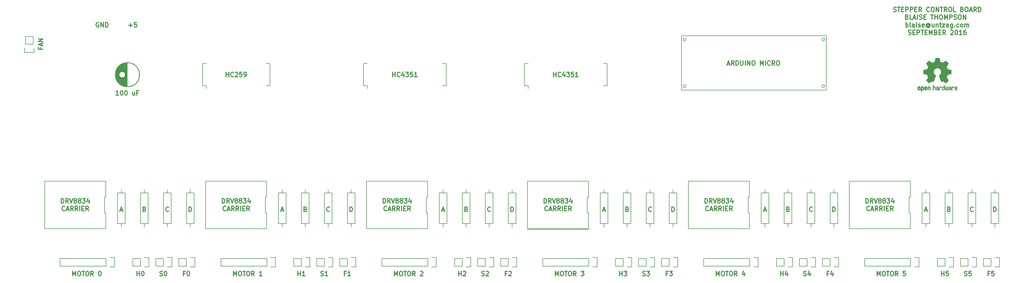
<source format=gto>
G04 #@! TF.FileFunction,Legend,Top*
%FSLAX46Y46*%
G04 Gerber Fmt 4.6, Leading zero omitted, Abs format (unit mm)*
G04 Created by KiCad (PCBNEW 4.0.3-stable) date 09/06/16 09:06:52*
%MOMM*%
%LPD*%
G01*
G04 APERTURE LIST*
%ADD10C,0.100000*%
%ADD11C,0.200000*%
%ADD12C,0.300000*%
%ADD13C,0.150000*%
%ADD14C,0.010000*%
G04 APERTURE END LIST*
D10*
D11*
X84739607Y-100330000D02*
G75*
G03X84739607Y-100330000I-3967607J0D01*
G01*
X213360000Y-151638000D02*
X233680000Y-151638000D01*
D12*
X367907143Y-145712571D02*
X367907143Y-144212571D01*
X368264286Y-144212571D01*
X368478571Y-144284000D01*
X368621429Y-144426857D01*
X368692857Y-144569714D01*
X368764286Y-144855429D01*
X368764286Y-145069714D01*
X368692857Y-145355429D01*
X368621429Y-145498286D01*
X368478571Y-145641143D01*
X368264286Y-145712571D01*
X367907143Y-145712571D01*
X361144286Y-145569714D02*
X361072857Y-145641143D01*
X360858571Y-145712571D01*
X360715714Y-145712571D01*
X360501429Y-145641143D01*
X360358571Y-145498286D01*
X360287143Y-145355429D01*
X360215714Y-145069714D01*
X360215714Y-144855429D01*
X360287143Y-144569714D01*
X360358571Y-144426857D01*
X360501429Y-144284000D01*
X360715714Y-144212571D01*
X360858571Y-144212571D01*
X361072857Y-144284000D01*
X361144286Y-144355429D01*
X353167143Y-144926857D02*
X353381429Y-144998286D01*
X353452857Y-145069714D01*
X353524286Y-145212571D01*
X353524286Y-145426857D01*
X353452857Y-145569714D01*
X353381429Y-145641143D01*
X353238571Y-145712571D01*
X352667143Y-145712571D01*
X352667143Y-144212571D01*
X353167143Y-144212571D01*
X353310000Y-144284000D01*
X353381429Y-144355429D01*
X353452857Y-144498286D01*
X353452857Y-144641143D01*
X353381429Y-144784000D01*
X353310000Y-144855429D01*
X353167143Y-144926857D01*
X352667143Y-144926857D01*
X345082857Y-145284000D02*
X345797143Y-145284000D01*
X344940000Y-145712571D02*
X345440000Y-144212571D01*
X345940000Y-145712571D01*
X314567143Y-145712571D02*
X314567143Y-144212571D01*
X314924286Y-144212571D01*
X315138571Y-144284000D01*
X315281429Y-144426857D01*
X315352857Y-144569714D01*
X315424286Y-144855429D01*
X315424286Y-145069714D01*
X315352857Y-145355429D01*
X315281429Y-145498286D01*
X315138571Y-145641143D01*
X314924286Y-145712571D01*
X314567143Y-145712571D01*
X307804286Y-145569714D02*
X307732857Y-145641143D01*
X307518571Y-145712571D01*
X307375714Y-145712571D01*
X307161429Y-145641143D01*
X307018571Y-145498286D01*
X306947143Y-145355429D01*
X306875714Y-145069714D01*
X306875714Y-144855429D01*
X306947143Y-144569714D01*
X307018571Y-144426857D01*
X307161429Y-144284000D01*
X307375714Y-144212571D01*
X307518571Y-144212571D01*
X307732857Y-144284000D01*
X307804286Y-144355429D01*
X299827143Y-144926857D02*
X300041429Y-144998286D01*
X300112857Y-145069714D01*
X300184286Y-145212571D01*
X300184286Y-145426857D01*
X300112857Y-145569714D01*
X300041429Y-145641143D01*
X299898571Y-145712571D01*
X299327143Y-145712571D01*
X299327143Y-144212571D01*
X299827143Y-144212571D01*
X299970000Y-144284000D01*
X300041429Y-144355429D01*
X300112857Y-144498286D01*
X300112857Y-144641143D01*
X300041429Y-144784000D01*
X299970000Y-144855429D01*
X299827143Y-144926857D01*
X299327143Y-144926857D01*
X291742857Y-145284000D02*
X292457143Y-145284000D01*
X291600000Y-145712571D02*
X292100000Y-144212571D01*
X292600000Y-145712571D01*
X261227143Y-145712571D02*
X261227143Y-144212571D01*
X261584286Y-144212571D01*
X261798571Y-144284000D01*
X261941429Y-144426857D01*
X262012857Y-144569714D01*
X262084286Y-144855429D01*
X262084286Y-145069714D01*
X262012857Y-145355429D01*
X261941429Y-145498286D01*
X261798571Y-145641143D01*
X261584286Y-145712571D01*
X261227143Y-145712571D01*
X254464286Y-145569714D02*
X254392857Y-145641143D01*
X254178571Y-145712571D01*
X254035714Y-145712571D01*
X253821429Y-145641143D01*
X253678571Y-145498286D01*
X253607143Y-145355429D01*
X253535714Y-145069714D01*
X253535714Y-144855429D01*
X253607143Y-144569714D01*
X253678571Y-144426857D01*
X253821429Y-144284000D01*
X254035714Y-144212571D01*
X254178571Y-144212571D01*
X254392857Y-144284000D01*
X254464286Y-144355429D01*
X246487143Y-144926857D02*
X246701429Y-144998286D01*
X246772857Y-145069714D01*
X246844286Y-145212571D01*
X246844286Y-145426857D01*
X246772857Y-145569714D01*
X246701429Y-145641143D01*
X246558571Y-145712571D01*
X245987143Y-145712571D01*
X245987143Y-144212571D01*
X246487143Y-144212571D01*
X246630000Y-144284000D01*
X246701429Y-144355429D01*
X246772857Y-144498286D01*
X246772857Y-144641143D01*
X246701429Y-144784000D01*
X246630000Y-144855429D01*
X246487143Y-144926857D01*
X245987143Y-144926857D01*
X238402857Y-145284000D02*
X239117143Y-145284000D01*
X238260000Y-145712571D02*
X238760000Y-144212571D01*
X239260000Y-145712571D01*
X207887143Y-145712571D02*
X207887143Y-144212571D01*
X208244286Y-144212571D01*
X208458571Y-144284000D01*
X208601429Y-144426857D01*
X208672857Y-144569714D01*
X208744286Y-144855429D01*
X208744286Y-145069714D01*
X208672857Y-145355429D01*
X208601429Y-145498286D01*
X208458571Y-145641143D01*
X208244286Y-145712571D01*
X207887143Y-145712571D01*
X201124286Y-145569714D02*
X201052857Y-145641143D01*
X200838571Y-145712571D01*
X200695714Y-145712571D01*
X200481429Y-145641143D01*
X200338571Y-145498286D01*
X200267143Y-145355429D01*
X200195714Y-145069714D01*
X200195714Y-144855429D01*
X200267143Y-144569714D01*
X200338571Y-144426857D01*
X200481429Y-144284000D01*
X200695714Y-144212571D01*
X200838571Y-144212571D01*
X201052857Y-144284000D01*
X201124286Y-144355429D01*
X193147143Y-144926857D02*
X193361429Y-144998286D01*
X193432857Y-145069714D01*
X193504286Y-145212571D01*
X193504286Y-145426857D01*
X193432857Y-145569714D01*
X193361429Y-145641143D01*
X193218571Y-145712571D01*
X192647143Y-145712571D01*
X192647143Y-144212571D01*
X193147143Y-144212571D01*
X193290000Y-144284000D01*
X193361429Y-144355429D01*
X193432857Y-144498286D01*
X193432857Y-144641143D01*
X193361429Y-144784000D01*
X193290000Y-144855429D01*
X193147143Y-144926857D01*
X192647143Y-144926857D01*
X185062857Y-145284000D02*
X185777143Y-145284000D01*
X184920000Y-145712571D02*
X185420000Y-144212571D01*
X185920000Y-145712571D01*
X154547143Y-145712571D02*
X154547143Y-144212571D01*
X154904286Y-144212571D01*
X155118571Y-144284000D01*
X155261429Y-144426857D01*
X155332857Y-144569714D01*
X155404286Y-144855429D01*
X155404286Y-145069714D01*
X155332857Y-145355429D01*
X155261429Y-145498286D01*
X155118571Y-145641143D01*
X154904286Y-145712571D01*
X154547143Y-145712571D01*
X147784286Y-145569714D02*
X147712857Y-145641143D01*
X147498571Y-145712571D01*
X147355714Y-145712571D01*
X147141429Y-145641143D01*
X146998571Y-145498286D01*
X146927143Y-145355429D01*
X146855714Y-145069714D01*
X146855714Y-144855429D01*
X146927143Y-144569714D01*
X146998571Y-144426857D01*
X147141429Y-144284000D01*
X147355714Y-144212571D01*
X147498571Y-144212571D01*
X147712857Y-144284000D01*
X147784286Y-144355429D01*
X139807143Y-144926857D02*
X140021429Y-144998286D01*
X140092857Y-145069714D01*
X140164286Y-145212571D01*
X140164286Y-145426857D01*
X140092857Y-145569714D01*
X140021429Y-145641143D01*
X139878571Y-145712571D01*
X139307143Y-145712571D01*
X139307143Y-144212571D01*
X139807143Y-144212571D01*
X139950000Y-144284000D01*
X140021429Y-144355429D01*
X140092857Y-144498286D01*
X140092857Y-144641143D01*
X140021429Y-144784000D01*
X139950000Y-144855429D01*
X139807143Y-144926857D01*
X139307143Y-144926857D01*
X131722857Y-145284000D02*
X132437143Y-145284000D01*
X131580000Y-145712571D02*
X132080000Y-144212571D01*
X132580000Y-145712571D01*
X101207143Y-145712571D02*
X101207143Y-144212571D01*
X101564286Y-144212571D01*
X101778571Y-144284000D01*
X101921429Y-144426857D01*
X101992857Y-144569714D01*
X102064286Y-144855429D01*
X102064286Y-145069714D01*
X101992857Y-145355429D01*
X101921429Y-145498286D01*
X101778571Y-145641143D01*
X101564286Y-145712571D01*
X101207143Y-145712571D01*
X94444286Y-145569714D02*
X94372857Y-145641143D01*
X94158571Y-145712571D01*
X94015714Y-145712571D01*
X93801429Y-145641143D01*
X93658571Y-145498286D01*
X93587143Y-145355429D01*
X93515714Y-145069714D01*
X93515714Y-144855429D01*
X93587143Y-144569714D01*
X93658571Y-144426857D01*
X93801429Y-144284000D01*
X94015714Y-144212571D01*
X94158571Y-144212571D01*
X94372857Y-144284000D01*
X94444286Y-144355429D01*
X86467143Y-144926857D02*
X86681429Y-144998286D01*
X86752857Y-145069714D01*
X86824286Y-145212571D01*
X86824286Y-145426857D01*
X86752857Y-145569714D01*
X86681429Y-145641143D01*
X86538571Y-145712571D01*
X85967143Y-145712571D01*
X85967143Y-144212571D01*
X86467143Y-144212571D01*
X86610000Y-144284000D01*
X86681429Y-144355429D01*
X86752857Y-144498286D01*
X86752857Y-144641143D01*
X86681429Y-144784000D01*
X86610000Y-144855429D01*
X86467143Y-144926857D01*
X85967143Y-144926857D01*
X78382857Y-145284000D02*
X79097143Y-145284000D01*
X78240000Y-145712571D02*
X78740000Y-144212571D01*
X79240000Y-145712571D01*
X77879144Y-107104571D02*
X77022001Y-107104571D01*
X77450573Y-107104571D02*
X77450573Y-105604571D01*
X77307716Y-105818857D01*
X77164858Y-105961714D01*
X77022001Y-106033143D01*
X78807715Y-105604571D02*
X78950572Y-105604571D01*
X79093429Y-105676000D01*
X79164858Y-105747429D01*
X79236287Y-105890286D01*
X79307715Y-106176000D01*
X79307715Y-106533143D01*
X79236287Y-106818857D01*
X79164858Y-106961714D01*
X79093429Y-107033143D01*
X78950572Y-107104571D01*
X78807715Y-107104571D01*
X78664858Y-107033143D01*
X78593429Y-106961714D01*
X78522001Y-106818857D01*
X78450572Y-106533143D01*
X78450572Y-106176000D01*
X78522001Y-105890286D01*
X78593429Y-105747429D01*
X78664858Y-105676000D01*
X78807715Y-105604571D01*
X80236286Y-105604571D02*
X80379143Y-105604571D01*
X80522000Y-105676000D01*
X80593429Y-105747429D01*
X80664858Y-105890286D01*
X80736286Y-106176000D01*
X80736286Y-106533143D01*
X80664858Y-106818857D01*
X80593429Y-106961714D01*
X80522000Y-107033143D01*
X80379143Y-107104571D01*
X80236286Y-107104571D01*
X80093429Y-107033143D01*
X80022000Y-106961714D01*
X79950572Y-106818857D01*
X79879143Y-106533143D01*
X79879143Y-106176000D01*
X79950572Y-105890286D01*
X80022000Y-105747429D01*
X80093429Y-105676000D01*
X80236286Y-105604571D01*
X83164857Y-106104571D02*
X83164857Y-107104571D01*
X82522000Y-106104571D02*
X82522000Y-106890286D01*
X82593428Y-107033143D01*
X82736286Y-107104571D01*
X82950571Y-107104571D01*
X83093428Y-107033143D01*
X83164857Y-106961714D01*
X84379143Y-106318857D02*
X83879143Y-106318857D01*
X83879143Y-107104571D02*
X83879143Y-105604571D01*
X84593429Y-105604571D01*
X58857144Y-142913571D02*
X58857144Y-141413571D01*
X59214287Y-141413571D01*
X59428572Y-141485000D01*
X59571430Y-141627857D01*
X59642858Y-141770714D01*
X59714287Y-142056429D01*
X59714287Y-142270714D01*
X59642858Y-142556429D01*
X59571430Y-142699286D01*
X59428572Y-142842143D01*
X59214287Y-142913571D01*
X58857144Y-142913571D01*
X61214287Y-142913571D02*
X60714287Y-142199286D01*
X60357144Y-142913571D02*
X60357144Y-141413571D01*
X60928572Y-141413571D01*
X61071430Y-141485000D01*
X61142858Y-141556429D01*
X61214287Y-141699286D01*
X61214287Y-141913571D01*
X61142858Y-142056429D01*
X61071430Y-142127857D01*
X60928572Y-142199286D01*
X60357144Y-142199286D01*
X61642858Y-141413571D02*
X62142858Y-142913571D01*
X62642858Y-141413571D01*
X63357144Y-142056429D02*
X63214286Y-141985000D01*
X63142858Y-141913571D01*
X63071429Y-141770714D01*
X63071429Y-141699286D01*
X63142858Y-141556429D01*
X63214286Y-141485000D01*
X63357144Y-141413571D01*
X63642858Y-141413571D01*
X63785715Y-141485000D01*
X63857144Y-141556429D01*
X63928572Y-141699286D01*
X63928572Y-141770714D01*
X63857144Y-141913571D01*
X63785715Y-141985000D01*
X63642858Y-142056429D01*
X63357144Y-142056429D01*
X63214286Y-142127857D01*
X63142858Y-142199286D01*
X63071429Y-142342143D01*
X63071429Y-142627857D01*
X63142858Y-142770714D01*
X63214286Y-142842143D01*
X63357144Y-142913571D01*
X63642858Y-142913571D01*
X63785715Y-142842143D01*
X63857144Y-142770714D01*
X63928572Y-142627857D01*
X63928572Y-142342143D01*
X63857144Y-142199286D01*
X63785715Y-142127857D01*
X63642858Y-142056429D01*
X64785715Y-142056429D02*
X64642857Y-141985000D01*
X64571429Y-141913571D01*
X64500000Y-141770714D01*
X64500000Y-141699286D01*
X64571429Y-141556429D01*
X64642857Y-141485000D01*
X64785715Y-141413571D01*
X65071429Y-141413571D01*
X65214286Y-141485000D01*
X65285715Y-141556429D01*
X65357143Y-141699286D01*
X65357143Y-141770714D01*
X65285715Y-141913571D01*
X65214286Y-141985000D01*
X65071429Y-142056429D01*
X64785715Y-142056429D01*
X64642857Y-142127857D01*
X64571429Y-142199286D01*
X64500000Y-142342143D01*
X64500000Y-142627857D01*
X64571429Y-142770714D01*
X64642857Y-142842143D01*
X64785715Y-142913571D01*
X65071429Y-142913571D01*
X65214286Y-142842143D01*
X65285715Y-142770714D01*
X65357143Y-142627857D01*
X65357143Y-142342143D01*
X65285715Y-142199286D01*
X65214286Y-142127857D01*
X65071429Y-142056429D01*
X65857143Y-141413571D02*
X66785714Y-141413571D01*
X66285714Y-141985000D01*
X66500000Y-141985000D01*
X66642857Y-142056429D01*
X66714286Y-142127857D01*
X66785714Y-142270714D01*
X66785714Y-142627857D01*
X66714286Y-142770714D01*
X66642857Y-142842143D01*
X66500000Y-142913571D01*
X66071428Y-142913571D01*
X65928571Y-142842143D01*
X65857143Y-142770714D01*
X68071428Y-141913571D02*
X68071428Y-142913571D01*
X67714285Y-141342143D02*
X67357142Y-142413571D01*
X68285714Y-142413571D01*
X60035715Y-145320714D02*
X59964286Y-145392143D01*
X59750000Y-145463571D01*
X59607143Y-145463571D01*
X59392858Y-145392143D01*
X59250000Y-145249286D01*
X59178572Y-145106429D01*
X59107143Y-144820714D01*
X59107143Y-144606429D01*
X59178572Y-144320714D01*
X59250000Y-144177857D01*
X59392858Y-144035000D01*
X59607143Y-143963571D01*
X59750000Y-143963571D01*
X59964286Y-144035000D01*
X60035715Y-144106429D01*
X60607143Y-145035000D02*
X61321429Y-145035000D01*
X60464286Y-145463571D02*
X60964286Y-143963571D01*
X61464286Y-145463571D01*
X62821429Y-145463571D02*
X62321429Y-144749286D01*
X61964286Y-145463571D02*
X61964286Y-143963571D01*
X62535714Y-143963571D01*
X62678572Y-144035000D01*
X62750000Y-144106429D01*
X62821429Y-144249286D01*
X62821429Y-144463571D01*
X62750000Y-144606429D01*
X62678572Y-144677857D01*
X62535714Y-144749286D01*
X61964286Y-144749286D01*
X64321429Y-145463571D02*
X63821429Y-144749286D01*
X63464286Y-145463571D02*
X63464286Y-143963571D01*
X64035714Y-143963571D01*
X64178572Y-144035000D01*
X64250000Y-144106429D01*
X64321429Y-144249286D01*
X64321429Y-144463571D01*
X64250000Y-144606429D01*
X64178572Y-144677857D01*
X64035714Y-144749286D01*
X63464286Y-144749286D01*
X64964286Y-145463571D02*
X64964286Y-143963571D01*
X65678572Y-144677857D02*
X66178572Y-144677857D01*
X66392858Y-145463571D02*
X65678572Y-145463571D01*
X65678572Y-143963571D01*
X66392858Y-143963571D01*
X67892858Y-145463571D02*
X67392858Y-144749286D01*
X67035715Y-145463571D02*
X67035715Y-143963571D01*
X67607143Y-143963571D01*
X67750001Y-144035000D01*
X67821429Y-144106429D01*
X67892858Y-144249286D01*
X67892858Y-144463571D01*
X67821429Y-144606429D01*
X67750001Y-144677857D01*
X67607143Y-144749286D01*
X67035715Y-144749286D01*
X112197144Y-142913571D02*
X112197144Y-141413571D01*
X112554287Y-141413571D01*
X112768572Y-141485000D01*
X112911430Y-141627857D01*
X112982858Y-141770714D01*
X113054287Y-142056429D01*
X113054287Y-142270714D01*
X112982858Y-142556429D01*
X112911430Y-142699286D01*
X112768572Y-142842143D01*
X112554287Y-142913571D01*
X112197144Y-142913571D01*
X114554287Y-142913571D02*
X114054287Y-142199286D01*
X113697144Y-142913571D02*
X113697144Y-141413571D01*
X114268572Y-141413571D01*
X114411430Y-141485000D01*
X114482858Y-141556429D01*
X114554287Y-141699286D01*
X114554287Y-141913571D01*
X114482858Y-142056429D01*
X114411430Y-142127857D01*
X114268572Y-142199286D01*
X113697144Y-142199286D01*
X114982858Y-141413571D02*
X115482858Y-142913571D01*
X115982858Y-141413571D01*
X116697144Y-142056429D02*
X116554286Y-141985000D01*
X116482858Y-141913571D01*
X116411429Y-141770714D01*
X116411429Y-141699286D01*
X116482858Y-141556429D01*
X116554286Y-141485000D01*
X116697144Y-141413571D01*
X116982858Y-141413571D01*
X117125715Y-141485000D01*
X117197144Y-141556429D01*
X117268572Y-141699286D01*
X117268572Y-141770714D01*
X117197144Y-141913571D01*
X117125715Y-141985000D01*
X116982858Y-142056429D01*
X116697144Y-142056429D01*
X116554286Y-142127857D01*
X116482858Y-142199286D01*
X116411429Y-142342143D01*
X116411429Y-142627857D01*
X116482858Y-142770714D01*
X116554286Y-142842143D01*
X116697144Y-142913571D01*
X116982858Y-142913571D01*
X117125715Y-142842143D01*
X117197144Y-142770714D01*
X117268572Y-142627857D01*
X117268572Y-142342143D01*
X117197144Y-142199286D01*
X117125715Y-142127857D01*
X116982858Y-142056429D01*
X118125715Y-142056429D02*
X117982857Y-141985000D01*
X117911429Y-141913571D01*
X117840000Y-141770714D01*
X117840000Y-141699286D01*
X117911429Y-141556429D01*
X117982857Y-141485000D01*
X118125715Y-141413571D01*
X118411429Y-141413571D01*
X118554286Y-141485000D01*
X118625715Y-141556429D01*
X118697143Y-141699286D01*
X118697143Y-141770714D01*
X118625715Y-141913571D01*
X118554286Y-141985000D01*
X118411429Y-142056429D01*
X118125715Y-142056429D01*
X117982857Y-142127857D01*
X117911429Y-142199286D01*
X117840000Y-142342143D01*
X117840000Y-142627857D01*
X117911429Y-142770714D01*
X117982857Y-142842143D01*
X118125715Y-142913571D01*
X118411429Y-142913571D01*
X118554286Y-142842143D01*
X118625715Y-142770714D01*
X118697143Y-142627857D01*
X118697143Y-142342143D01*
X118625715Y-142199286D01*
X118554286Y-142127857D01*
X118411429Y-142056429D01*
X119197143Y-141413571D02*
X120125714Y-141413571D01*
X119625714Y-141985000D01*
X119840000Y-141985000D01*
X119982857Y-142056429D01*
X120054286Y-142127857D01*
X120125714Y-142270714D01*
X120125714Y-142627857D01*
X120054286Y-142770714D01*
X119982857Y-142842143D01*
X119840000Y-142913571D01*
X119411428Y-142913571D01*
X119268571Y-142842143D01*
X119197143Y-142770714D01*
X121411428Y-141913571D02*
X121411428Y-142913571D01*
X121054285Y-141342143D02*
X120697142Y-142413571D01*
X121625714Y-142413571D01*
X113375715Y-145320714D02*
X113304286Y-145392143D01*
X113090000Y-145463571D01*
X112947143Y-145463571D01*
X112732858Y-145392143D01*
X112590000Y-145249286D01*
X112518572Y-145106429D01*
X112447143Y-144820714D01*
X112447143Y-144606429D01*
X112518572Y-144320714D01*
X112590000Y-144177857D01*
X112732858Y-144035000D01*
X112947143Y-143963571D01*
X113090000Y-143963571D01*
X113304286Y-144035000D01*
X113375715Y-144106429D01*
X113947143Y-145035000D02*
X114661429Y-145035000D01*
X113804286Y-145463571D02*
X114304286Y-143963571D01*
X114804286Y-145463571D01*
X116161429Y-145463571D02*
X115661429Y-144749286D01*
X115304286Y-145463571D02*
X115304286Y-143963571D01*
X115875714Y-143963571D01*
X116018572Y-144035000D01*
X116090000Y-144106429D01*
X116161429Y-144249286D01*
X116161429Y-144463571D01*
X116090000Y-144606429D01*
X116018572Y-144677857D01*
X115875714Y-144749286D01*
X115304286Y-144749286D01*
X117661429Y-145463571D02*
X117161429Y-144749286D01*
X116804286Y-145463571D02*
X116804286Y-143963571D01*
X117375714Y-143963571D01*
X117518572Y-144035000D01*
X117590000Y-144106429D01*
X117661429Y-144249286D01*
X117661429Y-144463571D01*
X117590000Y-144606429D01*
X117518572Y-144677857D01*
X117375714Y-144749286D01*
X116804286Y-144749286D01*
X118304286Y-145463571D02*
X118304286Y-143963571D01*
X119018572Y-144677857D02*
X119518572Y-144677857D01*
X119732858Y-145463571D02*
X119018572Y-145463571D01*
X119018572Y-143963571D01*
X119732858Y-143963571D01*
X121232858Y-145463571D02*
X120732858Y-144749286D01*
X120375715Y-145463571D02*
X120375715Y-143963571D01*
X120947143Y-143963571D01*
X121090001Y-144035000D01*
X121161429Y-144106429D01*
X121232858Y-144249286D01*
X121232858Y-144463571D01*
X121161429Y-144606429D01*
X121090001Y-144677857D01*
X120947143Y-144749286D01*
X120375715Y-144749286D01*
X165537144Y-142913571D02*
X165537144Y-141413571D01*
X165894287Y-141413571D01*
X166108572Y-141485000D01*
X166251430Y-141627857D01*
X166322858Y-141770714D01*
X166394287Y-142056429D01*
X166394287Y-142270714D01*
X166322858Y-142556429D01*
X166251430Y-142699286D01*
X166108572Y-142842143D01*
X165894287Y-142913571D01*
X165537144Y-142913571D01*
X167894287Y-142913571D02*
X167394287Y-142199286D01*
X167037144Y-142913571D02*
X167037144Y-141413571D01*
X167608572Y-141413571D01*
X167751430Y-141485000D01*
X167822858Y-141556429D01*
X167894287Y-141699286D01*
X167894287Y-141913571D01*
X167822858Y-142056429D01*
X167751430Y-142127857D01*
X167608572Y-142199286D01*
X167037144Y-142199286D01*
X168322858Y-141413571D02*
X168822858Y-142913571D01*
X169322858Y-141413571D01*
X170037144Y-142056429D02*
X169894286Y-141985000D01*
X169822858Y-141913571D01*
X169751429Y-141770714D01*
X169751429Y-141699286D01*
X169822858Y-141556429D01*
X169894286Y-141485000D01*
X170037144Y-141413571D01*
X170322858Y-141413571D01*
X170465715Y-141485000D01*
X170537144Y-141556429D01*
X170608572Y-141699286D01*
X170608572Y-141770714D01*
X170537144Y-141913571D01*
X170465715Y-141985000D01*
X170322858Y-142056429D01*
X170037144Y-142056429D01*
X169894286Y-142127857D01*
X169822858Y-142199286D01*
X169751429Y-142342143D01*
X169751429Y-142627857D01*
X169822858Y-142770714D01*
X169894286Y-142842143D01*
X170037144Y-142913571D01*
X170322858Y-142913571D01*
X170465715Y-142842143D01*
X170537144Y-142770714D01*
X170608572Y-142627857D01*
X170608572Y-142342143D01*
X170537144Y-142199286D01*
X170465715Y-142127857D01*
X170322858Y-142056429D01*
X171465715Y-142056429D02*
X171322857Y-141985000D01*
X171251429Y-141913571D01*
X171180000Y-141770714D01*
X171180000Y-141699286D01*
X171251429Y-141556429D01*
X171322857Y-141485000D01*
X171465715Y-141413571D01*
X171751429Y-141413571D01*
X171894286Y-141485000D01*
X171965715Y-141556429D01*
X172037143Y-141699286D01*
X172037143Y-141770714D01*
X171965715Y-141913571D01*
X171894286Y-141985000D01*
X171751429Y-142056429D01*
X171465715Y-142056429D01*
X171322857Y-142127857D01*
X171251429Y-142199286D01*
X171180000Y-142342143D01*
X171180000Y-142627857D01*
X171251429Y-142770714D01*
X171322857Y-142842143D01*
X171465715Y-142913571D01*
X171751429Y-142913571D01*
X171894286Y-142842143D01*
X171965715Y-142770714D01*
X172037143Y-142627857D01*
X172037143Y-142342143D01*
X171965715Y-142199286D01*
X171894286Y-142127857D01*
X171751429Y-142056429D01*
X172537143Y-141413571D02*
X173465714Y-141413571D01*
X172965714Y-141985000D01*
X173180000Y-141985000D01*
X173322857Y-142056429D01*
X173394286Y-142127857D01*
X173465714Y-142270714D01*
X173465714Y-142627857D01*
X173394286Y-142770714D01*
X173322857Y-142842143D01*
X173180000Y-142913571D01*
X172751428Y-142913571D01*
X172608571Y-142842143D01*
X172537143Y-142770714D01*
X174751428Y-141913571D02*
X174751428Y-142913571D01*
X174394285Y-141342143D02*
X174037142Y-142413571D01*
X174965714Y-142413571D01*
X166715715Y-145320714D02*
X166644286Y-145392143D01*
X166430000Y-145463571D01*
X166287143Y-145463571D01*
X166072858Y-145392143D01*
X165930000Y-145249286D01*
X165858572Y-145106429D01*
X165787143Y-144820714D01*
X165787143Y-144606429D01*
X165858572Y-144320714D01*
X165930000Y-144177857D01*
X166072858Y-144035000D01*
X166287143Y-143963571D01*
X166430000Y-143963571D01*
X166644286Y-144035000D01*
X166715715Y-144106429D01*
X167287143Y-145035000D02*
X168001429Y-145035000D01*
X167144286Y-145463571D02*
X167644286Y-143963571D01*
X168144286Y-145463571D01*
X169501429Y-145463571D02*
X169001429Y-144749286D01*
X168644286Y-145463571D02*
X168644286Y-143963571D01*
X169215714Y-143963571D01*
X169358572Y-144035000D01*
X169430000Y-144106429D01*
X169501429Y-144249286D01*
X169501429Y-144463571D01*
X169430000Y-144606429D01*
X169358572Y-144677857D01*
X169215714Y-144749286D01*
X168644286Y-144749286D01*
X171001429Y-145463571D02*
X170501429Y-144749286D01*
X170144286Y-145463571D02*
X170144286Y-143963571D01*
X170715714Y-143963571D01*
X170858572Y-144035000D01*
X170930000Y-144106429D01*
X171001429Y-144249286D01*
X171001429Y-144463571D01*
X170930000Y-144606429D01*
X170858572Y-144677857D01*
X170715714Y-144749286D01*
X170144286Y-144749286D01*
X171644286Y-145463571D02*
X171644286Y-143963571D01*
X172358572Y-144677857D02*
X172858572Y-144677857D01*
X173072858Y-145463571D02*
X172358572Y-145463571D01*
X172358572Y-143963571D01*
X173072858Y-143963571D01*
X174572858Y-145463571D02*
X174072858Y-144749286D01*
X173715715Y-145463571D02*
X173715715Y-143963571D01*
X174287143Y-143963571D01*
X174430001Y-144035000D01*
X174501429Y-144106429D01*
X174572858Y-144249286D01*
X174572858Y-144463571D01*
X174501429Y-144606429D01*
X174430001Y-144677857D01*
X174287143Y-144749286D01*
X173715715Y-144749286D01*
X218877144Y-142913571D02*
X218877144Y-141413571D01*
X219234287Y-141413571D01*
X219448572Y-141485000D01*
X219591430Y-141627857D01*
X219662858Y-141770714D01*
X219734287Y-142056429D01*
X219734287Y-142270714D01*
X219662858Y-142556429D01*
X219591430Y-142699286D01*
X219448572Y-142842143D01*
X219234287Y-142913571D01*
X218877144Y-142913571D01*
X221234287Y-142913571D02*
X220734287Y-142199286D01*
X220377144Y-142913571D02*
X220377144Y-141413571D01*
X220948572Y-141413571D01*
X221091430Y-141485000D01*
X221162858Y-141556429D01*
X221234287Y-141699286D01*
X221234287Y-141913571D01*
X221162858Y-142056429D01*
X221091430Y-142127857D01*
X220948572Y-142199286D01*
X220377144Y-142199286D01*
X221662858Y-141413571D02*
X222162858Y-142913571D01*
X222662858Y-141413571D01*
X223377144Y-142056429D02*
X223234286Y-141985000D01*
X223162858Y-141913571D01*
X223091429Y-141770714D01*
X223091429Y-141699286D01*
X223162858Y-141556429D01*
X223234286Y-141485000D01*
X223377144Y-141413571D01*
X223662858Y-141413571D01*
X223805715Y-141485000D01*
X223877144Y-141556429D01*
X223948572Y-141699286D01*
X223948572Y-141770714D01*
X223877144Y-141913571D01*
X223805715Y-141985000D01*
X223662858Y-142056429D01*
X223377144Y-142056429D01*
X223234286Y-142127857D01*
X223162858Y-142199286D01*
X223091429Y-142342143D01*
X223091429Y-142627857D01*
X223162858Y-142770714D01*
X223234286Y-142842143D01*
X223377144Y-142913571D01*
X223662858Y-142913571D01*
X223805715Y-142842143D01*
X223877144Y-142770714D01*
X223948572Y-142627857D01*
X223948572Y-142342143D01*
X223877144Y-142199286D01*
X223805715Y-142127857D01*
X223662858Y-142056429D01*
X224805715Y-142056429D02*
X224662857Y-141985000D01*
X224591429Y-141913571D01*
X224520000Y-141770714D01*
X224520000Y-141699286D01*
X224591429Y-141556429D01*
X224662857Y-141485000D01*
X224805715Y-141413571D01*
X225091429Y-141413571D01*
X225234286Y-141485000D01*
X225305715Y-141556429D01*
X225377143Y-141699286D01*
X225377143Y-141770714D01*
X225305715Y-141913571D01*
X225234286Y-141985000D01*
X225091429Y-142056429D01*
X224805715Y-142056429D01*
X224662857Y-142127857D01*
X224591429Y-142199286D01*
X224520000Y-142342143D01*
X224520000Y-142627857D01*
X224591429Y-142770714D01*
X224662857Y-142842143D01*
X224805715Y-142913571D01*
X225091429Y-142913571D01*
X225234286Y-142842143D01*
X225305715Y-142770714D01*
X225377143Y-142627857D01*
X225377143Y-142342143D01*
X225305715Y-142199286D01*
X225234286Y-142127857D01*
X225091429Y-142056429D01*
X225877143Y-141413571D02*
X226805714Y-141413571D01*
X226305714Y-141985000D01*
X226520000Y-141985000D01*
X226662857Y-142056429D01*
X226734286Y-142127857D01*
X226805714Y-142270714D01*
X226805714Y-142627857D01*
X226734286Y-142770714D01*
X226662857Y-142842143D01*
X226520000Y-142913571D01*
X226091428Y-142913571D01*
X225948571Y-142842143D01*
X225877143Y-142770714D01*
X228091428Y-141913571D02*
X228091428Y-142913571D01*
X227734285Y-141342143D02*
X227377142Y-142413571D01*
X228305714Y-142413571D01*
X220055715Y-145320714D02*
X219984286Y-145392143D01*
X219770000Y-145463571D01*
X219627143Y-145463571D01*
X219412858Y-145392143D01*
X219270000Y-145249286D01*
X219198572Y-145106429D01*
X219127143Y-144820714D01*
X219127143Y-144606429D01*
X219198572Y-144320714D01*
X219270000Y-144177857D01*
X219412858Y-144035000D01*
X219627143Y-143963571D01*
X219770000Y-143963571D01*
X219984286Y-144035000D01*
X220055715Y-144106429D01*
X220627143Y-145035000D02*
X221341429Y-145035000D01*
X220484286Y-145463571D02*
X220984286Y-143963571D01*
X221484286Y-145463571D01*
X222841429Y-145463571D02*
X222341429Y-144749286D01*
X221984286Y-145463571D02*
X221984286Y-143963571D01*
X222555714Y-143963571D01*
X222698572Y-144035000D01*
X222770000Y-144106429D01*
X222841429Y-144249286D01*
X222841429Y-144463571D01*
X222770000Y-144606429D01*
X222698572Y-144677857D01*
X222555714Y-144749286D01*
X221984286Y-144749286D01*
X224341429Y-145463571D02*
X223841429Y-144749286D01*
X223484286Y-145463571D02*
X223484286Y-143963571D01*
X224055714Y-143963571D01*
X224198572Y-144035000D01*
X224270000Y-144106429D01*
X224341429Y-144249286D01*
X224341429Y-144463571D01*
X224270000Y-144606429D01*
X224198572Y-144677857D01*
X224055714Y-144749286D01*
X223484286Y-144749286D01*
X224984286Y-145463571D02*
X224984286Y-143963571D01*
X225698572Y-144677857D02*
X226198572Y-144677857D01*
X226412858Y-145463571D02*
X225698572Y-145463571D01*
X225698572Y-143963571D01*
X226412858Y-143963571D01*
X227912858Y-145463571D02*
X227412858Y-144749286D01*
X227055715Y-145463571D02*
X227055715Y-143963571D01*
X227627143Y-143963571D01*
X227770001Y-144035000D01*
X227841429Y-144106429D01*
X227912858Y-144249286D01*
X227912858Y-144463571D01*
X227841429Y-144606429D01*
X227770001Y-144677857D01*
X227627143Y-144749286D01*
X227055715Y-144749286D01*
X272217144Y-142913571D02*
X272217144Y-141413571D01*
X272574287Y-141413571D01*
X272788572Y-141485000D01*
X272931430Y-141627857D01*
X273002858Y-141770714D01*
X273074287Y-142056429D01*
X273074287Y-142270714D01*
X273002858Y-142556429D01*
X272931430Y-142699286D01*
X272788572Y-142842143D01*
X272574287Y-142913571D01*
X272217144Y-142913571D01*
X274574287Y-142913571D02*
X274074287Y-142199286D01*
X273717144Y-142913571D02*
X273717144Y-141413571D01*
X274288572Y-141413571D01*
X274431430Y-141485000D01*
X274502858Y-141556429D01*
X274574287Y-141699286D01*
X274574287Y-141913571D01*
X274502858Y-142056429D01*
X274431430Y-142127857D01*
X274288572Y-142199286D01*
X273717144Y-142199286D01*
X275002858Y-141413571D02*
X275502858Y-142913571D01*
X276002858Y-141413571D01*
X276717144Y-142056429D02*
X276574286Y-141985000D01*
X276502858Y-141913571D01*
X276431429Y-141770714D01*
X276431429Y-141699286D01*
X276502858Y-141556429D01*
X276574286Y-141485000D01*
X276717144Y-141413571D01*
X277002858Y-141413571D01*
X277145715Y-141485000D01*
X277217144Y-141556429D01*
X277288572Y-141699286D01*
X277288572Y-141770714D01*
X277217144Y-141913571D01*
X277145715Y-141985000D01*
X277002858Y-142056429D01*
X276717144Y-142056429D01*
X276574286Y-142127857D01*
X276502858Y-142199286D01*
X276431429Y-142342143D01*
X276431429Y-142627857D01*
X276502858Y-142770714D01*
X276574286Y-142842143D01*
X276717144Y-142913571D01*
X277002858Y-142913571D01*
X277145715Y-142842143D01*
X277217144Y-142770714D01*
X277288572Y-142627857D01*
X277288572Y-142342143D01*
X277217144Y-142199286D01*
X277145715Y-142127857D01*
X277002858Y-142056429D01*
X278145715Y-142056429D02*
X278002857Y-141985000D01*
X277931429Y-141913571D01*
X277860000Y-141770714D01*
X277860000Y-141699286D01*
X277931429Y-141556429D01*
X278002857Y-141485000D01*
X278145715Y-141413571D01*
X278431429Y-141413571D01*
X278574286Y-141485000D01*
X278645715Y-141556429D01*
X278717143Y-141699286D01*
X278717143Y-141770714D01*
X278645715Y-141913571D01*
X278574286Y-141985000D01*
X278431429Y-142056429D01*
X278145715Y-142056429D01*
X278002857Y-142127857D01*
X277931429Y-142199286D01*
X277860000Y-142342143D01*
X277860000Y-142627857D01*
X277931429Y-142770714D01*
X278002857Y-142842143D01*
X278145715Y-142913571D01*
X278431429Y-142913571D01*
X278574286Y-142842143D01*
X278645715Y-142770714D01*
X278717143Y-142627857D01*
X278717143Y-142342143D01*
X278645715Y-142199286D01*
X278574286Y-142127857D01*
X278431429Y-142056429D01*
X279217143Y-141413571D02*
X280145714Y-141413571D01*
X279645714Y-141985000D01*
X279860000Y-141985000D01*
X280002857Y-142056429D01*
X280074286Y-142127857D01*
X280145714Y-142270714D01*
X280145714Y-142627857D01*
X280074286Y-142770714D01*
X280002857Y-142842143D01*
X279860000Y-142913571D01*
X279431428Y-142913571D01*
X279288571Y-142842143D01*
X279217143Y-142770714D01*
X281431428Y-141913571D02*
X281431428Y-142913571D01*
X281074285Y-141342143D02*
X280717142Y-142413571D01*
X281645714Y-142413571D01*
X273395715Y-145320714D02*
X273324286Y-145392143D01*
X273110000Y-145463571D01*
X272967143Y-145463571D01*
X272752858Y-145392143D01*
X272610000Y-145249286D01*
X272538572Y-145106429D01*
X272467143Y-144820714D01*
X272467143Y-144606429D01*
X272538572Y-144320714D01*
X272610000Y-144177857D01*
X272752858Y-144035000D01*
X272967143Y-143963571D01*
X273110000Y-143963571D01*
X273324286Y-144035000D01*
X273395715Y-144106429D01*
X273967143Y-145035000D02*
X274681429Y-145035000D01*
X273824286Y-145463571D02*
X274324286Y-143963571D01*
X274824286Y-145463571D01*
X276181429Y-145463571D02*
X275681429Y-144749286D01*
X275324286Y-145463571D02*
X275324286Y-143963571D01*
X275895714Y-143963571D01*
X276038572Y-144035000D01*
X276110000Y-144106429D01*
X276181429Y-144249286D01*
X276181429Y-144463571D01*
X276110000Y-144606429D01*
X276038572Y-144677857D01*
X275895714Y-144749286D01*
X275324286Y-144749286D01*
X277681429Y-145463571D02*
X277181429Y-144749286D01*
X276824286Y-145463571D02*
X276824286Y-143963571D01*
X277395714Y-143963571D01*
X277538572Y-144035000D01*
X277610000Y-144106429D01*
X277681429Y-144249286D01*
X277681429Y-144463571D01*
X277610000Y-144606429D01*
X277538572Y-144677857D01*
X277395714Y-144749286D01*
X276824286Y-144749286D01*
X278324286Y-145463571D02*
X278324286Y-143963571D01*
X279038572Y-144677857D02*
X279538572Y-144677857D01*
X279752858Y-145463571D02*
X279038572Y-145463571D01*
X279038572Y-143963571D01*
X279752858Y-143963571D01*
X281252858Y-145463571D02*
X280752858Y-144749286D01*
X280395715Y-145463571D02*
X280395715Y-143963571D01*
X280967143Y-143963571D01*
X281110001Y-144035000D01*
X281181429Y-144106429D01*
X281252858Y-144249286D01*
X281252858Y-144463571D01*
X281181429Y-144606429D01*
X281110001Y-144677857D01*
X280967143Y-144749286D01*
X280395715Y-144749286D01*
X325557144Y-142913571D02*
X325557144Y-141413571D01*
X325914287Y-141413571D01*
X326128572Y-141485000D01*
X326271430Y-141627857D01*
X326342858Y-141770714D01*
X326414287Y-142056429D01*
X326414287Y-142270714D01*
X326342858Y-142556429D01*
X326271430Y-142699286D01*
X326128572Y-142842143D01*
X325914287Y-142913571D01*
X325557144Y-142913571D01*
X327914287Y-142913571D02*
X327414287Y-142199286D01*
X327057144Y-142913571D02*
X327057144Y-141413571D01*
X327628572Y-141413571D01*
X327771430Y-141485000D01*
X327842858Y-141556429D01*
X327914287Y-141699286D01*
X327914287Y-141913571D01*
X327842858Y-142056429D01*
X327771430Y-142127857D01*
X327628572Y-142199286D01*
X327057144Y-142199286D01*
X328342858Y-141413571D02*
X328842858Y-142913571D01*
X329342858Y-141413571D01*
X330057144Y-142056429D02*
X329914286Y-141985000D01*
X329842858Y-141913571D01*
X329771429Y-141770714D01*
X329771429Y-141699286D01*
X329842858Y-141556429D01*
X329914286Y-141485000D01*
X330057144Y-141413571D01*
X330342858Y-141413571D01*
X330485715Y-141485000D01*
X330557144Y-141556429D01*
X330628572Y-141699286D01*
X330628572Y-141770714D01*
X330557144Y-141913571D01*
X330485715Y-141985000D01*
X330342858Y-142056429D01*
X330057144Y-142056429D01*
X329914286Y-142127857D01*
X329842858Y-142199286D01*
X329771429Y-142342143D01*
X329771429Y-142627857D01*
X329842858Y-142770714D01*
X329914286Y-142842143D01*
X330057144Y-142913571D01*
X330342858Y-142913571D01*
X330485715Y-142842143D01*
X330557144Y-142770714D01*
X330628572Y-142627857D01*
X330628572Y-142342143D01*
X330557144Y-142199286D01*
X330485715Y-142127857D01*
X330342858Y-142056429D01*
X331485715Y-142056429D02*
X331342857Y-141985000D01*
X331271429Y-141913571D01*
X331200000Y-141770714D01*
X331200000Y-141699286D01*
X331271429Y-141556429D01*
X331342857Y-141485000D01*
X331485715Y-141413571D01*
X331771429Y-141413571D01*
X331914286Y-141485000D01*
X331985715Y-141556429D01*
X332057143Y-141699286D01*
X332057143Y-141770714D01*
X331985715Y-141913571D01*
X331914286Y-141985000D01*
X331771429Y-142056429D01*
X331485715Y-142056429D01*
X331342857Y-142127857D01*
X331271429Y-142199286D01*
X331200000Y-142342143D01*
X331200000Y-142627857D01*
X331271429Y-142770714D01*
X331342857Y-142842143D01*
X331485715Y-142913571D01*
X331771429Y-142913571D01*
X331914286Y-142842143D01*
X331985715Y-142770714D01*
X332057143Y-142627857D01*
X332057143Y-142342143D01*
X331985715Y-142199286D01*
X331914286Y-142127857D01*
X331771429Y-142056429D01*
X332557143Y-141413571D02*
X333485714Y-141413571D01*
X332985714Y-141985000D01*
X333200000Y-141985000D01*
X333342857Y-142056429D01*
X333414286Y-142127857D01*
X333485714Y-142270714D01*
X333485714Y-142627857D01*
X333414286Y-142770714D01*
X333342857Y-142842143D01*
X333200000Y-142913571D01*
X332771428Y-142913571D01*
X332628571Y-142842143D01*
X332557143Y-142770714D01*
X334771428Y-141913571D02*
X334771428Y-142913571D01*
X334414285Y-141342143D02*
X334057142Y-142413571D01*
X334985714Y-142413571D01*
X326735715Y-145320714D02*
X326664286Y-145392143D01*
X326450000Y-145463571D01*
X326307143Y-145463571D01*
X326092858Y-145392143D01*
X325950000Y-145249286D01*
X325878572Y-145106429D01*
X325807143Y-144820714D01*
X325807143Y-144606429D01*
X325878572Y-144320714D01*
X325950000Y-144177857D01*
X326092858Y-144035000D01*
X326307143Y-143963571D01*
X326450000Y-143963571D01*
X326664286Y-144035000D01*
X326735715Y-144106429D01*
X327307143Y-145035000D02*
X328021429Y-145035000D01*
X327164286Y-145463571D02*
X327664286Y-143963571D01*
X328164286Y-145463571D01*
X329521429Y-145463571D02*
X329021429Y-144749286D01*
X328664286Y-145463571D02*
X328664286Y-143963571D01*
X329235714Y-143963571D01*
X329378572Y-144035000D01*
X329450000Y-144106429D01*
X329521429Y-144249286D01*
X329521429Y-144463571D01*
X329450000Y-144606429D01*
X329378572Y-144677857D01*
X329235714Y-144749286D01*
X328664286Y-144749286D01*
X331021429Y-145463571D02*
X330521429Y-144749286D01*
X330164286Y-145463571D02*
X330164286Y-143963571D01*
X330735714Y-143963571D01*
X330878572Y-144035000D01*
X330950000Y-144106429D01*
X331021429Y-144249286D01*
X331021429Y-144463571D01*
X330950000Y-144606429D01*
X330878572Y-144677857D01*
X330735714Y-144749286D01*
X330164286Y-144749286D01*
X331664286Y-145463571D02*
X331664286Y-143963571D01*
X332378572Y-144677857D02*
X332878572Y-144677857D01*
X333092858Y-145463571D02*
X332378572Y-145463571D01*
X332378572Y-143963571D01*
X333092858Y-143963571D01*
X334592858Y-145463571D02*
X334092858Y-144749286D01*
X333735715Y-145463571D02*
X333735715Y-143963571D01*
X334307143Y-143963571D01*
X334450001Y-144035000D01*
X334521429Y-144106429D01*
X334592858Y-144249286D01*
X334592858Y-144463571D01*
X334521429Y-144606429D01*
X334450001Y-144677857D01*
X334307143Y-144749286D01*
X333735715Y-144749286D01*
X113518572Y-101008571D02*
X113518572Y-99508571D01*
X113518572Y-100222857D02*
X114375715Y-100222857D01*
X114375715Y-101008571D02*
X114375715Y-99508571D01*
X115947144Y-100865714D02*
X115875715Y-100937143D01*
X115661429Y-101008571D01*
X115518572Y-101008571D01*
X115304287Y-100937143D01*
X115161429Y-100794286D01*
X115090001Y-100651429D01*
X115018572Y-100365714D01*
X115018572Y-100151429D01*
X115090001Y-99865714D01*
X115161429Y-99722857D01*
X115304287Y-99580000D01*
X115518572Y-99508571D01*
X115661429Y-99508571D01*
X115875715Y-99580000D01*
X115947144Y-99651429D01*
X116518572Y-99651429D02*
X116590001Y-99580000D01*
X116732858Y-99508571D01*
X117090001Y-99508571D01*
X117232858Y-99580000D01*
X117304287Y-99651429D01*
X117375715Y-99794286D01*
X117375715Y-99937143D01*
X117304287Y-100151429D01*
X116447144Y-101008571D01*
X117375715Y-101008571D01*
X118732858Y-99508571D02*
X118018572Y-99508571D01*
X117947143Y-100222857D01*
X118018572Y-100151429D01*
X118161429Y-100080000D01*
X118518572Y-100080000D01*
X118661429Y-100151429D01*
X118732858Y-100222857D01*
X118804286Y-100365714D01*
X118804286Y-100722857D01*
X118732858Y-100865714D01*
X118661429Y-100937143D01*
X118518572Y-101008571D01*
X118161429Y-101008571D01*
X118018572Y-100937143D01*
X117947143Y-100865714D01*
X119518571Y-101008571D02*
X119804286Y-101008571D01*
X119947143Y-100937143D01*
X120018571Y-100865714D01*
X120161429Y-100651429D01*
X120232857Y-100365714D01*
X120232857Y-99794286D01*
X120161429Y-99651429D01*
X120090000Y-99580000D01*
X119947143Y-99508571D01*
X119661429Y-99508571D01*
X119518571Y-99580000D01*
X119447143Y-99651429D01*
X119375714Y-99794286D01*
X119375714Y-100151429D01*
X119447143Y-100294286D01*
X119518571Y-100365714D01*
X119661429Y-100437143D01*
X119947143Y-100437143D01*
X120090000Y-100365714D01*
X120161429Y-100294286D01*
X120232857Y-100151429D01*
X168684287Y-101008571D02*
X168684287Y-99508571D01*
X168684287Y-100222857D02*
X169541430Y-100222857D01*
X169541430Y-101008571D02*
X169541430Y-99508571D01*
X171112859Y-100865714D02*
X171041430Y-100937143D01*
X170827144Y-101008571D01*
X170684287Y-101008571D01*
X170470002Y-100937143D01*
X170327144Y-100794286D01*
X170255716Y-100651429D01*
X170184287Y-100365714D01*
X170184287Y-100151429D01*
X170255716Y-99865714D01*
X170327144Y-99722857D01*
X170470002Y-99580000D01*
X170684287Y-99508571D01*
X170827144Y-99508571D01*
X171041430Y-99580000D01*
X171112859Y-99651429D01*
X172398573Y-100008571D02*
X172398573Y-101008571D01*
X172041430Y-99437143D02*
X171684287Y-100508571D01*
X172612859Y-100508571D01*
X173041430Y-99508571D02*
X173970001Y-99508571D01*
X173470001Y-100080000D01*
X173684287Y-100080000D01*
X173827144Y-100151429D01*
X173898573Y-100222857D01*
X173970001Y-100365714D01*
X173970001Y-100722857D01*
X173898573Y-100865714D01*
X173827144Y-100937143D01*
X173684287Y-101008571D01*
X173255715Y-101008571D01*
X173112858Y-100937143D01*
X173041430Y-100865714D01*
X175327144Y-99508571D02*
X174612858Y-99508571D01*
X174541429Y-100222857D01*
X174612858Y-100151429D01*
X174755715Y-100080000D01*
X175112858Y-100080000D01*
X175255715Y-100151429D01*
X175327144Y-100222857D01*
X175398572Y-100365714D01*
X175398572Y-100722857D01*
X175327144Y-100865714D01*
X175255715Y-100937143D01*
X175112858Y-101008571D01*
X174755715Y-101008571D01*
X174612858Y-100937143D01*
X174541429Y-100865714D01*
X176827143Y-101008571D02*
X175970000Y-101008571D01*
X176398572Y-101008571D02*
X176398572Y-99508571D01*
X176255715Y-99722857D01*
X176112857Y-99865714D01*
X175970000Y-99937143D01*
X222024287Y-101008571D02*
X222024287Y-99508571D01*
X222024287Y-100222857D02*
X222881430Y-100222857D01*
X222881430Y-101008571D02*
X222881430Y-99508571D01*
X224452859Y-100865714D02*
X224381430Y-100937143D01*
X224167144Y-101008571D01*
X224024287Y-101008571D01*
X223810002Y-100937143D01*
X223667144Y-100794286D01*
X223595716Y-100651429D01*
X223524287Y-100365714D01*
X223524287Y-100151429D01*
X223595716Y-99865714D01*
X223667144Y-99722857D01*
X223810002Y-99580000D01*
X224024287Y-99508571D01*
X224167144Y-99508571D01*
X224381430Y-99580000D01*
X224452859Y-99651429D01*
X225738573Y-100008571D02*
X225738573Y-101008571D01*
X225381430Y-99437143D02*
X225024287Y-100508571D01*
X225952859Y-100508571D01*
X226381430Y-99508571D02*
X227310001Y-99508571D01*
X226810001Y-100080000D01*
X227024287Y-100080000D01*
X227167144Y-100151429D01*
X227238573Y-100222857D01*
X227310001Y-100365714D01*
X227310001Y-100722857D01*
X227238573Y-100865714D01*
X227167144Y-100937143D01*
X227024287Y-101008571D01*
X226595715Y-101008571D01*
X226452858Y-100937143D01*
X226381430Y-100865714D01*
X228667144Y-99508571D02*
X227952858Y-99508571D01*
X227881429Y-100222857D01*
X227952858Y-100151429D01*
X228095715Y-100080000D01*
X228452858Y-100080000D01*
X228595715Y-100151429D01*
X228667144Y-100222857D01*
X228738572Y-100365714D01*
X228738572Y-100722857D01*
X228667144Y-100865714D01*
X228595715Y-100937143D01*
X228452858Y-101008571D01*
X228095715Y-101008571D01*
X227952858Y-100937143D01*
X227881429Y-100865714D01*
X230167143Y-101008571D02*
X229310000Y-101008571D01*
X229738572Y-101008571D02*
X229738572Y-99508571D01*
X229595715Y-99722857D01*
X229452857Y-99865714D01*
X229310000Y-99937143D01*
X279647142Y-96770000D02*
X280361428Y-96770000D01*
X279504285Y-97198571D02*
X280004285Y-95698571D01*
X280504285Y-97198571D01*
X281861428Y-97198571D02*
X281361428Y-96484286D01*
X281004285Y-97198571D02*
X281004285Y-95698571D01*
X281575713Y-95698571D01*
X281718571Y-95770000D01*
X281789999Y-95841429D01*
X281861428Y-95984286D01*
X281861428Y-96198571D01*
X281789999Y-96341429D01*
X281718571Y-96412857D01*
X281575713Y-96484286D01*
X281004285Y-96484286D01*
X282504285Y-97198571D02*
X282504285Y-95698571D01*
X282861428Y-95698571D01*
X283075713Y-95770000D01*
X283218571Y-95912857D01*
X283289999Y-96055714D01*
X283361428Y-96341429D01*
X283361428Y-96555714D01*
X283289999Y-96841429D01*
X283218571Y-96984286D01*
X283075713Y-97127143D01*
X282861428Y-97198571D01*
X282504285Y-97198571D01*
X284004285Y-95698571D02*
X284004285Y-96912857D01*
X284075713Y-97055714D01*
X284147142Y-97127143D01*
X284289999Y-97198571D01*
X284575713Y-97198571D01*
X284718571Y-97127143D01*
X284789999Y-97055714D01*
X284861428Y-96912857D01*
X284861428Y-95698571D01*
X285575714Y-97198571D02*
X285575714Y-95698571D01*
X286290000Y-97198571D02*
X286290000Y-95698571D01*
X287147143Y-97198571D01*
X287147143Y-95698571D01*
X288147143Y-95698571D02*
X288432857Y-95698571D01*
X288575715Y-95770000D01*
X288718572Y-95912857D01*
X288790000Y-96198571D01*
X288790000Y-96698571D01*
X288718572Y-96984286D01*
X288575715Y-97127143D01*
X288432857Y-97198571D01*
X288147143Y-97198571D01*
X288004286Y-97127143D01*
X287861429Y-96984286D01*
X287790000Y-96698571D01*
X287790000Y-96198571D01*
X287861429Y-95912857D01*
X288004286Y-95770000D01*
X288147143Y-95698571D01*
X290575715Y-97198571D02*
X290575715Y-95698571D01*
X291075715Y-96770000D01*
X291575715Y-95698571D01*
X291575715Y-97198571D01*
X292290001Y-97198571D02*
X292290001Y-95698571D01*
X293861430Y-97055714D02*
X293790001Y-97127143D01*
X293575715Y-97198571D01*
X293432858Y-97198571D01*
X293218573Y-97127143D01*
X293075715Y-96984286D01*
X293004287Y-96841429D01*
X292932858Y-96555714D01*
X292932858Y-96341429D01*
X293004287Y-96055714D01*
X293075715Y-95912857D01*
X293218573Y-95770000D01*
X293432858Y-95698571D01*
X293575715Y-95698571D01*
X293790001Y-95770000D01*
X293861430Y-95841429D01*
X295361430Y-97198571D02*
X294861430Y-96484286D01*
X294504287Y-97198571D02*
X294504287Y-95698571D01*
X295075715Y-95698571D01*
X295218573Y-95770000D01*
X295290001Y-95841429D01*
X295361430Y-95984286D01*
X295361430Y-96198571D01*
X295290001Y-96341429D01*
X295218573Y-96412857D01*
X295075715Y-96484286D01*
X294504287Y-96484286D01*
X296290001Y-95698571D02*
X296575715Y-95698571D01*
X296718573Y-95770000D01*
X296861430Y-95912857D01*
X296932858Y-96198571D01*
X296932858Y-96698571D01*
X296861430Y-96984286D01*
X296718573Y-97127143D01*
X296575715Y-97198571D01*
X296290001Y-97198571D01*
X296147144Y-97127143D01*
X296004287Y-96984286D01*
X295932858Y-96698571D01*
X295932858Y-96198571D01*
X296004287Y-95912857D01*
X296147144Y-95770000D01*
X296290001Y-95698571D01*
X366530001Y-166262857D02*
X366030001Y-166262857D01*
X366030001Y-167048571D02*
X366030001Y-165548571D01*
X366744287Y-165548571D01*
X368030001Y-165548571D02*
X367315715Y-165548571D01*
X367244286Y-166262857D01*
X367315715Y-166191429D01*
X367458572Y-166120000D01*
X367815715Y-166120000D01*
X367958572Y-166191429D01*
X368030001Y-166262857D01*
X368101429Y-166405714D01*
X368101429Y-166762857D01*
X368030001Y-166905714D01*
X367958572Y-166977143D01*
X367815715Y-167048571D01*
X367458572Y-167048571D01*
X367315715Y-166977143D01*
X367244286Y-166905714D01*
X358267143Y-166977143D02*
X358481429Y-167048571D01*
X358838572Y-167048571D01*
X358981429Y-166977143D01*
X359052858Y-166905714D01*
X359124286Y-166762857D01*
X359124286Y-166620000D01*
X359052858Y-166477143D01*
X358981429Y-166405714D01*
X358838572Y-166334286D01*
X358552858Y-166262857D01*
X358410000Y-166191429D01*
X358338572Y-166120000D01*
X358267143Y-165977143D01*
X358267143Y-165834286D01*
X358338572Y-165691429D01*
X358410000Y-165620000D01*
X358552858Y-165548571D01*
X358910000Y-165548571D01*
X359124286Y-165620000D01*
X360481429Y-165548571D02*
X359767143Y-165548571D01*
X359695714Y-166262857D01*
X359767143Y-166191429D01*
X359910000Y-166120000D01*
X360267143Y-166120000D01*
X360410000Y-166191429D01*
X360481429Y-166262857D01*
X360552857Y-166405714D01*
X360552857Y-166762857D01*
X360481429Y-166905714D01*
X360410000Y-166977143D01*
X360267143Y-167048571D01*
X359910000Y-167048571D01*
X359767143Y-166977143D01*
X359695714Y-166905714D01*
X350647143Y-167048571D02*
X350647143Y-165548571D01*
X350647143Y-166262857D02*
X351504286Y-166262857D01*
X351504286Y-167048571D02*
X351504286Y-165548571D01*
X352932858Y-165548571D02*
X352218572Y-165548571D01*
X352147143Y-166262857D01*
X352218572Y-166191429D01*
X352361429Y-166120000D01*
X352718572Y-166120000D01*
X352861429Y-166191429D01*
X352932858Y-166262857D01*
X353004286Y-166405714D01*
X353004286Y-166762857D01*
X352932858Y-166905714D01*
X352861429Y-166977143D01*
X352718572Y-167048571D01*
X352361429Y-167048571D01*
X352218572Y-166977143D01*
X352147143Y-166905714D01*
X329331429Y-167048571D02*
X329331429Y-165548571D01*
X329831429Y-166620000D01*
X330331429Y-165548571D01*
X330331429Y-167048571D01*
X331331429Y-165548571D02*
X331617143Y-165548571D01*
X331760001Y-165620000D01*
X331902858Y-165762857D01*
X331974286Y-166048571D01*
X331974286Y-166548571D01*
X331902858Y-166834286D01*
X331760001Y-166977143D01*
X331617143Y-167048571D01*
X331331429Y-167048571D01*
X331188572Y-166977143D01*
X331045715Y-166834286D01*
X330974286Y-166548571D01*
X330974286Y-166048571D01*
X331045715Y-165762857D01*
X331188572Y-165620000D01*
X331331429Y-165548571D01*
X332402858Y-165548571D02*
X333260001Y-165548571D01*
X332831430Y-167048571D02*
X332831430Y-165548571D01*
X334045715Y-165548571D02*
X334331429Y-165548571D01*
X334474287Y-165620000D01*
X334617144Y-165762857D01*
X334688572Y-166048571D01*
X334688572Y-166548571D01*
X334617144Y-166834286D01*
X334474287Y-166977143D01*
X334331429Y-167048571D01*
X334045715Y-167048571D01*
X333902858Y-166977143D01*
X333760001Y-166834286D01*
X333688572Y-166548571D01*
X333688572Y-166048571D01*
X333760001Y-165762857D01*
X333902858Y-165620000D01*
X334045715Y-165548571D01*
X336188573Y-167048571D02*
X335688573Y-166334286D01*
X335331430Y-167048571D02*
X335331430Y-165548571D01*
X335902858Y-165548571D01*
X336045716Y-165620000D01*
X336117144Y-165691429D01*
X336188573Y-165834286D01*
X336188573Y-166048571D01*
X336117144Y-166191429D01*
X336045716Y-166262857D01*
X335902858Y-166334286D01*
X335331430Y-166334286D01*
X338688573Y-165548571D02*
X337974287Y-165548571D01*
X337902858Y-166262857D01*
X337974287Y-166191429D01*
X338117144Y-166120000D01*
X338474287Y-166120000D01*
X338617144Y-166191429D01*
X338688573Y-166262857D01*
X338760001Y-166405714D01*
X338760001Y-166762857D01*
X338688573Y-166905714D01*
X338617144Y-166977143D01*
X338474287Y-167048571D01*
X338117144Y-167048571D01*
X337974287Y-166977143D01*
X337902858Y-166905714D01*
X313190001Y-166262857D02*
X312690001Y-166262857D01*
X312690001Y-167048571D02*
X312690001Y-165548571D01*
X313404287Y-165548571D01*
X314618572Y-166048571D02*
X314618572Y-167048571D01*
X314261429Y-165477143D02*
X313904286Y-166548571D01*
X314832858Y-166548571D01*
X304927143Y-166977143D02*
X305141429Y-167048571D01*
X305498572Y-167048571D01*
X305641429Y-166977143D01*
X305712858Y-166905714D01*
X305784286Y-166762857D01*
X305784286Y-166620000D01*
X305712858Y-166477143D01*
X305641429Y-166405714D01*
X305498572Y-166334286D01*
X305212858Y-166262857D01*
X305070000Y-166191429D01*
X304998572Y-166120000D01*
X304927143Y-165977143D01*
X304927143Y-165834286D01*
X304998572Y-165691429D01*
X305070000Y-165620000D01*
X305212858Y-165548571D01*
X305570000Y-165548571D01*
X305784286Y-165620000D01*
X307070000Y-166048571D02*
X307070000Y-167048571D01*
X306712857Y-165477143D02*
X306355714Y-166548571D01*
X307284286Y-166548571D01*
X297307143Y-167048571D02*
X297307143Y-165548571D01*
X297307143Y-166262857D02*
X298164286Y-166262857D01*
X298164286Y-167048571D02*
X298164286Y-165548571D01*
X299521429Y-166048571D02*
X299521429Y-167048571D01*
X299164286Y-165477143D02*
X298807143Y-166548571D01*
X299735715Y-166548571D01*
X275991429Y-167048571D02*
X275991429Y-165548571D01*
X276491429Y-166620000D01*
X276991429Y-165548571D01*
X276991429Y-167048571D01*
X277991429Y-165548571D02*
X278277143Y-165548571D01*
X278420001Y-165620000D01*
X278562858Y-165762857D01*
X278634286Y-166048571D01*
X278634286Y-166548571D01*
X278562858Y-166834286D01*
X278420001Y-166977143D01*
X278277143Y-167048571D01*
X277991429Y-167048571D01*
X277848572Y-166977143D01*
X277705715Y-166834286D01*
X277634286Y-166548571D01*
X277634286Y-166048571D01*
X277705715Y-165762857D01*
X277848572Y-165620000D01*
X277991429Y-165548571D01*
X279062858Y-165548571D02*
X279920001Y-165548571D01*
X279491430Y-167048571D02*
X279491430Y-165548571D01*
X280705715Y-165548571D02*
X280991429Y-165548571D01*
X281134287Y-165620000D01*
X281277144Y-165762857D01*
X281348572Y-166048571D01*
X281348572Y-166548571D01*
X281277144Y-166834286D01*
X281134287Y-166977143D01*
X280991429Y-167048571D01*
X280705715Y-167048571D01*
X280562858Y-166977143D01*
X280420001Y-166834286D01*
X280348572Y-166548571D01*
X280348572Y-166048571D01*
X280420001Y-165762857D01*
X280562858Y-165620000D01*
X280705715Y-165548571D01*
X282848573Y-167048571D02*
X282348573Y-166334286D01*
X281991430Y-167048571D02*
X281991430Y-165548571D01*
X282562858Y-165548571D01*
X282705716Y-165620000D01*
X282777144Y-165691429D01*
X282848573Y-165834286D01*
X282848573Y-166048571D01*
X282777144Y-166191429D01*
X282705716Y-166262857D01*
X282562858Y-166334286D01*
X281991430Y-166334286D01*
X285277144Y-166048571D02*
X285277144Y-167048571D01*
X284920001Y-165477143D02*
X284562858Y-166548571D01*
X285491430Y-166548571D01*
X259850001Y-166262857D02*
X259350001Y-166262857D01*
X259350001Y-167048571D02*
X259350001Y-165548571D01*
X260064287Y-165548571D01*
X260492858Y-165548571D02*
X261421429Y-165548571D01*
X260921429Y-166120000D01*
X261135715Y-166120000D01*
X261278572Y-166191429D01*
X261350001Y-166262857D01*
X261421429Y-166405714D01*
X261421429Y-166762857D01*
X261350001Y-166905714D01*
X261278572Y-166977143D01*
X261135715Y-167048571D01*
X260707143Y-167048571D01*
X260564286Y-166977143D01*
X260492858Y-166905714D01*
X251587143Y-166977143D02*
X251801429Y-167048571D01*
X252158572Y-167048571D01*
X252301429Y-166977143D01*
X252372858Y-166905714D01*
X252444286Y-166762857D01*
X252444286Y-166620000D01*
X252372858Y-166477143D01*
X252301429Y-166405714D01*
X252158572Y-166334286D01*
X251872858Y-166262857D01*
X251730000Y-166191429D01*
X251658572Y-166120000D01*
X251587143Y-165977143D01*
X251587143Y-165834286D01*
X251658572Y-165691429D01*
X251730000Y-165620000D01*
X251872858Y-165548571D01*
X252230000Y-165548571D01*
X252444286Y-165620000D01*
X252944286Y-165548571D02*
X253872857Y-165548571D01*
X253372857Y-166120000D01*
X253587143Y-166120000D01*
X253730000Y-166191429D01*
X253801429Y-166262857D01*
X253872857Y-166405714D01*
X253872857Y-166762857D01*
X253801429Y-166905714D01*
X253730000Y-166977143D01*
X253587143Y-167048571D01*
X253158571Y-167048571D01*
X253015714Y-166977143D01*
X252944286Y-166905714D01*
X243967143Y-167048571D02*
X243967143Y-165548571D01*
X243967143Y-166262857D02*
X244824286Y-166262857D01*
X244824286Y-167048571D02*
X244824286Y-165548571D01*
X245395715Y-165548571D02*
X246324286Y-165548571D01*
X245824286Y-166120000D01*
X246038572Y-166120000D01*
X246181429Y-166191429D01*
X246252858Y-166262857D01*
X246324286Y-166405714D01*
X246324286Y-166762857D01*
X246252858Y-166905714D01*
X246181429Y-166977143D01*
X246038572Y-167048571D01*
X245610000Y-167048571D01*
X245467143Y-166977143D01*
X245395715Y-166905714D01*
X222651429Y-167048571D02*
X222651429Y-165548571D01*
X223151429Y-166620000D01*
X223651429Y-165548571D01*
X223651429Y-167048571D01*
X224651429Y-165548571D02*
X224937143Y-165548571D01*
X225080001Y-165620000D01*
X225222858Y-165762857D01*
X225294286Y-166048571D01*
X225294286Y-166548571D01*
X225222858Y-166834286D01*
X225080001Y-166977143D01*
X224937143Y-167048571D01*
X224651429Y-167048571D01*
X224508572Y-166977143D01*
X224365715Y-166834286D01*
X224294286Y-166548571D01*
X224294286Y-166048571D01*
X224365715Y-165762857D01*
X224508572Y-165620000D01*
X224651429Y-165548571D01*
X225722858Y-165548571D02*
X226580001Y-165548571D01*
X226151430Y-167048571D02*
X226151430Y-165548571D01*
X227365715Y-165548571D02*
X227651429Y-165548571D01*
X227794287Y-165620000D01*
X227937144Y-165762857D01*
X228008572Y-166048571D01*
X228008572Y-166548571D01*
X227937144Y-166834286D01*
X227794287Y-166977143D01*
X227651429Y-167048571D01*
X227365715Y-167048571D01*
X227222858Y-166977143D01*
X227080001Y-166834286D01*
X227008572Y-166548571D01*
X227008572Y-166048571D01*
X227080001Y-165762857D01*
X227222858Y-165620000D01*
X227365715Y-165548571D01*
X229508573Y-167048571D02*
X229008573Y-166334286D01*
X228651430Y-167048571D02*
X228651430Y-165548571D01*
X229222858Y-165548571D01*
X229365716Y-165620000D01*
X229437144Y-165691429D01*
X229508573Y-165834286D01*
X229508573Y-166048571D01*
X229437144Y-166191429D01*
X229365716Y-166262857D01*
X229222858Y-166334286D01*
X228651430Y-166334286D01*
X231151430Y-165548571D02*
X232080001Y-165548571D01*
X231580001Y-166120000D01*
X231794287Y-166120000D01*
X231937144Y-166191429D01*
X232008573Y-166262857D01*
X232080001Y-166405714D01*
X232080001Y-166762857D01*
X232008573Y-166905714D01*
X231937144Y-166977143D01*
X231794287Y-167048571D01*
X231365715Y-167048571D01*
X231222858Y-166977143D01*
X231151430Y-166905714D01*
X206510001Y-166262857D02*
X206010001Y-166262857D01*
X206010001Y-167048571D02*
X206010001Y-165548571D01*
X206724287Y-165548571D01*
X207224286Y-165691429D02*
X207295715Y-165620000D01*
X207438572Y-165548571D01*
X207795715Y-165548571D01*
X207938572Y-165620000D01*
X208010001Y-165691429D01*
X208081429Y-165834286D01*
X208081429Y-165977143D01*
X208010001Y-166191429D01*
X207152858Y-167048571D01*
X208081429Y-167048571D01*
X198247143Y-166977143D02*
X198461429Y-167048571D01*
X198818572Y-167048571D01*
X198961429Y-166977143D01*
X199032858Y-166905714D01*
X199104286Y-166762857D01*
X199104286Y-166620000D01*
X199032858Y-166477143D01*
X198961429Y-166405714D01*
X198818572Y-166334286D01*
X198532858Y-166262857D01*
X198390000Y-166191429D01*
X198318572Y-166120000D01*
X198247143Y-165977143D01*
X198247143Y-165834286D01*
X198318572Y-165691429D01*
X198390000Y-165620000D01*
X198532858Y-165548571D01*
X198890000Y-165548571D01*
X199104286Y-165620000D01*
X199675714Y-165691429D02*
X199747143Y-165620000D01*
X199890000Y-165548571D01*
X200247143Y-165548571D01*
X200390000Y-165620000D01*
X200461429Y-165691429D01*
X200532857Y-165834286D01*
X200532857Y-165977143D01*
X200461429Y-166191429D01*
X199604286Y-167048571D01*
X200532857Y-167048571D01*
X190627143Y-167048571D02*
X190627143Y-165548571D01*
X190627143Y-166262857D02*
X191484286Y-166262857D01*
X191484286Y-167048571D02*
X191484286Y-165548571D01*
X192127143Y-165691429D02*
X192198572Y-165620000D01*
X192341429Y-165548571D01*
X192698572Y-165548571D01*
X192841429Y-165620000D01*
X192912858Y-165691429D01*
X192984286Y-165834286D01*
X192984286Y-165977143D01*
X192912858Y-166191429D01*
X192055715Y-167048571D01*
X192984286Y-167048571D01*
X169311429Y-167048571D02*
X169311429Y-165548571D01*
X169811429Y-166620000D01*
X170311429Y-165548571D01*
X170311429Y-167048571D01*
X171311429Y-165548571D02*
X171597143Y-165548571D01*
X171740001Y-165620000D01*
X171882858Y-165762857D01*
X171954286Y-166048571D01*
X171954286Y-166548571D01*
X171882858Y-166834286D01*
X171740001Y-166977143D01*
X171597143Y-167048571D01*
X171311429Y-167048571D01*
X171168572Y-166977143D01*
X171025715Y-166834286D01*
X170954286Y-166548571D01*
X170954286Y-166048571D01*
X171025715Y-165762857D01*
X171168572Y-165620000D01*
X171311429Y-165548571D01*
X172382858Y-165548571D02*
X173240001Y-165548571D01*
X172811430Y-167048571D02*
X172811430Y-165548571D01*
X174025715Y-165548571D02*
X174311429Y-165548571D01*
X174454287Y-165620000D01*
X174597144Y-165762857D01*
X174668572Y-166048571D01*
X174668572Y-166548571D01*
X174597144Y-166834286D01*
X174454287Y-166977143D01*
X174311429Y-167048571D01*
X174025715Y-167048571D01*
X173882858Y-166977143D01*
X173740001Y-166834286D01*
X173668572Y-166548571D01*
X173668572Y-166048571D01*
X173740001Y-165762857D01*
X173882858Y-165620000D01*
X174025715Y-165548571D01*
X176168573Y-167048571D02*
X175668573Y-166334286D01*
X175311430Y-167048571D02*
X175311430Y-165548571D01*
X175882858Y-165548571D01*
X176025716Y-165620000D01*
X176097144Y-165691429D01*
X176168573Y-165834286D01*
X176168573Y-166048571D01*
X176097144Y-166191429D01*
X176025716Y-166262857D01*
X175882858Y-166334286D01*
X175311430Y-166334286D01*
X177882858Y-165691429D02*
X177954287Y-165620000D01*
X178097144Y-165548571D01*
X178454287Y-165548571D01*
X178597144Y-165620000D01*
X178668573Y-165691429D01*
X178740001Y-165834286D01*
X178740001Y-165977143D01*
X178668573Y-166191429D01*
X177811430Y-167048571D01*
X178740001Y-167048571D01*
X153170001Y-166262857D02*
X152670001Y-166262857D01*
X152670001Y-167048571D02*
X152670001Y-165548571D01*
X153384287Y-165548571D01*
X154741429Y-167048571D02*
X153884286Y-167048571D01*
X154312858Y-167048571D02*
X154312858Y-165548571D01*
X154170001Y-165762857D01*
X154027143Y-165905714D01*
X153884286Y-165977143D01*
X144907143Y-166977143D02*
X145121429Y-167048571D01*
X145478572Y-167048571D01*
X145621429Y-166977143D01*
X145692858Y-166905714D01*
X145764286Y-166762857D01*
X145764286Y-166620000D01*
X145692858Y-166477143D01*
X145621429Y-166405714D01*
X145478572Y-166334286D01*
X145192858Y-166262857D01*
X145050000Y-166191429D01*
X144978572Y-166120000D01*
X144907143Y-165977143D01*
X144907143Y-165834286D01*
X144978572Y-165691429D01*
X145050000Y-165620000D01*
X145192858Y-165548571D01*
X145550000Y-165548571D01*
X145764286Y-165620000D01*
X147192857Y-167048571D02*
X146335714Y-167048571D01*
X146764286Y-167048571D02*
X146764286Y-165548571D01*
X146621429Y-165762857D01*
X146478571Y-165905714D01*
X146335714Y-165977143D01*
X137287143Y-167048571D02*
X137287143Y-165548571D01*
X137287143Y-166262857D02*
X138144286Y-166262857D01*
X138144286Y-167048571D02*
X138144286Y-165548571D01*
X139644286Y-167048571D02*
X138787143Y-167048571D01*
X139215715Y-167048571D02*
X139215715Y-165548571D01*
X139072858Y-165762857D01*
X138930000Y-165905714D01*
X138787143Y-165977143D01*
X115971429Y-167048571D02*
X115971429Y-165548571D01*
X116471429Y-166620000D01*
X116971429Y-165548571D01*
X116971429Y-167048571D01*
X117971429Y-165548571D02*
X118257143Y-165548571D01*
X118400001Y-165620000D01*
X118542858Y-165762857D01*
X118614286Y-166048571D01*
X118614286Y-166548571D01*
X118542858Y-166834286D01*
X118400001Y-166977143D01*
X118257143Y-167048571D01*
X117971429Y-167048571D01*
X117828572Y-166977143D01*
X117685715Y-166834286D01*
X117614286Y-166548571D01*
X117614286Y-166048571D01*
X117685715Y-165762857D01*
X117828572Y-165620000D01*
X117971429Y-165548571D01*
X119042858Y-165548571D02*
X119900001Y-165548571D01*
X119471430Y-167048571D02*
X119471430Y-165548571D01*
X120685715Y-165548571D02*
X120971429Y-165548571D01*
X121114287Y-165620000D01*
X121257144Y-165762857D01*
X121328572Y-166048571D01*
X121328572Y-166548571D01*
X121257144Y-166834286D01*
X121114287Y-166977143D01*
X120971429Y-167048571D01*
X120685715Y-167048571D01*
X120542858Y-166977143D01*
X120400001Y-166834286D01*
X120328572Y-166548571D01*
X120328572Y-166048571D01*
X120400001Y-165762857D01*
X120542858Y-165620000D01*
X120685715Y-165548571D01*
X122828573Y-167048571D02*
X122328573Y-166334286D01*
X121971430Y-167048571D02*
X121971430Y-165548571D01*
X122542858Y-165548571D01*
X122685716Y-165620000D01*
X122757144Y-165691429D01*
X122828573Y-165834286D01*
X122828573Y-166048571D01*
X122757144Y-166191429D01*
X122685716Y-166262857D01*
X122542858Y-166334286D01*
X121971430Y-166334286D01*
X125400001Y-167048571D02*
X124542858Y-167048571D01*
X124971430Y-167048571D02*
X124971430Y-165548571D01*
X124828573Y-165762857D01*
X124685715Y-165905714D01*
X124542858Y-165977143D01*
X99830001Y-166262857D02*
X99330001Y-166262857D01*
X99330001Y-167048571D02*
X99330001Y-165548571D01*
X100044287Y-165548571D01*
X100901429Y-165548571D02*
X101044286Y-165548571D01*
X101187143Y-165620000D01*
X101258572Y-165691429D01*
X101330001Y-165834286D01*
X101401429Y-166120000D01*
X101401429Y-166477143D01*
X101330001Y-166762857D01*
X101258572Y-166905714D01*
X101187143Y-166977143D01*
X101044286Y-167048571D01*
X100901429Y-167048571D01*
X100758572Y-166977143D01*
X100687143Y-166905714D01*
X100615715Y-166762857D01*
X100544286Y-166477143D01*
X100544286Y-166120000D01*
X100615715Y-165834286D01*
X100687143Y-165691429D01*
X100758572Y-165620000D01*
X100901429Y-165548571D01*
X91567143Y-166977143D02*
X91781429Y-167048571D01*
X92138572Y-167048571D01*
X92281429Y-166977143D01*
X92352858Y-166905714D01*
X92424286Y-166762857D01*
X92424286Y-166620000D01*
X92352858Y-166477143D01*
X92281429Y-166405714D01*
X92138572Y-166334286D01*
X91852858Y-166262857D01*
X91710000Y-166191429D01*
X91638572Y-166120000D01*
X91567143Y-165977143D01*
X91567143Y-165834286D01*
X91638572Y-165691429D01*
X91710000Y-165620000D01*
X91852858Y-165548571D01*
X92210000Y-165548571D01*
X92424286Y-165620000D01*
X93352857Y-165548571D02*
X93495714Y-165548571D01*
X93638571Y-165620000D01*
X93710000Y-165691429D01*
X93781429Y-165834286D01*
X93852857Y-166120000D01*
X93852857Y-166477143D01*
X93781429Y-166762857D01*
X93710000Y-166905714D01*
X93638571Y-166977143D01*
X93495714Y-167048571D01*
X93352857Y-167048571D01*
X93210000Y-166977143D01*
X93138571Y-166905714D01*
X93067143Y-166762857D01*
X92995714Y-166477143D01*
X92995714Y-166120000D01*
X93067143Y-165834286D01*
X93138571Y-165691429D01*
X93210000Y-165620000D01*
X93352857Y-165548571D01*
X83947143Y-167048571D02*
X83947143Y-165548571D01*
X83947143Y-166262857D02*
X84804286Y-166262857D01*
X84804286Y-167048571D02*
X84804286Y-165548571D01*
X85804286Y-165548571D02*
X85947143Y-165548571D01*
X86090000Y-165620000D01*
X86161429Y-165691429D01*
X86232858Y-165834286D01*
X86304286Y-166120000D01*
X86304286Y-166477143D01*
X86232858Y-166762857D01*
X86161429Y-166905714D01*
X86090000Y-166977143D01*
X85947143Y-167048571D01*
X85804286Y-167048571D01*
X85661429Y-166977143D01*
X85590000Y-166905714D01*
X85518572Y-166762857D01*
X85447143Y-166477143D01*
X85447143Y-166120000D01*
X85518572Y-165834286D01*
X85590000Y-165691429D01*
X85661429Y-165620000D01*
X85804286Y-165548571D01*
X62631429Y-167048571D02*
X62631429Y-165548571D01*
X63131429Y-166620000D01*
X63631429Y-165548571D01*
X63631429Y-167048571D01*
X64631429Y-165548571D02*
X64917143Y-165548571D01*
X65060001Y-165620000D01*
X65202858Y-165762857D01*
X65274286Y-166048571D01*
X65274286Y-166548571D01*
X65202858Y-166834286D01*
X65060001Y-166977143D01*
X64917143Y-167048571D01*
X64631429Y-167048571D01*
X64488572Y-166977143D01*
X64345715Y-166834286D01*
X64274286Y-166548571D01*
X64274286Y-166048571D01*
X64345715Y-165762857D01*
X64488572Y-165620000D01*
X64631429Y-165548571D01*
X65702858Y-165548571D02*
X66560001Y-165548571D01*
X66131430Y-167048571D02*
X66131430Y-165548571D01*
X67345715Y-165548571D02*
X67631429Y-165548571D01*
X67774287Y-165620000D01*
X67917144Y-165762857D01*
X67988572Y-166048571D01*
X67988572Y-166548571D01*
X67917144Y-166834286D01*
X67774287Y-166977143D01*
X67631429Y-167048571D01*
X67345715Y-167048571D01*
X67202858Y-166977143D01*
X67060001Y-166834286D01*
X66988572Y-166548571D01*
X66988572Y-166048571D01*
X67060001Y-165762857D01*
X67202858Y-165620000D01*
X67345715Y-165548571D01*
X69488573Y-167048571D02*
X68988573Y-166334286D01*
X68631430Y-167048571D02*
X68631430Y-165548571D01*
X69202858Y-165548571D01*
X69345716Y-165620000D01*
X69417144Y-165691429D01*
X69488573Y-165834286D01*
X69488573Y-166048571D01*
X69417144Y-166191429D01*
X69345716Y-166262857D01*
X69202858Y-166334286D01*
X68631430Y-166334286D01*
X71560001Y-165548571D02*
X71702858Y-165548571D01*
X71845715Y-165620000D01*
X71917144Y-165691429D01*
X71988573Y-165834286D01*
X72060001Y-166120000D01*
X72060001Y-166477143D01*
X71988573Y-166762857D01*
X71917144Y-166905714D01*
X71845715Y-166977143D01*
X71702858Y-167048571D01*
X71560001Y-167048571D01*
X71417144Y-166977143D01*
X71345715Y-166905714D01*
X71274287Y-166762857D01*
X71202858Y-166477143D01*
X71202858Y-166120000D01*
X71274287Y-165834286D01*
X71345715Y-165691429D01*
X71417144Y-165620000D01*
X71560001Y-165548571D01*
X51962857Y-91384285D02*
X51962857Y-91884285D01*
X52748571Y-91884285D02*
X51248571Y-91884285D01*
X51248571Y-91169999D01*
X52320000Y-90670000D02*
X52320000Y-89955714D01*
X52748571Y-90812857D02*
X51248571Y-90312857D01*
X52748571Y-89812857D01*
X52748571Y-89312857D02*
X51248571Y-89312857D01*
X52748571Y-88455714D01*
X51248571Y-88455714D01*
X334785714Y-79332143D02*
X335000000Y-79403571D01*
X335357143Y-79403571D01*
X335500000Y-79332143D01*
X335571429Y-79260714D01*
X335642857Y-79117857D01*
X335642857Y-78975000D01*
X335571429Y-78832143D01*
X335500000Y-78760714D01*
X335357143Y-78689286D01*
X335071429Y-78617857D01*
X334928571Y-78546429D01*
X334857143Y-78475000D01*
X334785714Y-78332143D01*
X334785714Y-78189286D01*
X334857143Y-78046429D01*
X334928571Y-77975000D01*
X335071429Y-77903571D01*
X335428571Y-77903571D01*
X335642857Y-77975000D01*
X336071428Y-77903571D02*
X336928571Y-77903571D01*
X336500000Y-79403571D02*
X336500000Y-77903571D01*
X337428571Y-78617857D02*
X337928571Y-78617857D01*
X338142857Y-79403571D02*
X337428571Y-79403571D01*
X337428571Y-77903571D01*
X338142857Y-77903571D01*
X338785714Y-79403571D02*
X338785714Y-77903571D01*
X339357142Y-77903571D01*
X339500000Y-77975000D01*
X339571428Y-78046429D01*
X339642857Y-78189286D01*
X339642857Y-78403571D01*
X339571428Y-78546429D01*
X339500000Y-78617857D01*
X339357142Y-78689286D01*
X338785714Y-78689286D01*
X340285714Y-79403571D02*
X340285714Y-77903571D01*
X340857142Y-77903571D01*
X341000000Y-77975000D01*
X341071428Y-78046429D01*
X341142857Y-78189286D01*
X341142857Y-78403571D01*
X341071428Y-78546429D01*
X341000000Y-78617857D01*
X340857142Y-78689286D01*
X340285714Y-78689286D01*
X341785714Y-78617857D02*
X342285714Y-78617857D01*
X342500000Y-79403571D02*
X341785714Y-79403571D01*
X341785714Y-77903571D01*
X342500000Y-77903571D01*
X344000000Y-79403571D02*
X343500000Y-78689286D01*
X343142857Y-79403571D02*
X343142857Y-77903571D01*
X343714285Y-77903571D01*
X343857143Y-77975000D01*
X343928571Y-78046429D01*
X344000000Y-78189286D01*
X344000000Y-78403571D01*
X343928571Y-78546429D01*
X343857143Y-78617857D01*
X343714285Y-78689286D01*
X343142857Y-78689286D01*
X346642857Y-79260714D02*
X346571428Y-79332143D01*
X346357142Y-79403571D01*
X346214285Y-79403571D01*
X346000000Y-79332143D01*
X345857142Y-79189286D01*
X345785714Y-79046429D01*
X345714285Y-78760714D01*
X345714285Y-78546429D01*
X345785714Y-78260714D01*
X345857142Y-78117857D01*
X346000000Y-77975000D01*
X346214285Y-77903571D01*
X346357142Y-77903571D01*
X346571428Y-77975000D01*
X346642857Y-78046429D01*
X347571428Y-77903571D02*
X347857142Y-77903571D01*
X348000000Y-77975000D01*
X348142857Y-78117857D01*
X348214285Y-78403571D01*
X348214285Y-78903571D01*
X348142857Y-79189286D01*
X348000000Y-79332143D01*
X347857142Y-79403571D01*
X347571428Y-79403571D01*
X347428571Y-79332143D01*
X347285714Y-79189286D01*
X347214285Y-78903571D01*
X347214285Y-78403571D01*
X347285714Y-78117857D01*
X347428571Y-77975000D01*
X347571428Y-77903571D01*
X348857143Y-79403571D02*
X348857143Y-77903571D01*
X349714286Y-79403571D01*
X349714286Y-77903571D01*
X350214286Y-77903571D02*
X351071429Y-77903571D01*
X350642858Y-79403571D02*
X350642858Y-77903571D01*
X352428572Y-79403571D02*
X351928572Y-78689286D01*
X351571429Y-79403571D02*
X351571429Y-77903571D01*
X352142857Y-77903571D01*
X352285715Y-77975000D01*
X352357143Y-78046429D01*
X352428572Y-78189286D01*
X352428572Y-78403571D01*
X352357143Y-78546429D01*
X352285715Y-78617857D01*
X352142857Y-78689286D01*
X351571429Y-78689286D01*
X353357143Y-77903571D02*
X353642857Y-77903571D01*
X353785715Y-77975000D01*
X353928572Y-78117857D01*
X354000000Y-78403571D01*
X354000000Y-78903571D01*
X353928572Y-79189286D01*
X353785715Y-79332143D01*
X353642857Y-79403571D01*
X353357143Y-79403571D01*
X353214286Y-79332143D01*
X353071429Y-79189286D01*
X353000000Y-78903571D01*
X353000000Y-78403571D01*
X353071429Y-78117857D01*
X353214286Y-77975000D01*
X353357143Y-77903571D01*
X355357144Y-79403571D02*
X354642858Y-79403571D01*
X354642858Y-77903571D01*
X357500001Y-78617857D02*
X357714287Y-78689286D01*
X357785715Y-78760714D01*
X357857144Y-78903571D01*
X357857144Y-79117857D01*
X357785715Y-79260714D01*
X357714287Y-79332143D01*
X357571429Y-79403571D01*
X357000001Y-79403571D01*
X357000001Y-77903571D01*
X357500001Y-77903571D01*
X357642858Y-77975000D01*
X357714287Y-78046429D01*
X357785715Y-78189286D01*
X357785715Y-78332143D01*
X357714287Y-78475000D01*
X357642858Y-78546429D01*
X357500001Y-78617857D01*
X357000001Y-78617857D01*
X358785715Y-77903571D02*
X359071429Y-77903571D01*
X359214287Y-77975000D01*
X359357144Y-78117857D01*
X359428572Y-78403571D01*
X359428572Y-78903571D01*
X359357144Y-79189286D01*
X359214287Y-79332143D01*
X359071429Y-79403571D01*
X358785715Y-79403571D01*
X358642858Y-79332143D01*
X358500001Y-79189286D01*
X358428572Y-78903571D01*
X358428572Y-78403571D01*
X358500001Y-78117857D01*
X358642858Y-77975000D01*
X358785715Y-77903571D01*
X360000001Y-78975000D02*
X360714287Y-78975000D01*
X359857144Y-79403571D02*
X360357144Y-77903571D01*
X360857144Y-79403571D01*
X362214287Y-79403571D02*
X361714287Y-78689286D01*
X361357144Y-79403571D02*
X361357144Y-77903571D01*
X361928572Y-77903571D01*
X362071430Y-77975000D01*
X362142858Y-78046429D01*
X362214287Y-78189286D01*
X362214287Y-78403571D01*
X362142858Y-78546429D01*
X362071430Y-78617857D01*
X361928572Y-78689286D01*
X361357144Y-78689286D01*
X362857144Y-79403571D02*
X362857144Y-77903571D01*
X363214287Y-77903571D01*
X363428572Y-77975000D01*
X363571430Y-78117857D01*
X363642858Y-78260714D01*
X363714287Y-78546429D01*
X363714287Y-78760714D01*
X363642858Y-79046429D01*
X363571430Y-79189286D01*
X363428572Y-79332143D01*
X363214287Y-79403571D01*
X362857144Y-79403571D01*
X339178571Y-81167857D02*
X339392857Y-81239286D01*
X339464285Y-81310714D01*
X339535714Y-81453571D01*
X339535714Y-81667857D01*
X339464285Y-81810714D01*
X339392857Y-81882143D01*
X339249999Y-81953571D01*
X338678571Y-81953571D01*
X338678571Y-80453571D01*
X339178571Y-80453571D01*
X339321428Y-80525000D01*
X339392857Y-80596429D01*
X339464285Y-80739286D01*
X339464285Y-80882143D01*
X339392857Y-81025000D01*
X339321428Y-81096429D01*
X339178571Y-81167857D01*
X338678571Y-81167857D01*
X340892857Y-81953571D02*
X340178571Y-81953571D01*
X340178571Y-80453571D01*
X341321428Y-81525000D02*
X342035714Y-81525000D01*
X341178571Y-81953571D02*
X341678571Y-80453571D01*
X342178571Y-81953571D01*
X342678571Y-81953571D02*
X342678571Y-80453571D01*
X343321428Y-81882143D02*
X343535714Y-81953571D01*
X343892857Y-81953571D01*
X344035714Y-81882143D01*
X344107143Y-81810714D01*
X344178571Y-81667857D01*
X344178571Y-81525000D01*
X344107143Y-81382143D01*
X344035714Y-81310714D01*
X343892857Y-81239286D01*
X343607143Y-81167857D01*
X343464285Y-81096429D01*
X343392857Y-81025000D01*
X343321428Y-80882143D01*
X343321428Y-80739286D01*
X343392857Y-80596429D01*
X343464285Y-80525000D01*
X343607143Y-80453571D01*
X343964285Y-80453571D01*
X344178571Y-80525000D01*
X344821428Y-81167857D02*
X345321428Y-81167857D01*
X345535714Y-81953571D02*
X344821428Y-81953571D01*
X344821428Y-80453571D01*
X345535714Y-80453571D01*
X347107142Y-80453571D02*
X347964285Y-80453571D01*
X347535714Y-81953571D02*
X347535714Y-80453571D01*
X348464285Y-81953571D02*
X348464285Y-80453571D01*
X348464285Y-81167857D02*
X349321428Y-81167857D01*
X349321428Y-81953571D02*
X349321428Y-80453571D01*
X350321428Y-80453571D02*
X350607142Y-80453571D01*
X350750000Y-80525000D01*
X350892857Y-80667857D01*
X350964285Y-80953571D01*
X350964285Y-81453571D01*
X350892857Y-81739286D01*
X350750000Y-81882143D01*
X350607142Y-81953571D01*
X350321428Y-81953571D01*
X350178571Y-81882143D01*
X350035714Y-81739286D01*
X349964285Y-81453571D01*
X349964285Y-80953571D01*
X350035714Y-80667857D01*
X350178571Y-80525000D01*
X350321428Y-80453571D01*
X351607143Y-81953571D02*
X351607143Y-80453571D01*
X352107143Y-81525000D01*
X352607143Y-80453571D01*
X352607143Y-81953571D01*
X353321429Y-81953571D02*
X353321429Y-80453571D01*
X353892857Y-80453571D01*
X354035715Y-80525000D01*
X354107143Y-80596429D01*
X354178572Y-80739286D01*
X354178572Y-80953571D01*
X354107143Y-81096429D01*
X354035715Y-81167857D01*
X353892857Y-81239286D01*
X353321429Y-81239286D01*
X354750000Y-81882143D02*
X354964286Y-81953571D01*
X355321429Y-81953571D01*
X355464286Y-81882143D01*
X355535715Y-81810714D01*
X355607143Y-81667857D01*
X355607143Y-81525000D01*
X355535715Y-81382143D01*
X355464286Y-81310714D01*
X355321429Y-81239286D01*
X355035715Y-81167857D01*
X354892857Y-81096429D01*
X354821429Y-81025000D01*
X354750000Y-80882143D01*
X354750000Y-80739286D01*
X354821429Y-80596429D01*
X354892857Y-80525000D01*
X355035715Y-80453571D01*
X355392857Y-80453571D01*
X355607143Y-80525000D01*
X356535714Y-80453571D02*
X356821428Y-80453571D01*
X356964286Y-80525000D01*
X357107143Y-80667857D01*
X357178571Y-80953571D01*
X357178571Y-81453571D01*
X357107143Y-81739286D01*
X356964286Y-81882143D01*
X356821428Y-81953571D01*
X356535714Y-81953571D01*
X356392857Y-81882143D01*
X356250000Y-81739286D01*
X356178571Y-81453571D01*
X356178571Y-80953571D01*
X356250000Y-80667857D01*
X356392857Y-80525000D01*
X356535714Y-80453571D01*
X357821429Y-81953571D02*
X357821429Y-80453571D01*
X358678572Y-81953571D01*
X358678572Y-80453571D01*
X338857143Y-84503571D02*
X338857143Y-83003571D01*
X338857143Y-83575000D02*
X339000000Y-83503571D01*
X339285714Y-83503571D01*
X339428571Y-83575000D01*
X339500000Y-83646429D01*
X339571429Y-83789286D01*
X339571429Y-84217857D01*
X339500000Y-84360714D01*
X339428571Y-84432143D01*
X339285714Y-84503571D01*
X339000000Y-84503571D01*
X338857143Y-84432143D01*
X340428572Y-84503571D02*
X340285714Y-84432143D01*
X340214286Y-84289286D01*
X340214286Y-83003571D01*
X341642857Y-84503571D02*
X341642857Y-83717857D01*
X341571428Y-83575000D01*
X341428571Y-83503571D01*
X341142857Y-83503571D01*
X341000000Y-83575000D01*
X341642857Y-84432143D02*
X341500000Y-84503571D01*
X341142857Y-84503571D01*
X341000000Y-84432143D01*
X340928571Y-84289286D01*
X340928571Y-84146429D01*
X341000000Y-84003571D01*
X341142857Y-83932143D01*
X341500000Y-83932143D01*
X341642857Y-83860714D01*
X342357143Y-84503571D02*
X342357143Y-83503571D01*
X342357143Y-83003571D02*
X342285714Y-83075000D01*
X342357143Y-83146429D01*
X342428571Y-83075000D01*
X342357143Y-83003571D01*
X342357143Y-83146429D01*
X343000000Y-84432143D02*
X343142857Y-84503571D01*
X343428572Y-84503571D01*
X343571429Y-84432143D01*
X343642857Y-84289286D01*
X343642857Y-84217857D01*
X343571429Y-84075000D01*
X343428572Y-84003571D01*
X343214286Y-84003571D01*
X343071429Y-83932143D01*
X343000000Y-83789286D01*
X343000000Y-83717857D01*
X343071429Y-83575000D01*
X343214286Y-83503571D01*
X343428572Y-83503571D01*
X343571429Y-83575000D01*
X344857143Y-84432143D02*
X344714286Y-84503571D01*
X344428572Y-84503571D01*
X344285715Y-84432143D01*
X344214286Y-84289286D01*
X344214286Y-83717857D01*
X344285715Y-83575000D01*
X344428572Y-83503571D01*
X344714286Y-83503571D01*
X344857143Y-83575000D01*
X344928572Y-83717857D01*
X344928572Y-83860714D01*
X344214286Y-84003571D01*
X346500000Y-83789286D02*
X346428572Y-83717857D01*
X346285715Y-83646429D01*
X346142857Y-83646429D01*
X346000000Y-83717857D01*
X345928572Y-83789286D01*
X345857143Y-83932143D01*
X345857143Y-84075000D01*
X345928572Y-84217857D01*
X346000000Y-84289286D01*
X346142857Y-84360714D01*
X346285715Y-84360714D01*
X346428572Y-84289286D01*
X346500000Y-84217857D01*
X346500000Y-83646429D02*
X346500000Y-84217857D01*
X346571429Y-84289286D01*
X346642857Y-84289286D01*
X346785715Y-84217857D01*
X346857143Y-84075000D01*
X346857143Y-83717857D01*
X346714286Y-83503571D01*
X346500000Y-83360714D01*
X346214286Y-83289286D01*
X345928572Y-83360714D01*
X345714286Y-83503571D01*
X345571429Y-83717857D01*
X345500000Y-84003571D01*
X345571429Y-84289286D01*
X345714286Y-84503571D01*
X345928572Y-84646429D01*
X346214286Y-84717857D01*
X346500000Y-84646429D01*
X346714286Y-84503571D01*
X348142857Y-83503571D02*
X348142857Y-84503571D01*
X347500000Y-83503571D02*
X347500000Y-84289286D01*
X347571428Y-84432143D01*
X347714286Y-84503571D01*
X347928571Y-84503571D01*
X348071428Y-84432143D01*
X348142857Y-84360714D01*
X348857143Y-83503571D02*
X348857143Y-84503571D01*
X348857143Y-83646429D02*
X348928571Y-83575000D01*
X349071429Y-83503571D01*
X349285714Y-83503571D01*
X349428571Y-83575000D01*
X349500000Y-83717857D01*
X349500000Y-84503571D01*
X350000000Y-83503571D02*
X350571429Y-83503571D01*
X350214286Y-83003571D02*
X350214286Y-84289286D01*
X350285714Y-84432143D01*
X350428572Y-84503571D01*
X350571429Y-84503571D01*
X350928572Y-83503571D02*
X351714286Y-83503571D01*
X350928572Y-84503571D01*
X351714286Y-84503571D01*
X352928572Y-84503571D02*
X352928572Y-83717857D01*
X352857143Y-83575000D01*
X352714286Y-83503571D01*
X352428572Y-83503571D01*
X352285715Y-83575000D01*
X352928572Y-84432143D02*
X352785715Y-84503571D01*
X352428572Y-84503571D01*
X352285715Y-84432143D01*
X352214286Y-84289286D01*
X352214286Y-84146429D01*
X352285715Y-84003571D01*
X352428572Y-83932143D01*
X352785715Y-83932143D01*
X352928572Y-83860714D01*
X354285715Y-83503571D02*
X354285715Y-84717857D01*
X354214286Y-84860714D01*
X354142858Y-84932143D01*
X354000001Y-85003571D01*
X353785715Y-85003571D01*
X353642858Y-84932143D01*
X354285715Y-84432143D02*
X354142858Y-84503571D01*
X353857144Y-84503571D01*
X353714286Y-84432143D01*
X353642858Y-84360714D01*
X353571429Y-84217857D01*
X353571429Y-83789286D01*
X353642858Y-83646429D01*
X353714286Y-83575000D01*
X353857144Y-83503571D01*
X354142858Y-83503571D01*
X354285715Y-83575000D01*
X355000001Y-84360714D02*
X355071429Y-84432143D01*
X355000001Y-84503571D01*
X354928572Y-84432143D01*
X355000001Y-84360714D01*
X355000001Y-84503571D01*
X356357144Y-84432143D02*
X356214287Y-84503571D01*
X355928573Y-84503571D01*
X355785715Y-84432143D01*
X355714287Y-84360714D01*
X355642858Y-84217857D01*
X355642858Y-83789286D01*
X355714287Y-83646429D01*
X355785715Y-83575000D01*
X355928573Y-83503571D01*
X356214287Y-83503571D01*
X356357144Y-83575000D01*
X357214287Y-84503571D02*
X357071429Y-84432143D01*
X357000001Y-84360714D01*
X356928572Y-84217857D01*
X356928572Y-83789286D01*
X357000001Y-83646429D01*
X357071429Y-83575000D01*
X357214287Y-83503571D01*
X357428572Y-83503571D01*
X357571429Y-83575000D01*
X357642858Y-83646429D01*
X357714287Y-83789286D01*
X357714287Y-84217857D01*
X357642858Y-84360714D01*
X357571429Y-84432143D01*
X357428572Y-84503571D01*
X357214287Y-84503571D01*
X358357144Y-84503571D02*
X358357144Y-83503571D01*
X358357144Y-83646429D02*
X358428572Y-83575000D01*
X358571430Y-83503571D01*
X358785715Y-83503571D01*
X358928572Y-83575000D01*
X359000001Y-83717857D01*
X359000001Y-84503571D01*
X359000001Y-83717857D02*
X359071430Y-83575000D01*
X359214287Y-83503571D01*
X359428572Y-83503571D01*
X359571430Y-83575000D01*
X359642858Y-83717857D01*
X359642858Y-84503571D01*
X339678572Y-86982143D02*
X339892858Y-87053571D01*
X340250001Y-87053571D01*
X340392858Y-86982143D01*
X340464287Y-86910714D01*
X340535715Y-86767857D01*
X340535715Y-86625000D01*
X340464287Y-86482143D01*
X340392858Y-86410714D01*
X340250001Y-86339286D01*
X339964287Y-86267857D01*
X339821429Y-86196429D01*
X339750001Y-86125000D01*
X339678572Y-85982143D01*
X339678572Y-85839286D01*
X339750001Y-85696429D01*
X339821429Y-85625000D01*
X339964287Y-85553571D01*
X340321429Y-85553571D01*
X340535715Y-85625000D01*
X341178572Y-86267857D02*
X341678572Y-86267857D01*
X341892858Y-87053571D02*
X341178572Y-87053571D01*
X341178572Y-85553571D01*
X341892858Y-85553571D01*
X342535715Y-87053571D02*
X342535715Y-85553571D01*
X343107143Y-85553571D01*
X343250001Y-85625000D01*
X343321429Y-85696429D01*
X343392858Y-85839286D01*
X343392858Y-86053571D01*
X343321429Y-86196429D01*
X343250001Y-86267857D01*
X343107143Y-86339286D01*
X342535715Y-86339286D01*
X343821429Y-85553571D02*
X344678572Y-85553571D01*
X344250001Y-87053571D02*
X344250001Y-85553571D01*
X345178572Y-86267857D02*
X345678572Y-86267857D01*
X345892858Y-87053571D02*
X345178572Y-87053571D01*
X345178572Y-85553571D01*
X345892858Y-85553571D01*
X346535715Y-87053571D02*
X346535715Y-85553571D01*
X347035715Y-86625000D01*
X347535715Y-85553571D01*
X347535715Y-87053571D01*
X348750001Y-86267857D02*
X348964287Y-86339286D01*
X349035715Y-86410714D01*
X349107144Y-86553571D01*
X349107144Y-86767857D01*
X349035715Y-86910714D01*
X348964287Y-86982143D01*
X348821429Y-87053571D01*
X348250001Y-87053571D01*
X348250001Y-85553571D01*
X348750001Y-85553571D01*
X348892858Y-85625000D01*
X348964287Y-85696429D01*
X349035715Y-85839286D01*
X349035715Y-85982143D01*
X348964287Y-86125000D01*
X348892858Y-86196429D01*
X348750001Y-86267857D01*
X348250001Y-86267857D01*
X349750001Y-86267857D02*
X350250001Y-86267857D01*
X350464287Y-87053571D02*
X349750001Y-87053571D01*
X349750001Y-85553571D01*
X350464287Y-85553571D01*
X351964287Y-87053571D02*
X351464287Y-86339286D01*
X351107144Y-87053571D02*
X351107144Y-85553571D01*
X351678572Y-85553571D01*
X351821430Y-85625000D01*
X351892858Y-85696429D01*
X351964287Y-85839286D01*
X351964287Y-86053571D01*
X351892858Y-86196429D01*
X351821430Y-86267857D01*
X351678572Y-86339286D01*
X351107144Y-86339286D01*
X353678572Y-85696429D02*
X353750001Y-85625000D01*
X353892858Y-85553571D01*
X354250001Y-85553571D01*
X354392858Y-85625000D01*
X354464287Y-85696429D01*
X354535715Y-85839286D01*
X354535715Y-85982143D01*
X354464287Y-86196429D01*
X353607144Y-87053571D01*
X354535715Y-87053571D01*
X355464286Y-85553571D02*
X355607143Y-85553571D01*
X355750000Y-85625000D01*
X355821429Y-85696429D01*
X355892858Y-85839286D01*
X355964286Y-86125000D01*
X355964286Y-86482143D01*
X355892858Y-86767857D01*
X355821429Y-86910714D01*
X355750000Y-86982143D01*
X355607143Y-87053571D01*
X355464286Y-87053571D01*
X355321429Y-86982143D01*
X355250000Y-86910714D01*
X355178572Y-86767857D01*
X355107143Y-86482143D01*
X355107143Y-86125000D01*
X355178572Y-85839286D01*
X355250000Y-85696429D01*
X355321429Y-85625000D01*
X355464286Y-85553571D01*
X357392857Y-87053571D02*
X356535714Y-87053571D01*
X356964286Y-87053571D02*
X356964286Y-85553571D01*
X356821429Y-85767857D01*
X356678571Y-85910714D01*
X356535714Y-85982143D01*
X358678571Y-85553571D02*
X358392857Y-85553571D01*
X358250000Y-85625000D01*
X358178571Y-85696429D01*
X358035714Y-85910714D01*
X357964285Y-86196429D01*
X357964285Y-86767857D01*
X358035714Y-86910714D01*
X358107142Y-86982143D01*
X358250000Y-87053571D01*
X358535714Y-87053571D01*
X358678571Y-86982143D01*
X358750000Y-86910714D01*
X358821428Y-86767857D01*
X358821428Y-86410714D01*
X358750000Y-86267857D01*
X358678571Y-86196429D01*
X358535714Y-86125000D01*
X358250000Y-86125000D01*
X358107142Y-86196429D01*
X358035714Y-86267857D01*
X357964285Y-86410714D01*
X71247143Y-83070000D02*
X71104286Y-82998571D01*
X70890000Y-82998571D01*
X70675715Y-83070000D01*
X70532857Y-83212857D01*
X70461429Y-83355714D01*
X70390000Y-83641429D01*
X70390000Y-83855714D01*
X70461429Y-84141429D01*
X70532857Y-84284286D01*
X70675715Y-84427143D01*
X70890000Y-84498571D01*
X71032857Y-84498571D01*
X71247143Y-84427143D01*
X71318572Y-84355714D01*
X71318572Y-83855714D01*
X71032857Y-83855714D01*
X71961429Y-84498571D02*
X71961429Y-82998571D01*
X72818572Y-84498571D01*
X72818572Y-82998571D01*
X73532858Y-84498571D02*
X73532858Y-82998571D01*
X73890001Y-82998571D01*
X74104286Y-83070000D01*
X74247144Y-83212857D01*
X74318572Y-83355714D01*
X74390001Y-83641429D01*
X74390001Y-83855714D01*
X74318572Y-84141429D01*
X74247144Y-84284286D01*
X74104286Y-84427143D01*
X73890001Y-84498571D01*
X73532858Y-84498571D01*
X81264286Y-83927143D02*
X82407143Y-83927143D01*
X81835714Y-84498571D02*
X81835714Y-83355714D01*
X83835715Y-82998571D02*
X83121429Y-82998571D01*
X83050000Y-83712857D01*
X83121429Y-83641429D01*
X83264286Y-83570000D01*
X83621429Y-83570000D01*
X83764286Y-83641429D01*
X83835715Y-83712857D01*
X83907143Y-83855714D01*
X83907143Y-84212857D01*
X83835715Y-84355714D01*
X83764286Y-84427143D01*
X83621429Y-84498571D01*
X83264286Y-84498571D01*
X83121429Y-84427143D01*
X83050000Y-84355714D01*
D13*
X212335000Y-104005000D02*
X213605000Y-104005000D01*
X212335000Y-96655000D02*
X213605000Y-96655000D01*
X239785000Y-96655000D02*
X238515000Y-96655000D01*
X239785000Y-104005000D02*
X238515000Y-104005000D01*
X212335000Y-104005000D02*
X212335000Y-96655000D01*
X239785000Y-104005000D02*
X239785000Y-96655000D01*
X213605000Y-104005000D02*
X213605000Y-104940000D01*
X265970000Y-104136000D02*
G75*
G03X265970000Y-104136000I-500000J0D01*
G01*
X265970000Y-88644000D02*
G75*
G03X265970000Y-88644000I-500000J0D01*
G01*
X311970000Y-104136000D02*
G75*
G03X311970000Y-104136000I-500000J0D01*
G01*
X311970000Y-88644000D02*
G75*
G03X311970000Y-88644000I-500000J0D01*
G01*
X264470000Y-87390000D02*
X312470000Y-87390000D01*
X312470000Y-87390000D02*
X312470000Y-105390000D01*
X312470000Y-105390000D02*
X264470000Y-105390000D01*
X264470000Y-105390000D02*
X264470000Y-87390000D01*
D14*
G36*
X344421900Y-104191903D02*
X344533450Y-104247522D01*
X344631908Y-104349931D01*
X344659023Y-104387864D01*
X344688562Y-104437500D01*
X344707728Y-104491412D01*
X344718693Y-104563364D01*
X344723629Y-104667122D01*
X344724713Y-104804101D01*
X344719818Y-104991815D01*
X344702804Y-105132758D01*
X344670177Y-105237908D01*
X344618442Y-105318243D01*
X344544104Y-105384741D01*
X344538642Y-105388678D01*
X344465380Y-105428953D01*
X344377160Y-105448880D01*
X344264962Y-105453793D01*
X344082567Y-105453793D01*
X344082491Y-105630857D01*
X344080793Y-105729470D01*
X344070450Y-105787314D01*
X344043422Y-105822006D01*
X343991668Y-105851164D01*
X343979239Y-105857121D01*
X343921077Y-105885039D01*
X343876044Y-105902672D01*
X343842559Y-105904194D01*
X343819038Y-105883781D01*
X343803900Y-105835607D01*
X343795563Y-105753846D01*
X343792444Y-105632672D01*
X343792960Y-105466260D01*
X343795529Y-105248785D01*
X343796332Y-105183736D01*
X343799222Y-104959502D01*
X343801812Y-104812821D01*
X344082414Y-104812821D01*
X344083991Y-104937326D01*
X344091000Y-105018787D01*
X344106858Y-105072515D01*
X344134981Y-105113823D01*
X344154075Y-105133971D01*
X344232135Y-105192921D01*
X344301247Y-105197720D01*
X344372560Y-105149038D01*
X344374368Y-105147241D01*
X344403383Y-105109618D01*
X344421033Y-105058484D01*
X344429936Y-104979738D01*
X344432709Y-104859276D01*
X344432759Y-104832588D01*
X344426058Y-104666583D01*
X344404248Y-104551505D01*
X344364765Y-104481254D01*
X344305044Y-104449729D01*
X344270528Y-104446552D01*
X344188611Y-104461460D01*
X344132421Y-104510548D01*
X344098598Y-104600362D01*
X344083780Y-104737445D01*
X344082414Y-104812821D01*
X343801812Y-104812821D01*
X343802287Y-104785952D01*
X343806247Y-104655382D01*
X343811826Y-104560087D01*
X343819746Y-104492364D01*
X343830731Y-104444507D01*
X343845501Y-104408813D01*
X343864782Y-104377578D01*
X343873049Y-104365824D01*
X343982712Y-104254797D01*
X344121365Y-104191847D01*
X344281754Y-104174297D01*
X344421900Y-104191903D01*
X344421900Y-104191903D01*
G37*
X344421900Y-104191903D02*
X344533450Y-104247522D01*
X344631908Y-104349931D01*
X344659023Y-104387864D01*
X344688562Y-104437500D01*
X344707728Y-104491412D01*
X344718693Y-104563364D01*
X344723629Y-104667122D01*
X344724713Y-104804101D01*
X344719818Y-104991815D01*
X344702804Y-105132758D01*
X344670177Y-105237908D01*
X344618442Y-105318243D01*
X344544104Y-105384741D01*
X344538642Y-105388678D01*
X344465380Y-105428953D01*
X344377160Y-105448880D01*
X344264962Y-105453793D01*
X344082567Y-105453793D01*
X344082491Y-105630857D01*
X344080793Y-105729470D01*
X344070450Y-105787314D01*
X344043422Y-105822006D01*
X343991668Y-105851164D01*
X343979239Y-105857121D01*
X343921077Y-105885039D01*
X343876044Y-105902672D01*
X343842559Y-105904194D01*
X343819038Y-105883781D01*
X343803900Y-105835607D01*
X343795563Y-105753846D01*
X343792444Y-105632672D01*
X343792960Y-105466260D01*
X343795529Y-105248785D01*
X343796332Y-105183736D01*
X343799222Y-104959502D01*
X343801812Y-104812821D01*
X344082414Y-104812821D01*
X344083991Y-104937326D01*
X344091000Y-105018787D01*
X344106858Y-105072515D01*
X344134981Y-105113823D01*
X344154075Y-105133971D01*
X344232135Y-105192921D01*
X344301247Y-105197720D01*
X344372560Y-105149038D01*
X344374368Y-105147241D01*
X344403383Y-105109618D01*
X344421033Y-105058484D01*
X344429936Y-104979738D01*
X344432709Y-104859276D01*
X344432759Y-104832588D01*
X344426058Y-104666583D01*
X344404248Y-104551505D01*
X344364765Y-104481254D01*
X344305044Y-104449729D01*
X344270528Y-104446552D01*
X344188611Y-104461460D01*
X344132421Y-104510548D01*
X344098598Y-104600362D01*
X344083780Y-104737445D01*
X344082414Y-104812821D01*
X343801812Y-104812821D01*
X343802287Y-104785952D01*
X343806247Y-104655382D01*
X343811826Y-104560087D01*
X343819746Y-104492364D01*
X343830731Y-104444507D01*
X343845501Y-104408813D01*
X343864782Y-104377578D01*
X343873049Y-104365824D01*
X343982712Y-104254797D01*
X344121365Y-104191847D01*
X344281754Y-104174297D01*
X344421900Y-104191903D01*
G36*
X346667429Y-104207719D02*
X346761123Y-104261914D01*
X346826264Y-104315707D01*
X346873907Y-104372066D01*
X346906728Y-104440987D01*
X346927406Y-104532468D01*
X346938620Y-104656506D01*
X346943049Y-104823098D01*
X346943563Y-104942851D01*
X346943563Y-105383659D01*
X346819483Y-105439283D01*
X346695402Y-105494907D01*
X346680805Y-105012095D01*
X346674773Y-104831779D01*
X346668445Y-104700901D01*
X346660606Y-104610511D01*
X346650037Y-104551664D01*
X346635523Y-104515413D01*
X346615848Y-104492810D01*
X346609535Y-104487917D01*
X346513888Y-104449706D01*
X346417207Y-104464827D01*
X346359655Y-104504943D01*
X346336245Y-104533370D01*
X346320039Y-104570672D01*
X346309741Y-104627223D01*
X346304049Y-104713394D01*
X346301664Y-104839558D01*
X346301264Y-104971042D01*
X346301186Y-105135999D01*
X346298361Y-105252761D01*
X346288907Y-105331510D01*
X346268940Y-105382431D01*
X346234576Y-105415706D01*
X346181932Y-105441520D01*
X346111617Y-105468344D01*
X346034820Y-105497542D01*
X346043962Y-104979346D01*
X346047643Y-104792539D01*
X346051950Y-104654490D01*
X346058123Y-104555568D01*
X346067402Y-104486145D01*
X346081027Y-104436590D01*
X346100239Y-104397273D01*
X346123402Y-104362584D01*
X346235152Y-104251770D01*
X346371513Y-104187689D01*
X346519825Y-104172339D01*
X346667429Y-104207719D01*
X346667429Y-104207719D01*
G37*
X346667429Y-104207719D02*
X346761123Y-104261914D01*
X346826264Y-104315707D01*
X346873907Y-104372066D01*
X346906728Y-104440987D01*
X346927406Y-104532468D01*
X346938620Y-104656506D01*
X346943049Y-104823098D01*
X346943563Y-104942851D01*
X346943563Y-105383659D01*
X346819483Y-105439283D01*
X346695402Y-105494907D01*
X346680805Y-105012095D01*
X346674773Y-104831779D01*
X346668445Y-104700901D01*
X346660606Y-104610511D01*
X346650037Y-104551664D01*
X346635523Y-104515413D01*
X346615848Y-104492810D01*
X346609535Y-104487917D01*
X346513888Y-104449706D01*
X346417207Y-104464827D01*
X346359655Y-104504943D01*
X346336245Y-104533370D01*
X346320039Y-104570672D01*
X346309741Y-104627223D01*
X346304049Y-104713394D01*
X346301664Y-104839558D01*
X346301264Y-104971042D01*
X346301186Y-105135999D01*
X346298361Y-105252761D01*
X346288907Y-105331510D01*
X346268940Y-105382431D01*
X346234576Y-105415706D01*
X346181932Y-105441520D01*
X346111617Y-105468344D01*
X346034820Y-105497542D01*
X346043962Y-104979346D01*
X346047643Y-104792539D01*
X346051950Y-104654490D01*
X346058123Y-104555568D01*
X346067402Y-104486145D01*
X346081027Y-104436590D01*
X346100239Y-104397273D01*
X346123402Y-104362584D01*
X346235152Y-104251770D01*
X346371513Y-104187689D01*
X346519825Y-104172339D01*
X346667429Y-104207719D01*
G36*
X343298221Y-104196015D02*
X343435061Y-104267968D01*
X343536051Y-104383766D01*
X343571925Y-104458213D01*
X343599839Y-104569992D01*
X343614129Y-104711227D01*
X343615484Y-104865371D01*
X343604595Y-105015879D01*
X343582153Y-105146205D01*
X343548850Y-105239803D01*
X343538615Y-105255922D01*
X343417382Y-105376249D01*
X343273387Y-105448317D01*
X343117139Y-105469408D01*
X342959148Y-105436802D01*
X342915180Y-105417253D01*
X342829556Y-105357012D01*
X342754408Y-105277135D01*
X342747306Y-105267004D01*
X342718439Y-105218181D01*
X342699357Y-105165990D01*
X342688084Y-105097285D01*
X342682645Y-104998918D01*
X342681062Y-104857744D01*
X342681035Y-104826092D01*
X342681107Y-104816019D01*
X342972989Y-104816019D01*
X342974687Y-104949256D01*
X342981372Y-105037674D01*
X342995425Y-105094785D01*
X343019229Y-105134102D01*
X343031379Y-105147241D01*
X343101236Y-105197172D01*
X343169059Y-105194895D01*
X343237635Y-105151584D01*
X343278535Y-105105346D01*
X343302758Y-105037857D01*
X343316361Y-104931433D01*
X343317294Y-104919020D01*
X343319616Y-104726147D01*
X343295350Y-104582900D01*
X343244824Y-104490160D01*
X343168368Y-104448807D01*
X343141076Y-104446552D01*
X343069411Y-104457893D01*
X343020390Y-104497184D01*
X342990418Y-104572326D01*
X342975899Y-104691222D01*
X342972989Y-104816019D01*
X342681107Y-104816019D01*
X342682122Y-104675659D01*
X342686688Y-104570549D01*
X342696688Y-104497714D01*
X342714079Y-104444108D01*
X342740816Y-104396681D01*
X342746724Y-104387864D01*
X342846032Y-104269007D01*
X342954242Y-104200008D01*
X343085981Y-104172619D01*
X343130717Y-104171281D01*
X343298221Y-104196015D01*
X343298221Y-104196015D01*
G37*
X343298221Y-104196015D02*
X343435061Y-104267968D01*
X343536051Y-104383766D01*
X343571925Y-104458213D01*
X343599839Y-104569992D01*
X343614129Y-104711227D01*
X343615484Y-104865371D01*
X343604595Y-105015879D01*
X343582153Y-105146205D01*
X343548850Y-105239803D01*
X343538615Y-105255922D01*
X343417382Y-105376249D01*
X343273387Y-105448317D01*
X343117139Y-105469408D01*
X342959148Y-105436802D01*
X342915180Y-105417253D01*
X342829556Y-105357012D01*
X342754408Y-105277135D01*
X342747306Y-105267004D01*
X342718439Y-105218181D01*
X342699357Y-105165990D01*
X342688084Y-105097285D01*
X342682645Y-104998918D01*
X342681062Y-104857744D01*
X342681035Y-104826092D01*
X342681107Y-104816019D01*
X342972989Y-104816019D01*
X342974687Y-104949256D01*
X342981372Y-105037674D01*
X342995425Y-105094785D01*
X343019229Y-105134102D01*
X343031379Y-105147241D01*
X343101236Y-105197172D01*
X343169059Y-105194895D01*
X343237635Y-105151584D01*
X343278535Y-105105346D01*
X343302758Y-105037857D01*
X343316361Y-104931433D01*
X343317294Y-104919020D01*
X343319616Y-104726147D01*
X343295350Y-104582900D01*
X343244824Y-104490160D01*
X343168368Y-104448807D01*
X343141076Y-104446552D01*
X343069411Y-104457893D01*
X343020390Y-104497184D01*
X342990418Y-104572326D01*
X342975899Y-104691222D01*
X342972989Y-104816019D01*
X342681107Y-104816019D01*
X342682122Y-104675659D01*
X342686688Y-104570549D01*
X342696688Y-104497714D01*
X342714079Y-104444108D01*
X342740816Y-104396681D01*
X342746724Y-104387864D01*
X342846032Y-104269007D01*
X342954242Y-104200008D01*
X343085981Y-104172619D01*
X343130717Y-104171281D01*
X343298221Y-104196015D01*
G36*
X345565552Y-104214676D02*
X345680658Y-104292111D01*
X345769611Y-104403949D01*
X345822749Y-104546265D01*
X345833497Y-104651015D01*
X345832276Y-104694726D01*
X345822056Y-104728194D01*
X345793961Y-104758179D01*
X345739116Y-104791440D01*
X345648645Y-104834738D01*
X345513672Y-104894833D01*
X345512989Y-104895134D01*
X345388751Y-104952037D01*
X345286873Y-105002565D01*
X345217767Y-105041280D01*
X345191846Y-105062740D01*
X345191839Y-105062913D01*
X345214685Y-105109644D01*
X345268109Y-105161154D01*
X345329442Y-105198261D01*
X345360515Y-105205632D01*
X345445289Y-105180138D01*
X345518293Y-105116291D01*
X345553913Y-105046094D01*
X345588180Y-104994343D01*
X345655303Y-104935409D01*
X345734208Y-104884496D01*
X345803821Y-104856809D01*
X345818377Y-104855287D01*
X345834763Y-104880321D01*
X345835750Y-104944311D01*
X345823708Y-105030593D01*
X345801007Y-105122501D01*
X345770014Y-105203369D01*
X345768448Y-105206509D01*
X345675181Y-105336734D01*
X345554304Y-105425311D01*
X345417027Y-105468786D01*
X345274560Y-105463706D01*
X345138112Y-105406616D01*
X345132045Y-105402602D01*
X345024710Y-105305326D01*
X344954132Y-105178409D01*
X344915074Y-105011526D01*
X344909832Y-104964639D01*
X344900548Y-104743329D01*
X344911678Y-104640124D01*
X345191839Y-104640124D01*
X345195479Y-104704503D01*
X345215389Y-104723291D01*
X345265026Y-104709235D01*
X345343267Y-104676009D01*
X345430726Y-104634359D01*
X345432899Y-104633256D01*
X345507030Y-104594265D01*
X345536781Y-104568244D01*
X345529445Y-104540965D01*
X345498553Y-104505121D01*
X345419960Y-104453251D01*
X345335323Y-104449439D01*
X345259403Y-104487189D01*
X345206965Y-104560001D01*
X345191839Y-104640124D01*
X344911678Y-104640124D01*
X344919644Y-104566261D01*
X344968634Y-104425829D01*
X345036836Y-104327447D01*
X345159935Y-104228030D01*
X345295528Y-104178711D01*
X345433955Y-104175568D01*
X345565552Y-104214676D01*
X345565552Y-104214676D01*
G37*
X345565552Y-104214676D02*
X345680658Y-104292111D01*
X345769611Y-104403949D01*
X345822749Y-104546265D01*
X345833497Y-104651015D01*
X345832276Y-104694726D01*
X345822056Y-104728194D01*
X345793961Y-104758179D01*
X345739116Y-104791440D01*
X345648645Y-104834738D01*
X345513672Y-104894833D01*
X345512989Y-104895134D01*
X345388751Y-104952037D01*
X345286873Y-105002565D01*
X345217767Y-105041280D01*
X345191846Y-105062740D01*
X345191839Y-105062913D01*
X345214685Y-105109644D01*
X345268109Y-105161154D01*
X345329442Y-105198261D01*
X345360515Y-105205632D01*
X345445289Y-105180138D01*
X345518293Y-105116291D01*
X345553913Y-105046094D01*
X345588180Y-104994343D01*
X345655303Y-104935409D01*
X345734208Y-104884496D01*
X345803821Y-104856809D01*
X345818377Y-104855287D01*
X345834763Y-104880321D01*
X345835750Y-104944311D01*
X345823708Y-105030593D01*
X345801007Y-105122501D01*
X345770014Y-105203369D01*
X345768448Y-105206509D01*
X345675181Y-105336734D01*
X345554304Y-105425311D01*
X345417027Y-105468786D01*
X345274560Y-105463706D01*
X345138112Y-105406616D01*
X345132045Y-105402602D01*
X345024710Y-105305326D01*
X344954132Y-105178409D01*
X344915074Y-105011526D01*
X344909832Y-104964639D01*
X344900548Y-104743329D01*
X344911678Y-104640124D01*
X345191839Y-104640124D01*
X345195479Y-104704503D01*
X345215389Y-104723291D01*
X345265026Y-104709235D01*
X345343267Y-104676009D01*
X345430726Y-104634359D01*
X345432899Y-104633256D01*
X345507030Y-104594265D01*
X345536781Y-104568244D01*
X345529445Y-104540965D01*
X345498553Y-104505121D01*
X345419960Y-104453251D01*
X345335323Y-104449439D01*
X345259403Y-104487189D01*
X345206965Y-104560001D01*
X345191839Y-104640124D01*
X344911678Y-104640124D01*
X344919644Y-104566261D01*
X344968634Y-104425829D01*
X345036836Y-104327447D01*
X345159935Y-104228030D01*
X345295528Y-104178711D01*
X345433955Y-104175568D01*
X345565552Y-104214676D01*
G36*
X347994598Y-104053857D02*
X348003154Y-104173188D01*
X348012981Y-104243506D01*
X348026599Y-104274179D01*
X348046527Y-104274571D01*
X348052989Y-104270910D01*
X348138940Y-104244398D01*
X348250745Y-104245946D01*
X348364414Y-104273199D01*
X348435510Y-104308455D01*
X348508405Y-104364778D01*
X348561693Y-104428519D01*
X348598275Y-104509510D01*
X348621050Y-104617586D01*
X348632919Y-104762580D01*
X348636782Y-104954326D01*
X348636851Y-104991109D01*
X348636897Y-105404288D01*
X348544954Y-105436339D01*
X348479652Y-105458144D01*
X348443824Y-105468297D01*
X348442770Y-105468391D01*
X348439242Y-105440860D01*
X348436239Y-105364923D01*
X348433990Y-105250565D01*
X348432724Y-105107769D01*
X348432529Y-105020951D01*
X348432123Y-104849773D01*
X348430032Y-104727088D01*
X348424947Y-104643000D01*
X348415560Y-104587614D01*
X348400561Y-104551032D01*
X348378642Y-104523359D01*
X348364957Y-104510032D01*
X348270949Y-104456328D01*
X348168364Y-104452307D01*
X348075290Y-104497725D01*
X348058078Y-104514123D01*
X348032832Y-104544957D01*
X348015320Y-104581531D01*
X348004142Y-104634415D01*
X347997896Y-104714177D01*
X347995182Y-104831385D01*
X347994598Y-104992991D01*
X347994598Y-105404288D01*
X347902655Y-105436339D01*
X347837353Y-105458144D01*
X347801525Y-105468297D01*
X347800471Y-105468391D01*
X347797775Y-105440448D01*
X347795345Y-105361630D01*
X347793278Y-105239453D01*
X347791671Y-105081432D01*
X347790623Y-104895083D01*
X347790231Y-104687920D01*
X347790230Y-104678706D01*
X347790230Y-103889020D01*
X347885115Y-103848997D01*
X347980000Y-103808973D01*
X347994598Y-104053857D01*
X347994598Y-104053857D01*
G37*
X347994598Y-104053857D02*
X348003154Y-104173188D01*
X348012981Y-104243506D01*
X348026599Y-104274179D01*
X348046527Y-104274571D01*
X348052989Y-104270910D01*
X348138940Y-104244398D01*
X348250745Y-104245946D01*
X348364414Y-104273199D01*
X348435510Y-104308455D01*
X348508405Y-104364778D01*
X348561693Y-104428519D01*
X348598275Y-104509510D01*
X348621050Y-104617586D01*
X348632919Y-104762580D01*
X348636782Y-104954326D01*
X348636851Y-104991109D01*
X348636897Y-105404288D01*
X348544954Y-105436339D01*
X348479652Y-105458144D01*
X348443824Y-105468297D01*
X348442770Y-105468391D01*
X348439242Y-105440860D01*
X348436239Y-105364923D01*
X348433990Y-105250565D01*
X348432724Y-105107769D01*
X348432529Y-105020951D01*
X348432123Y-104849773D01*
X348430032Y-104727088D01*
X348424947Y-104643000D01*
X348415560Y-104587614D01*
X348400561Y-104551032D01*
X348378642Y-104523359D01*
X348364957Y-104510032D01*
X348270949Y-104456328D01*
X348168364Y-104452307D01*
X348075290Y-104497725D01*
X348058078Y-104514123D01*
X348032832Y-104544957D01*
X348015320Y-104581531D01*
X348004142Y-104634415D01*
X347997896Y-104714177D01*
X347995182Y-104831385D01*
X347994598Y-104992991D01*
X347994598Y-105404288D01*
X347902655Y-105436339D01*
X347837353Y-105458144D01*
X347801525Y-105468297D01*
X347800471Y-105468391D01*
X347797775Y-105440448D01*
X347795345Y-105361630D01*
X347793278Y-105239453D01*
X347791671Y-105081432D01*
X347790623Y-104895083D01*
X347790231Y-104687920D01*
X347790230Y-104678706D01*
X347790230Y-103889020D01*
X347885115Y-103848997D01*
X347980000Y-103808973D01*
X347994598Y-104053857D01*
G36*
X349329944Y-104254360D02*
X349444343Y-104296842D01*
X349445652Y-104297658D01*
X349516403Y-104349730D01*
X349568636Y-104410584D01*
X349605371Y-104489887D01*
X349629634Y-104597309D01*
X349644445Y-104742517D01*
X349652829Y-104935179D01*
X349653564Y-104962628D01*
X349664120Y-105376521D01*
X349575291Y-105422456D01*
X349511018Y-105453498D01*
X349472210Y-105468206D01*
X349470415Y-105468391D01*
X349463700Y-105441250D01*
X349458365Y-105368041D01*
X349455083Y-105261081D01*
X349454368Y-105174469D01*
X349454351Y-105034162D01*
X349447937Y-104946051D01*
X349425580Y-104904025D01*
X349377732Y-104901975D01*
X349294849Y-104933790D01*
X349169713Y-104992272D01*
X349077697Y-105040845D01*
X349030371Y-105082986D01*
X349016458Y-105128916D01*
X349016437Y-105131189D01*
X349039395Y-105210311D01*
X349107370Y-105253055D01*
X349211398Y-105259246D01*
X349286330Y-105258172D01*
X349325839Y-105279753D01*
X349350478Y-105331591D01*
X349364659Y-105397632D01*
X349344223Y-105435104D01*
X349336528Y-105440467D01*
X349264083Y-105462006D01*
X349162633Y-105465055D01*
X349058157Y-105450778D01*
X348984125Y-105424688D01*
X348881772Y-105337785D01*
X348823591Y-105216816D01*
X348812069Y-105122308D01*
X348820862Y-105037062D01*
X348852680Y-104967476D01*
X348915684Y-104905672D01*
X349018031Y-104843772D01*
X349167882Y-104773897D01*
X349177012Y-104769948D01*
X349311997Y-104707588D01*
X349395294Y-104656446D01*
X349430997Y-104610488D01*
X349423203Y-104563683D01*
X349376007Y-104509998D01*
X349361894Y-104497644D01*
X349267359Y-104449741D01*
X349169406Y-104451758D01*
X349084097Y-104498724D01*
X349027496Y-104585669D01*
X349022237Y-104602734D01*
X348971023Y-104685504D01*
X348906037Y-104725372D01*
X348812069Y-104764882D01*
X348812069Y-104662658D01*
X348840653Y-104514072D01*
X348925495Y-104377784D01*
X348969645Y-104332191D01*
X349070005Y-104273674D01*
X349197635Y-104247184D01*
X349329944Y-104254360D01*
X349329944Y-104254360D01*
G37*
X349329944Y-104254360D02*
X349444343Y-104296842D01*
X349445652Y-104297658D01*
X349516403Y-104349730D01*
X349568636Y-104410584D01*
X349605371Y-104489887D01*
X349629634Y-104597309D01*
X349644445Y-104742517D01*
X349652829Y-104935179D01*
X349653564Y-104962628D01*
X349664120Y-105376521D01*
X349575291Y-105422456D01*
X349511018Y-105453498D01*
X349472210Y-105468206D01*
X349470415Y-105468391D01*
X349463700Y-105441250D01*
X349458365Y-105368041D01*
X349455083Y-105261081D01*
X349454368Y-105174469D01*
X349454351Y-105034162D01*
X349447937Y-104946051D01*
X349425580Y-104904025D01*
X349377732Y-104901975D01*
X349294849Y-104933790D01*
X349169713Y-104992272D01*
X349077697Y-105040845D01*
X349030371Y-105082986D01*
X349016458Y-105128916D01*
X349016437Y-105131189D01*
X349039395Y-105210311D01*
X349107370Y-105253055D01*
X349211398Y-105259246D01*
X349286330Y-105258172D01*
X349325839Y-105279753D01*
X349350478Y-105331591D01*
X349364659Y-105397632D01*
X349344223Y-105435104D01*
X349336528Y-105440467D01*
X349264083Y-105462006D01*
X349162633Y-105465055D01*
X349058157Y-105450778D01*
X348984125Y-105424688D01*
X348881772Y-105337785D01*
X348823591Y-105216816D01*
X348812069Y-105122308D01*
X348820862Y-105037062D01*
X348852680Y-104967476D01*
X348915684Y-104905672D01*
X349018031Y-104843772D01*
X349167882Y-104773897D01*
X349177012Y-104769948D01*
X349311997Y-104707588D01*
X349395294Y-104656446D01*
X349430997Y-104610488D01*
X349423203Y-104563683D01*
X349376007Y-104509998D01*
X349361894Y-104497644D01*
X349267359Y-104449741D01*
X349169406Y-104451758D01*
X349084097Y-104498724D01*
X349027496Y-104585669D01*
X349022237Y-104602734D01*
X348971023Y-104685504D01*
X348906037Y-104725372D01*
X348812069Y-104764882D01*
X348812069Y-104662658D01*
X348840653Y-104514072D01*
X348925495Y-104377784D01*
X348969645Y-104332191D01*
X349070005Y-104273674D01*
X349197635Y-104247184D01*
X349329944Y-104254360D01*
G36*
X350315943Y-104251920D02*
X350448565Y-104300859D01*
X350556010Y-104387419D01*
X350598032Y-104448352D01*
X350643843Y-104560161D01*
X350642891Y-104641006D01*
X350594808Y-104695378D01*
X350577017Y-104704624D01*
X350500204Y-104733450D01*
X350460976Y-104726065D01*
X350447689Y-104677658D01*
X350447012Y-104650920D01*
X350422686Y-104552548D01*
X350359281Y-104483734D01*
X350271154Y-104450498D01*
X350172663Y-104458861D01*
X350092602Y-104502296D01*
X350065561Y-104527072D01*
X350046394Y-104557129D01*
X350033446Y-104602565D01*
X350025064Y-104673476D01*
X350019593Y-104779960D01*
X350015378Y-104932112D01*
X350014287Y-104980287D01*
X350010307Y-105145095D01*
X350005781Y-105261088D01*
X349998995Y-105337833D01*
X349988231Y-105384893D01*
X349971773Y-105411835D01*
X349947906Y-105428223D01*
X349932626Y-105435463D01*
X349867733Y-105460220D01*
X349829534Y-105468391D01*
X349816912Y-105441103D01*
X349809208Y-105358603D01*
X349806380Y-105219941D01*
X349808386Y-105024162D01*
X349809011Y-104993965D01*
X349813421Y-104815349D01*
X349818635Y-104684923D01*
X349826055Y-104592492D01*
X349837082Y-104527858D01*
X349853117Y-104480825D01*
X349875561Y-104441196D01*
X349887302Y-104424215D01*
X349954619Y-104349080D01*
X350029910Y-104290638D01*
X350039128Y-104285536D01*
X350174133Y-104245260D01*
X350315943Y-104251920D01*
X350315943Y-104251920D01*
G37*
X350315943Y-104251920D02*
X350448565Y-104300859D01*
X350556010Y-104387419D01*
X350598032Y-104448352D01*
X350643843Y-104560161D01*
X350642891Y-104641006D01*
X350594808Y-104695378D01*
X350577017Y-104704624D01*
X350500204Y-104733450D01*
X350460976Y-104726065D01*
X350447689Y-104677658D01*
X350447012Y-104650920D01*
X350422686Y-104552548D01*
X350359281Y-104483734D01*
X350271154Y-104450498D01*
X350172663Y-104458861D01*
X350092602Y-104502296D01*
X350065561Y-104527072D01*
X350046394Y-104557129D01*
X350033446Y-104602565D01*
X350025064Y-104673476D01*
X350019593Y-104779960D01*
X350015378Y-104932112D01*
X350014287Y-104980287D01*
X350010307Y-105145095D01*
X350005781Y-105261088D01*
X349998995Y-105337833D01*
X349988231Y-105384893D01*
X349971773Y-105411835D01*
X349947906Y-105428223D01*
X349932626Y-105435463D01*
X349867733Y-105460220D01*
X349829534Y-105468391D01*
X349816912Y-105441103D01*
X349809208Y-105358603D01*
X349806380Y-105219941D01*
X349808386Y-105024162D01*
X349809011Y-104993965D01*
X349813421Y-104815349D01*
X349818635Y-104684923D01*
X349826055Y-104592492D01*
X349837082Y-104527858D01*
X349853117Y-104480825D01*
X349875561Y-104441196D01*
X349887302Y-104424215D01*
X349954619Y-104349080D01*
X350029910Y-104290638D01*
X350039128Y-104285536D01*
X350174133Y-104245260D01*
X350315943Y-104251920D01*
G36*
X351643914Y-104484455D02*
X351643543Y-104702661D01*
X351642108Y-104870519D01*
X351639002Y-104996070D01*
X351633622Y-105087355D01*
X351625362Y-105152415D01*
X351613616Y-105199291D01*
X351597781Y-105236024D01*
X351585790Y-105256991D01*
X351486490Y-105370694D01*
X351360588Y-105441965D01*
X351221291Y-105467538D01*
X351081805Y-105444150D01*
X350998743Y-105402119D01*
X350911545Y-105329411D01*
X350852117Y-105240612D01*
X350816261Y-105124320D01*
X350799781Y-104969135D01*
X350797447Y-104855287D01*
X350797761Y-104847106D01*
X351001724Y-104847106D01*
X351002970Y-104977657D01*
X351008678Y-105064080D01*
X351021804Y-105120618D01*
X351045306Y-105161514D01*
X351073386Y-105192362D01*
X351167688Y-105251905D01*
X351268940Y-105256992D01*
X351364636Y-105207279D01*
X351372084Y-105200543D01*
X351403874Y-105165502D01*
X351423808Y-105123811D01*
X351434600Y-105061762D01*
X351438965Y-104965644D01*
X351439655Y-104859379D01*
X351438159Y-104725880D01*
X351431964Y-104636822D01*
X351418514Y-104578293D01*
X351395251Y-104536382D01*
X351376175Y-104514123D01*
X351287563Y-104457985D01*
X351185508Y-104451235D01*
X351088095Y-104494114D01*
X351069296Y-104510032D01*
X351037293Y-104545382D01*
X351017318Y-104587502D01*
X351006593Y-104650251D01*
X351002339Y-104747487D01*
X351001724Y-104847106D01*
X350797761Y-104847106D01*
X350804504Y-104671947D01*
X350828472Y-104534195D01*
X350873548Y-104430632D01*
X350943928Y-104349856D01*
X350998743Y-104308455D01*
X351098376Y-104263728D01*
X351213855Y-104242967D01*
X351321199Y-104248525D01*
X351381264Y-104270943D01*
X351404835Y-104277323D01*
X351420477Y-104253535D01*
X351431395Y-104189788D01*
X351439655Y-104092687D01*
X351448699Y-103984541D01*
X351461261Y-103919475D01*
X351484119Y-103882268D01*
X351524051Y-103857699D01*
X351549138Y-103846819D01*
X351644023Y-103807072D01*
X351643914Y-104484455D01*
X351643914Y-104484455D01*
G37*
X351643914Y-104484455D02*
X351643543Y-104702661D01*
X351642108Y-104870519D01*
X351639002Y-104996070D01*
X351633622Y-105087355D01*
X351625362Y-105152415D01*
X351613616Y-105199291D01*
X351597781Y-105236024D01*
X351585790Y-105256991D01*
X351486490Y-105370694D01*
X351360588Y-105441965D01*
X351221291Y-105467538D01*
X351081805Y-105444150D01*
X350998743Y-105402119D01*
X350911545Y-105329411D01*
X350852117Y-105240612D01*
X350816261Y-105124320D01*
X350799781Y-104969135D01*
X350797447Y-104855287D01*
X350797761Y-104847106D01*
X351001724Y-104847106D01*
X351002970Y-104977657D01*
X351008678Y-105064080D01*
X351021804Y-105120618D01*
X351045306Y-105161514D01*
X351073386Y-105192362D01*
X351167688Y-105251905D01*
X351268940Y-105256992D01*
X351364636Y-105207279D01*
X351372084Y-105200543D01*
X351403874Y-105165502D01*
X351423808Y-105123811D01*
X351434600Y-105061762D01*
X351438965Y-104965644D01*
X351439655Y-104859379D01*
X351438159Y-104725880D01*
X351431964Y-104636822D01*
X351418514Y-104578293D01*
X351395251Y-104536382D01*
X351376175Y-104514123D01*
X351287563Y-104457985D01*
X351185508Y-104451235D01*
X351088095Y-104494114D01*
X351069296Y-104510032D01*
X351037293Y-104545382D01*
X351017318Y-104587502D01*
X351006593Y-104650251D01*
X351002339Y-104747487D01*
X351001724Y-104847106D01*
X350797761Y-104847106D01*
X350804504Y-104671947D01*
X350828472Y-104534195D01*
X350873548Y-104430632D01*
X350943928Y-104349856D01*
X350998743Y-104308455D01*
X351098376Y-104263728D01*
X351213855Y-104242967D01*
X351321199Y-104248525D01*
X351381264Y-104270943D01*
X351404835Y-104277323D01*
X351420477Y-104253535D01*
X351431395Y-104189788D01*
X351439655Y-104092687D01*
X351448699Y-103984541D01*
X351461261Y-103919475D01*
X351484119Y-103882268D01*
X351524051Y-103857699D01*
X351549138Y-103846819D01*
X351644023Y-103807072D01*
X351643914Y-104484455D01*
G36*
X352830124Y-104269840D02*
X352834579Y-104346653D01*
X352838071Y-104463391D01*
X352840315Y-104610821D01*
X352841035Y-104765455D01*
X352841035Y-105288727D01*
X352748645Y-105381117D01*
X352684978Y-105438047D01*
X352629089Y-105461107D01*
X352552702Y-105459647D01*
X352522380Y-105455934D01*
X352427610Y-105445126D01*
X352349222Y-105438933D01*
X352330115Y-105438361D01*
X352265699Y-105442102D01*
X352173571Y-105451494D01*
X352137850Y-105455934D01*
X352050114Y-105462801D01*
X351991153Y-105447885D01*
X351932690Y-105401835D01*
X351911585Y-105381117D01*
X351819195Y-105288727D01*
X351819195Y-104309947D01*
X351893558Y-104276066D01*
X351957590Y-104250970D01*
X351995052Y-104242184D01*
X352004657Y-104269950D01*
X352013635Y-104347530D01*
X352021386Y-104466348D01*
X352027314Y-104617828D01*
X352030173Y-104745805D01*
X352038161Y-105249425D01*
X352107848Y-105259278D01*
X352171229Y-105252389D01*
X352202286Y-105230083D01*
X352210967Y-105188379D01*
X352218378Y-105099544D01*
X352223931Y-104974834D01*
X352227036Y-104825507D01*
X352227484Y-104748661D01*
X352227931Y-104306287D01*
X352319874Y-104274235D01*
X352384949Y-104252443D01*
X352420347Y-104242281D01*
X352421368Y-104242184D01*
X352424920Y-104269809D01*
X352428823Y-104346411D01*
X352432751Y-104462579D01*
X352436376Y-104608904D01*
X352438908Y-104745805D01*
X352446897Y-105249425D01*
X352622069Y-105249425D01*
X352630107Y-104789965D01*
X352638146Y-104330505D01*
X352723543Y-104286344D01*
X352786593Y-104256019D01*
X352823910Y-104242258D01*
X352824987Y-104242184D01*
X352830124Y-104269840D01*
X352830124Y-104269840D01*
G37*
X352830124Y-104269840D02*
X352834579Y-104346653D01*
X352838071Y-104463391D01*
X352840315Y-104610821D01*
X352841035Y-104765455D01*
X352841035Y-105288727D01*
X352748645Y-105381117D01*
X352684978Y-105438047D01*
X352629089Y-105461107D01*
X352552702Y-105459647D01*
X352522380Y-105455934D01*
X352427610Y-105445126D01*
X352349222Y-105438933D01*
X352330115Y-105438361D01*
X352265699Y-105442102D01*
X352173571Y-105451494D01*
X352137850Y-105455934D01*
X352050114Y-105462801D01*
X351991153Y-105447885D01*
X351932690Y-105401835D01*
X351911585Y-105381117D01*
X351819195Y-105288727D01*
X351819195Y-104309947D01*
X351893558Y-104276066D01*
X351957590Y-104250970D01*
X351995052Y-104242184D01*
X352004657Y-104269950D01*
X352013635Y-104347530D01*
X352021386Y-104466348D01*
X352027314Y-104617828D01*
X352030173Y-104745805D01*
X352038161Y-105249425D01*
X352107848Y-105259278D01*
X352171229Y-105252389D01*
X352202286Y-105230083D01*
X352210967Y-105188379D01*
X352218378Y-105099544D01*
X352223931Y-104974834D01*
X352227036Y-104825507D01*
X352227484Y-104748661D01*
X352227931Y-104306287D01*
X352319874Y-104274235D01*
X352384949Y-104252443D01*
X352420347Y-104242281D01*
X352421368Y-104242184D01*
X352424920Y-104269809D01*
X352428823Y-104346411D01*
X352432751Y-104462579D01*
X352436376Y-104608904D01*
X352438908Y-104745805D01*
X352446897Y-105249425D01*
X352622069Y-105249425D01*
X352630107Y-104789965D01*
X352638146Y-104330505D01*
X352723543Y-104286344D01*
X352786593Y-104256019D01*
X352823910Y-104242258D01*
X352824987Y-104242184D01*
X352830124Y-104269840D01*
G36*
X353564406Y-104265156D02*
X353648469Y-104303393D01*
X353714450Y-104349726D01*
X353762794Y-104401532D01*
X353796172Y-104468363D01*
X353817253Y-104559769D01*
X353828707Y-104685301D01*
X353833203Y-104854508D01*
X353833678Y-104965933D01*
X353833678Y-105400627D01*
X353759316Y-105434509D01*
X353700746Y-105459272D01*
X353671730Y-105468391D01*
X353666179Y-105441257D01*
X353661775Y-105368094D01*
X353659078Y-105261263D01*
X353658506Y-105176437D01*
X353656046Y-105053887D01*
X353649412Y-104956668D01*
X353639726Y-104897134D01*
X353632032Y-104884483D01*
X353580311Y-104897402D01*
X353499117Y-104930539D01*
X353405102Y-104975461D01*
X353314917Y-105023735D01*
X353245215Y-105066928D01*
X353212648Y-105096608D01*
X353212519Y-105096929D01*
X353215320Y-105151857D01*
X353240439Y-105204292D01*
X353284541Y-105246881D01*
X353348909Y-105261126D01*
X353403921Y-105259466D01*
X353481835Y-105258245D01*
X353522732Y-105276498D01*
X353547295Y-105324726D01*
X353550392Y-105333820D01*
X353561040Y-105402598D01*
X353532565Y-105444360D01*
X353458344Y-105464263D01*
X353378168Y-105467944D01*
X353233890Y-105440658D01*
X353159203Y-105401690D01*
X353066963Y-105310148D01*
X353018043Y-105197782D01*
X353013654Y-105079051D01*
X353055001Y-104968411D01*
X353117197Y-104899080D01*
X353179294Y-104860265D01*
X353276895Y-104811125D01*
X353390632Y-104761292D01*
X353409590Y-104753677D01*
X353534521Y-104698545D01*
X353606539Y-104649954D01*
X353629700Y-104601647D01*
X353608064Y-104547370D01*
X353570920Y-104504943D01*
X353483127Y-104452702D01*
X353386530Y-104448784D01*
X353297944Y-104489041D01*
X353234186Y-104569326D01*
X353225817Y-104590040D01*
X353177096Y-104666225D01*
X353105965Y-104722785D01*
X353016207Y-104769201D01*
X353016207Y-104637584D01*
X353021490Y-104557168D01*
X353044142Y-104493786D01*
X353094367Y-104426163D01*
X353142582Y-104374076D01*
X353217554Y-104300322D01*
X353275806Y-104260702D01*
X353338372Y-104244810D01*
X353409193Y-104242184D01*
X353564406Y-104265156D01*
X353564406Y-104265156D01*
G37*
X353564406Y-104265156D02*
X353648469Y-104303393D01*
X353714450Y-104349726D01*
X353762794Y-104401532D01*
X353796172Y-104468363D01*
X353817253Y-104559769D01*
X353828707Y-104685301D01*
X353833203Y-104854508D01*
X353833678Y-104965933D01*
X353833678Y-105400627D01*
X353759316Y-105434509D01*
X353700746Y-105459272D01*
X353671730Y-105468391D01*
X353666179Y-105441257D01*
X353661775Y-105368094D01*
X353659078Y-105261263D01*
X353658506Y-105176437D01*
X353656046Y-105053887D01*
X353649412Y-104956668D01*
X353639726Y-104897134D01*
X353632032Y-104884483D01*
X353580311Y-104897402D01*
X353499117Y-104930539D01*
X353405102Y-104975461D01*
X353314917Y-105023735D01*
X353245215Y-105066928D01*
X353212648Y-105096608D01*
X353212519Y-105096929D01*
X353215320Y-105151857D01*
X353240439Y-105204292D01*
X353284541Y-105246881D01*
X353348909Y-105261126D01*
X353403921Y-105259466D01*
X353481835Y-105258245D01*
X353522732Y-105276498D01*
X353547295Y-105324726D01*
X353550392Y-105333820D01*
X353561040Y-105402598D01*
X353532565Y-105444360D01*
X353458344Y-105464263D01*
X353378168Y-105467944D01*
X353233890Y-105440658D01*
X353159203Y-105401690D01*
X353066963Y-105310148D01*
X353018043Y-105197782D01*
X353013654Y-105079051D01*
X353055001Y-104968411D01*
X353117197Y-104899080D01*
X353179294Y-104860265D01*
X353276895Y-104811125D01*
X353390632Y-104761292D01*
X353409590Y-104753677D01*
X353534521Y-104698545D01*
X353606539Y-104649954D01*
X353629700Y-104601647D01*
X353608064Y-104547370D01*
X353570920Y-104504943D01*
X353483127Y-104452702D01*
X353386530Y-104448784D01*
X353297944Y-104489041D01*
X353234186Y-104569326D01*
X353225817Y-104590040D01*
X353177096Y-104666225D01*
X353105965Y-104722785D01*
X353016207Y-104769201D01*
X353016207Y-104637584D01*
X353021490Y-104557168D01*
X353044142Y-104493786D01*
X353094367Y-104426163D01*
X353142582Y-104374076D01*
X353217554Y-104300322D01*
X353275806Y-104260702D01*
X353338372Y-104244810D01*
X353409193Y-104242184D01*
X353564406Y-104265156D01*
G36*
X354585690Y-104270018D02*
X354620585Y-104285269D01*
X354703877Y-104351235D01*
X354775103Y-104446618D01*
X354819153Y-104548406D01*
X354826322Y-104598587D01*
X354802285Y-104668647D01*
X354749561Y-104705717D01*
X354693031Y-104728164D01*
X354667146Y-104732300D01*
X354654542Y-104702283D01*
X354629654Y-104636961D01*
X354618735Y-104607445D01*
X354557508Y-104505348D01*
X354468861Y-104454423D01*
X354355193Y-104455989D01*
X354346774Y-104457994D01*
X354286088Y-104486767D01*
X354241474Y-104542859D01*
X354211002Y-104633163D01*
X354192744Y-104764571D01*
X354184771Y-104943974D01*
X354184023Y-105039433D01*
X354183652Y-105189913D01*
X354181223Y-105292495D01*
X354174760Y-105357672D01*
X354162288Y-105395938D01*
X354141833Y-105417785D01*
X354111419Y-105433707D01*
X354109661Y-105434509D01*
X354051091Y-105459272D01*
X354022075Y-105468391D01*
X354017616Y-105440822D01*
X354013799Y-105364620D01*
X354010899Y-105249541D01*
X354009191Y-105105341D01*
X354008851Y-104999814D01*
X354010588Y-104795613D01*
X354017382Y-104640697D01*
X354031607Y-104526024D01*
X354055638Y-104442551D01*
X354091848Y-104381236D01*
X354142612Y-104333034D01*
X354192739Y-104299393D01*
X354313275Y-104254619D01*
X354453557Y-104244521D01*
X354585690Y-104270018D01*
X354585690Y-104270018D01*
G37*
X354585690Y-104270018D02*
X354620585Y-104285269D01*
X354703877Y-104351235D01*
X354775103Y-104446618D01*
X354819153Y-104548406D01*
X354826322Y-104598587D01*
X354802285Y-104668647D01*
X354749561Y-104705717D01*
X354693031Y-104728164D01*
X354667146Y-104732300D01*
X354654542Y-104702283D01*
X354629654Y-104636961D01*
X354618735Y-104607445D01*
X354557508Y-104505348D01*
X354468861Y-104454423D01*
X354355193Y-104455989D01*
X354346774Y-104457994D01*
X354286088Y-104486767D01*
X354241474Y-104542859D01*
X354211002Y-104633163D01*
X354192744Y-104764571D01*
X354184771Y-104943974D01*
X354184023Y-105039433D01*
X354183652Y-105189913D01*
X354181223Y-105292495D01*
X354174760Y-105357672D01*
X354162288Y-105395938D01*
X354141833Y-105417785D01*
X354111419Y-105433707D01*
X354109661Y-105434509D01*
X354051091Y-105459272D01*
X354022075Y-105468391D01*
X354017616Y-105440822D01*
X354013799Y-105364620D01*
X354010899Y-105249541D01*
X354009191Y-105105341D01*
X354008851Y-104999814D01*
X354010588Y-104795613D01*
X354017382Y-104640697D01*
X354031607Y-104526024D01*
X354055638Y-104442551D01*
X354091848Y-104381236D01*
X354142612Y-104333034D01*
X354192739Y-104299393D01*
X354313275Y-104254619D01*
X354453557Y-104244521D01*
X354585690Y-104270018D01*
G36*
X355593439Y-104286540D02*
X355708950Y-104362034D01*
X355764664Y-104429617D01*
X355808804Y-104552255D01*
X355812309Y-104649298D01*
X355804368Y-104779056D01*
X355505115Y-104910039D01*
X355359611Y-104976958D01*
X355264537Y-105030790D01*
X355215101Y-105077416D01*
X355206511Y-105122720D01*
X355233972Y-105172582D01*
X355264253Y-105205632D01*
X355352363Y-105258633D01*
X355448196Y-105262347D01*
X355536212Y-105221041D01*
X355600869Y-105138983D01*
X355612433Y-105110008D01*
X355667825Y-105019509D01*
X355731553Y-104980940D01*
X355818966Y-104947946D01*
X355818966Y-105073034D01*
X355811238Y-105158156D01*
X355780966Y-105229938D01*
X355717518Y-105312356D01*
X355708088Y-105323066D01*
X355637513Y-105396391D01*
X355576847Y-105435742D01*
X355500950Y-105453845D01*
X355438030Y-105459774D01*
X355325487Y-105461251D01*
X355245370Y-105442535D01*
X355195390Y-105414747D01*
X355116838Y-105353641D01*
X355062463Y-105287554D01*
X355028052Y-105204441D01*
X355009388Y-105092254D01*
X355002256Y-104938946D01*
X355001687Y-104861136D01*
X355003622Y-104767853D01*
X355179899Y-104767853D01*
X355181944Y-104817896D01*
X355187039Y-104826092D01*
X355220666Y-104814958D01*
X355293030Y-104785493D01*
X355389747Y-104743601D01*
X355409973Y-104734597D01*
X355532203Y-104672442D01*
X355599547Y-104617815D01*
X355614348Y-104566649D01*
X355578947Y-104514876D01*
X355549711Y-104492000D01*
X355444216Y-104446250D01*
X355345476Y-104453808D01*
X355262812Y-104509651D01*
X355205548Y-104608753D01*
X355187188Y-104687414D01*
X355179899Y-104767853D01*
X355003622Y-104767853D01*
X355005459Y-104679351D01*
X355019359Y-104544853D01*
X355046894Y-104446916D01*
X355091572Y-104374811D01*
X355156901Y-104317813D01*
X355185383Y-104299393D01*
X355314763Y-104251422D01*
X355456412Y-104248403D01*
X355593439Y-104286540D01*
X355593439Y-104286540D01*
G37*
X355593439Y-104286540D02*
X355708950Y-104362034D01*
X355764664Y-104429617D01*
X355808804Y-104552255D01*
X355812309Y-104649298D01*
X355804368Y-104779056D01*
X355505115Y-104910039D01*
X355359611Y-104976958D01*
X355264537Y-105030790D01*
X355215101Y-105077416D01*
X355206511Y-105122720D01*
X355233972Y-105172582D01*
X355264253Y-105205632D01*
X355352363Y-105258633D01*
X355448196Y-105262347D01*
X355536212Y-105221041D01*
X355600869Y-105138983D01*
X355612433Y-105110008D01*
X355667825Y-105019509D01*
X355731553Y-104980940D01*
X355818966Y-104947946D01*
X355818966Y-105073034D01*
X355811238Y-105158156D01*
X355780966Y-105229938D01*
X355717518Y-105312356D01*
X355708088Y-105323066D01*
X355637513Y-105396391D01*
X355576847Y-105435742D01*
X355500950Y-105453845D01*
X355438030Y-105459774D01*
X355325487Y-105461251D01*
X355245370Y-105442535D01*
X355195390Y-105414747D01*
X355116838Y-105353641D01*
X355062463Y-105287554D01*
X355028052Y-105204441D01*
X355009388Y-105092254D01*
X355002256Y-104938946D01*
X355001687Y-104861136D01*
X355003622Y-104767853D01*
X355179899Y-104767853D01*
X355181944Y-104817896D01*
X355187039Y-104826092D01*
X355220666Y-104814958D01*
X355293030Y-104785493D01*
X355389747Y-104743601D01*
X355409973Y-104734597D01*
X355532203Y-104672442D01*
X355599547Y-104617815D01*
X355614348Y-104566649D01*
X355578947Y-104514876D01*
X355549711Y-104492000D01*
X355444216Y-104446250D01*
X355345476Y-104453808D01*
X355262812Y-104509651D01*
X355205548Y-104608753D01*
X355187188Y-104687414D01*
X355179899Y-104767853D01*
X355003622Y-104767853D01*
X355005459Y-104679351D01*
X355019359Y-104544853D01*
X355046894Y-104446916D01*
X355091572Y-104374811D01*
X355156901Y-104317813D01*
X355185383Y-104299393D01*
X355314763Y-104251422D01*
X355456412Y-104248403D01*
X355593439Y-104286540D01*
G36*
X349459014Y-94782998D02*
X349617006Y-94783863D01*
X349731347Y-94786205D01*
X349809407Y-94790762D01*
X349858554Y-94798270D01*
X349886159Y-94809466D01*
X349899592Y-94825088D01*
X349906221Y-94845873D01*
X349906865Y-94848563D01*
X349916935Y-94897113D01*
X349935575Y-94992905D01*
X349960845Y-95125743D01*
X349990807Y-95285431D01*
X350023522Y-95461774D01*
X350024664Y-95467967D01*
X350057433Y-95640782D01*
X350088093Y-95793469D01*
X350114664Y-95916871D01*
X350135167Y-96001831D01*
X350147626Y-96039190D01*
X350148220Y-96039852D01*
X350184919Y-96058095D01*
X350260586Y-96088497D01*
X350358878Y-96124493D01*
X350359425Y-96124685D01*
X350483233Y-96171222D01*
X350629196Y-96230504D01*
X350766781Y-96290109D01*
X350773293Y-96293056D01*
X350997390Y-96394765D01*
X351493619Y-96055897D01*
X351645846Y-95952592D01*
X351783741Y-95860237D01*
X351899315Y-95784084D01*
X351984579Y-95729385D01*
X352031544Y-95701393D01*
X352036004Y-95699317D01*
X352070134Y-95708560D01*
X352133881Y-95753156D01*
X352229731Y-95835209D01*
X352360169Y-95956821D01*
X352493328Y-96086205D01*
X352621694Y-96213702D01*
X352736581Y-96330046D01*
X352831073Y-96428052D01*
X352898253Y-96500536D01*
X352931206Y-96540313D01*
X352932432Y-96542361D01*
X352936074Y-96569656D01*
X352922350Y-96614234D01*
X352887869Y-96682112D01*
X352829239Y-96779311D01*
X352743070Y-96911851D01*
X352628200Y-97082476D01*
X352526254Y-97232655D01*
X352435123Y-97367350D01*
X352360073Y-97478740D01*
X352306369Y-97559005D01*
X352279280Y-97600325D01*
X352277574Y-97603130D01*
X352280882Y-97642721D01*
X352305953Y-97719669D01*
X352347798Y-97819432D01*
X352362712Y-97851291D01*
X352427786Y-97993226D01*
X352497212Y-98154273D01*
X352553609Y-98293621D01*
X352594247Y-98397044D01*
X352626526Y-98475642D01*
X352645178Y-98516720D01*
X352647497Y-98519885D01*
X352681803Y-98525128D01*
X352762669Y-98539494D01*
X352879343Y-98560937D01*
X353021075Y-98587413D01*
X353177110Y-98616877D01*
X353336698Y-98647283D01*
X353489085Y-98676588D01*
X353623521Y-98702745D01*
X353729252Y-98723710D01*
X353795526Y-98737439D01*
X353811782Y-98741320D01*
X353828573Y-98750900D01*
X353841249Y-98772536D01*
X353850378Y-98813531D01*
X353856531Y-98881189D01*
X353860280Y-98982812D01*
X353862192Y-99125703D01*
X353862840Y-99317165D01*
X353862874Y-99395645D01*
X353862874Y-100033906D01*
X353709598Y-100064160D01*
X353624322Y-100080564D01*
X353497070Y-100104509D01*
X353343315Y-100133107D01*
X353178534Y-100163467D01*
X353132989Y-100171806D01*
X352980932Y-100201370D01*
X352848468Y-100230442D01*
X352746714Y-100256329D01*
X352686788Y-100276337D01*
X352676805Y-100282301D01*
X352652293Y-100324534D01*
X352617148Y-100406370D01*
X352578173Y-100511683D01*
X352570442Y-100534368D01*
X352519360Y-100675018D01*
X352455954Y-100833714D01*
X352393904Y-100976225D01*
X352393598Y-100976886D01*
X352290267Y-101200440D01*
X352969961Y-102200232D01*
X352533621Y-102637300D01*
X352401649Y-102767381D01*
X352281279Y-102882048D01*
X352179273Y-102975181D01*
X352102391Y-103040658D01*
X352057393Y-103072357D01*
X352050938Y-103074368D01*
X352013040Y-103058529D01*
X351935708Y-103014496D01*
X351827389Y-102947490D01*
X351696532Y-102862734D01*
X351555052Y-102767816D01*
X351411461Y-102670998D01*
X351283435Y-102586751D01*
X351179105Y-102520258D01*
X351106600Y-102476702D01*
X351074158Y-102461264D01*
X351034576Y-102474328D01*
X350959519Y-102508750D01*
X350864468Y-102557380D01*
X350854392Y-102562785D01*
X350726391Y-102626980D01*
X350638618Y-102658463D01*
X350584028Y-102658798D01*
X350555575Y-102629548D01*
X350555410Y-102629138D01*
X350541188Y-102594498D01*
X350507269Y-102512269D01*
X350456284Y-102388814D01*
X350390862Y-102230498D01*
X350313634Y-102043686D01*
X350227229Y-101834742D01*
X350143551Y-101632446D01*
X350051588Y-101409200D01*
X349967150Y-101202392D01*
X349892769Y-101018362D01*
X349830974Y-100863451D01*
X349784297Y-100743996D01*
X349755268Y-100666339D01*
X349746322Y-100637356D01*
X349768756Y-100604110D01*
X349827439Y-100551123D01*
X349905689Y-100492704D01*
X350128534Y-100307952D01*
X350302718Y-100096182D01*
X350426154Y-99861856D01*
X350496754Y-99609434D01*
X350512431Y-99343377D01*
X350501036Y-99220575D01*
X350438950Y-98965793D01*
X350332023Y-98740801D01*
X350186889Y-98547817D01*
X350010178Y-98389061D01*
X349808522Y-98266750D01*
X349588554Y-98183105D01*
X349356906Y-98140344D01*
X349120209Y-98140687D01*
X348885095Y-98186352D01*
X348658196Y-98279559D01*
X348446144Y-98422527D01*
X348357636Y-98503383D01*
X348187889Y-98711007D01*
X348069699Y-98937895D01*
X348002278Y-99177433D01*
X347984840Y-99423007D01*
X348016598Y-99668003D01*
X348096765Y-99905808D01*
X348224555Y-100129807D01*
X348399180Y-100333387D01*
X348594312Y-100492704D01*
X348675591Y-100553602D01*
X348733009Y-100606015D01*
X348753678Y-100637406D01*
X348742856Y-100671639D01*
X348712077Y-100753419D01*
X348663874Y-100876407D01*
X348600778Y-101034263D01*
X348525322Y-101220649D01*
X348440038Y-101429226D01*
X348356219Y-101632496D01*
X348263745Y-101855933D01*
X348178089Y-102062984D01*
X348101882Y-102247286D01*
X348037753Y-102402475D01*
X347988332Y-102522188D01*
X347956248Y-102600061D01*
X347944359Y-102629138D01*
X347916274Y-102658677D01*
X347861949Y-102658591D01*
X347774395Y-102627326D01*
X347646619Y-102563329D01*
X347645608Y-102562785D01*
X347549402Y-102513121D01*
X347471631Y-102476945D01*
X347427777Y-102461408D01*
X347425842Y-102461264D01*
X347392829Y-102477024D01*
X347319946Y-102520850D01*
X347215322Y-102587557D01*
X347087090Y-102671964D01*
X346944948Y-102767816D01*
X346800233Y-102864867D01*
X346669804Y-102949270D01*
X346562110Y-103015801D01*
X346485598Y-103059238D01*
X346449062Y-103074368D01*
X346415418Y-103054482D01*
X346347776Y-102998903D01*
X346252893Y-102913754D01*
X346137530Y-102805153D01*
X346008445Y-102679221D01*
X345966229Y-102637149D01*
X345529739Y-102199931D01*
X345861977Y-101712340D01*
X345962946Y-101562605D01*
X346051562Y-101428220D01*
X346122854Y-101316969D01*
X346171850Y-101236639D01*
X346193578Y-101195014D01*
X346194215Y-101192053D01*
X346182760Y-101152818D01*
X346151949Y-101073895D01*
X346107116Y-100968509D01*
X346075647Y-100897954D01*
X346016808Y-100762876D01*
X345961396Y-100626409D01*
X345918436Y-100511103D01*
X345906766Y-100475977D01*
X345873611Y-100382174D01*
X345841201Y-100309694D01*
X345823399Y-100282301D01*
X345784114Y-100265536D01*
X345698374Y-100241770D01*
X345577303Y-100213697D01*
X345432027Y-100184009D01*
X345367012Y-100171806D01*
X345201913Y-100141468D01*
X345043552Y-100112093D01*
X344907404Y-100086569D01*
X344808943Y-100067785D01*
X344790402Y-100064160D01*
X344637127Y-100033906D01*
X344637127Y-99395645D01*
X344637471Y-99185770D01*
X344638884Y-99026980D01*
X344641936Y-98911973D01*
X344647197Y-98833446D01*
X344655237Y-98784096D01*
X344666627Y-98756619D01*
X344681937Y-98743713D01*
X344688218Y-98741320D01*
X344726104Y-98732833D01*
X344809805Y-98715900D01*
X344928567Y-98692566D01*
X345071639Y-98664875D01*
X345228268Y-98634873D01*
X345387703Y-98604604D01*
X345539191Y-98576115D01*
X345671981Y-98551449D01*
X345775319Y-98532651D01*
X345838455Y-98521767D01*
X345852503Y-98519885D01*
X345865230Y-98494704D01*
X345893400Y-98427622D01*
X345931748Y-98331333D01*
X345946391Y-98293621D01*
X346005452Y-98147921D01*
X346075000Y-97986951D01*
X346137288Y-97851291D01*
X346183121Y-97747561D01*
X346213613Y-97662326D01*
X346223792Y-97610126D01*
X346222169Y-97603130D01*
X346200657Y-97570102D01*
X346151535Y-97496643D01*
X346080077Y-97390577D01*
X345991555Y-97259726D01*
X345891241Y-97111912D01*
X345871406Y-97082734D01*
X345755012Y-96909863D01*
X345669452Y-96778226D01*
X345611316Y-96681761D01*
X345577192Y-96614408D01*
X345563669Y-96570106D01*
X345567336Y-96542794D01*
X345567430Y-96542620D01*
X345596293Y-96506746D01*
X345660133Y-96437391D01*
X345752031Y-96341745D01*
X345865067Y-96226999D01*
X345992321Y-96100341D01*
X346006672Y-96086205D01*
X346167043Y-95930903D01*
X346290805Y-95816870D01*
X346380445Y-95742002D01*
X346438448Y-95704196D01*
X346463996Y-95699317D01*
X346501282Y-95720603D01*
X346578657Y-95769773D01*
X346688133Y-95841575D01*
X346821720Y-95930755D01*
X346971430Y-96032063D01*
X347006382Y-96055897D01*
X347502610Y-96394765D01*
X347726707Y-96293056D01*
X347862989Y-96233783D01*
X348009276Y-96174170D01*
X348135035Y-96126640D01*
X348140575Y-96124685D01*
X348238943Y-96088677D01*
X348314771Y-96058229D01*
X348351718Y-96039905D01*
X348351780Y-96039852D01*
X348363504Y-96006729D01*
X348383432Y-95925267D01*
X348409587Y-95804625D01*
X348439990Y-95653959D01*
X348472663Y-95482428D01*
X348475336Y-95467967D01*
X348508110Y-95291235D01*
X348538198Y-95130810D01*
X348563661Y-94996888D01*
X348582559Y-94899663D01*
X348592953Y-94849332D01*
X348593135Y-94848563D01*
X348599461Y-94827153D01*
X348611761Y-94810988D01*
X348637406Y-94799331D01*
X348683765Y-94791445D01*
X348758208Y-94786593D01*
X348868105Y-94784039D01*
X349020825Y-94783045D01*
X349223738Y-94782874D01*
X349250000Y-94782874D01*
X349459014Y-94782998D01*
X349459014Y-94782998D01*
G37*
X349459014Y-94782998D02*
X349617006Y-94783863D01*
X349731347Y-94786205D01*
X349809407Y-94790762D01*
X349858554Y-94798270D01*
X349886159Y-94809466D01*
X349899592Y-94825088D01*
X349906221Y-94845873D01*
X349906865Y-94848563D01*
X349916935Y-94897113D01*
X349935575Y-94992905D01*
X349960845Y-95125743D01*
X349990807Y-95285431D01*
X350023522Y-95461774D01*
X350024664Y-95467967D01*
X350057433Y-95640782D01*
X350088093Y-95793469D01*
X350114664Y-95916871D01*
X350135167Y-96001831D01*
X350147626Y-96039190D01*
X350148220Y-96039852D01*
X350184919Y-96058095D01*
X350260586Y-96088497D01*
X350358878Y-96124493D01*
X350359425Y-96124685D01*
X350483233Y-96171222D01*
X350629196Y-96230504D01*
X350766781Y-96290109D01*
X350773293Y-96293056D01*
X350997390Y-96394765D01*
X351493619Y-96055897D01*
X351645846Y-95952592D01*
X351783741Y-95860237D01*
X351899315Y-95784084D01*
X351984579Y-95729385D01*
X352031544Y-95701393D01*
X352036004Y-95699317D01*
X352070134Y-95708560D01*
X352133881Y-95753156D01*
X352229731Y-95835209D01*
X352360169Y-95956821D01*
X352493328Y-96086205D01*
X352621694Y-96213702D01*
X352736581Y-96330046D01*
X352831073Y-96428052D01*
X352898253Y-96500536D01*
X352931206Y-96540313D01*
X352932432Y-96542361D01*
X352936074Y-96569656D01*
X352922350Y-96614234D01*
X352887869Y-96682112D01*
X352829239Y-96779311D01*
X352743070Y-96911851D01*
X352628200Y-97082476D01*
X352526254Y-97232655D01*
X352435123Y-97367350D01*
X352360073Y-97478740D01*
X352306369Y-97559005D01*
X352279280Y-97600325D01*
X352277574Y-97603130D01*
X352280882Y-97642721D01*
X352305953Y-97719669D01*
X352347798Y-97819432D01*
X352362712Y-97851291D01*
X352427786Y-97993226D01*
X352497212Y-98154273D01*
X352553609Y-98293621D01*
X352594247Y-98397044D01*
X352626526Y-98475642D01*
X352645178Y-98516720D01*
X352647497Y-98519885D01*
X352681803Y-98525128D01*
X352762669Y-98539494D01*
X352879343Y-98560937D01*
X353021075Y-98587413D01*
X353177110Y-98616877D01*
X353336698Y-98647283D01*
X353489085Y-98676588D01*
X353623521Y-98702745D01*
X353729252Y-98723710D01*
X353795526Y-98737439D01*
X353811782Y-98741320D01*
X353828573Y-98750900D01*
X353841249Y-98772536D01*
X353850378Y-98813531D01*
X353856531Y-98881189D01*
X353860280Y-98982812D01*
X353862192Y-99125703D01*
X353862840Y-99317165D01*
X353862874Y-99395645D01*
X353862874Y-100033906D01*
X353709598Y-100064160D01*
X353624322Y-100080564D01*
X353497070Y-100104509D01*
X353343315Y-100133107D01*
X353178534Y-100163467D01*
X353132989Y-100171806D01*
X352980932Y-100201370D01*
X352848468Y-100230442D01*
X352746714Y-100256329D01*
X352686788Y-100276337D01*
X352676805Y-100282301D01*
X352652293Y-100324534D01*
X352617148Y-100406370D01*
X352578173Y-100511683D01*
X352570442Y-100534368D01*
X352519360Y-100675018D01*
X352455954Y-100833714D01*
X352393904Y-100976225D01*
X352393598Y-100976886D01*
X352290267Y-101200440D01*
X352969961Y-102200232D01*
X352533621Y-102637300D01*
X352401649Y-102767381D01*
X352281279Y-102882048D01*
X352179273Y-102975181D01*
X352102391Y-103040658D01*
X352057393Y-103072357D01*
X352050938Y-103074368D01*
X352013040Y-103058529D01*
X351935708Y-103014496D01*
X351827389Y-102947490D01*
X351696532Y-102862734D01*
X351555052Y-102767816D01*
X351411461Y-102670998D01*
X351283435Y-102586751D01*
X351179105Y-102520258D01*
X351106600Y-102476702D01*
X351074158Y-102461264D01*
X351034576Y-102474328D01*
X350959519Y-102508750D01*
X350864468Y-102557380D01*
X350854392Y-102562785D01*
X350726391Y-102626980D01*
X350638618Y-102658463D01*
X350584028Y-102658798D01*
X350555575Y-102629548D01*
X350555410Y-102629138D01*
X350541188Y-102594498D01*
X350507269Y-102512269D01*
X350456284Y-102388814D01*
X350390862Y-102230498D01*
X350313634Y-102043686D01*
X350227229Y-101834742D01*
X350143551Y-101632446D01*
X350051588Y-101409200D01*
X349967150Y-101202392D01*
X349892769Y-101018362D01*
X349830974Y-100863451D01*
X349784297Y-100743996D01*
X349755268Y-100666339D01*
X349746322Y-100637356D01*
X349768756Y-100604110D01*
X349827439Y-100551123D01*
X349905689Y-100492704D01*
X350128534Y-100307952D01*
X350302718Y-100096182D01*
X350426154Y-99861856D01*
X350496754Y-99609434D01*
X350512431Y-99343377D01*
X350501036Y-99220575D01*
X350438950Y-98965793D01*
X350332023Y-98740801D01*
X350186889Y-98547817D01*
X350010178Y-98389061D01*
X349808522Y-98266750D01*
X349588554Y-98183105D01*
X349356906Y-98140344D01*
X349120209Y-98140687D01*
X348885095Y-98186352D01*
X348658196Y-98279559D01*
X348446144Y-98422527D01*
X348357636Y-98503383D01*
X348187889Y-98711007D01*
X348069699Y-98937895D01*
X348002278Y-99177433D01*
X347984840Y-99423007D01*
X348016598Y-99668003D01*
X348096765Y-99905808D01*
X348224555Y-100129807D01*
X348399180Y-100333387D01*
X348594312Y-100492704D01*
X348675591Y-100553602D01*
X348733009Y-100606015D01*
X348753678Y-100637406D01*
X348742856Y-100671639D01*
X348712077Y-100753419D01*
X348663874Y-100876407D01*
X348600778Y-101034263D01*
X348525322Y-101220649D01*
X348440038Y-101429226D01*
X348356219Y-101632496D01*
X348263745Y-101855933D01*
X348178089Y-102062984D01*
X348101882Y-102247286D01*
X348037753Y-102402475D01*
X347988332Y-102522188D01*
X347956248Y-102600061D01*
X347944359Y-102629138D01*
X347916274Y-102658677D01*
X347861949Y-102658591D01*
X347774395Y-102627326D01*
X347646619Y-102563329D01*
X347645608Y-102562785D01*
X347549402Y-102513121D01*
X347471631Y-102476945D01*
X347427777Y-102461408D01*
X347425842Y-102461264D01*
X347392829Y-102477024D01*
X347319946Y-102520850D01*
X347215322Y-102587557D01*
X347087090Y-102671964D01*
X346944948Y-102767816D01*
X346800233Y-102864867D01*
X346669804Y-102949270D01*
X346562110Y-103015801D01*
X346485598Y-103059238D01*
X346449062Y-103074368D01*
X346415418Y-103054482D01*
X346347776Y-102998903D01*
X346252893Y-102913754D01*
X346137530Y-102805153D01*
X346008445Y-102679221D01*
X345966229Y-102637149D01*
X345529739Y-102199931D01*
X345861977Y-101712340D01*
X345962946Y-101562605D01*
X346051562Y-101428220D01*
X346122854Y-101316969D01*
X346171850Y-101236639D01*
X346193578Y-101195014D01*
X346194215Y-101192053D01*
X346182760Y-101152818D01*
X346151949Y-101073895D01*
X346107116Y-100968509D01*
X346075647Y-100897954D01*
X346016808Y-100762876D01*
X345961396Y-100626409D01*
X345918436Y-100511103D01*
X345906766Y-100475977D01*
X345873611Y-100382174D01*
X345841201Y-100309694D01*
X345823399Y-100282301D01*
X345784114Y-100265536D01*
X345698374Y-100241770D01*
X345577303Y-100213697D01*
X345432027Y-100184009D01*
X345367012Y-100171806D01*
X345201913Y-100141468D01*
X345043552Y-100112093D01*
X344907404Y-100086569D01*
X344808943Y-100067785D01*
X344790402Y-100064160D01*
X344637127Y-100033906D01*
X344637127Y-99395645D01*
X344637471Y-99185770D01*
X344638884Y-99026980D01*
X344641936Y-98911973D01*
X344647197Y-98833446D01*
X344655237Y-98784096D01*
X344666627Y-98756619D01*
X344681937Y-98743713D01*
X344688218Y-98741320D01*
X344726104Y-98732833D01*
X344809805Y-98715900D01*
X344928567Y-98692566D01*
X345071639Y-98664875D01*
X345228268Y-98634873D01*
X345387703Y-98604604D01*
X345539191Y-98576115D01*
X345671981Y-98551449D01*
X345775319Y-98532651D01*
X345838455Y-98521767D01*
X345852503Y-98519885D01*
X345865230Y-98494704D01*
X345893400Y-98427622D01*
X345931748Y-98331333D01*
X345946391Y-98293621D01*
X346005452Y-98147921D01*
X346075000Y-97986951D01*
X346137288Y-97851291D01*
X346183121Y-97747561D01*
X346213613Y-97662326D01*
X346223792Y-97610126D01*
X346222169Y-97603130D01*
X346200657Y-97570102D01*
X346151535Y-97496643D01*
X346080077Y-97390577D01*
X345991555Y-97259726D01*
X345891241Y-97111912D01*
X345871406Y-97082734D01*
X345755012Y-96909863D01*
X345669452Y-96778226D01*
X345611316Y-96681761D01*
X345577192Y-96614408D01*
X345563669Y-96570106D01*
X345567336Y-96542794D01*
X345567430Y-96542620D01*
X345596293Y-96506746D01*
X345660133Y-96437391D01*
X345752031Y-96341745D01*
X345865067Y-96226999D01*
X345992321Y-96100341D01*
X346006672Y-96086205D01*
X346167043Y-95930903D01*
X346290805Y-95816870D01*
X346380445Y-95742002D01*
X346438448Y-95704196D01*
X346463996Y-95699317D01*
X346501282Y-95720603D01*
X346578657Y-95769773D01*
X346688133Y-95841575D01*
X346821720Y-95930755D01*
X346971430Y-96032063D01*
X347006382Y-96055897D01*
X347502610Y-96394765D01*
X347726707Y-96293056D01*
X347862989Y-96233783D01*
X348009276Y-96174170D01*
X348135035Y-96126640D01*
X348140575Y-96124685D01*
X348238943Y-96088677D01*
X348314771Y-96058229D01*
X348351718Y-96039905D01*
X348351780Y-96039852D01*
X348363504Y-96006729D01*
X348383432Y-95925267D01*
X348409587Y-95804625D01*
X348439990Y-95653959D01*
X348472663Y-95482428D01*
X348475336Y-95467967D01*
X348508110Y-95291235D01*
X348538198Y-95130810D01*
X348563661Y-94996888D01*
X348582559Y-94899663D01*
X348592953Y-94849332D01*
X348593135Y-94848563D01*
X348599461Y-94827153D01*
X348611761Y-94810988D01*
X348637406Y-94799331D01*
X348683765Y-94791445D01*
X348758208Y-94786593D01*
X348868105Y-94784039D01*
X349020825Y-94783045D01*
X349223738Y-94782874D01*
X349250000Y-94782874D01*
X349459014Y-94782998D01*
D13*
X354330000Y-139580000D02*
X351790000Y-139580000D01*
X351790000Y-139580000D02*
X351790000Y-149740000D01*
X351790000Y-149740000D02*
X354330000Y-149740000D01*
X354330000Y-149740000D02*
X354330000Y-139580000D01*
X353060000Y-150890000D02*
X353060000Y-149740000D01*
X353060000Y-138430000D02*
X353060000Y-139580000D01*
X80725000Y-104329000D02*
X80725000Y-96331000D01*
X80585000Y-104324000D02*
X80585000Y-96336000D01*
X80445000Y-104314000D02*
X80445000Y-96346000D01*
X80305000Y-104299000D02*
X80305000Y-96361000D01*
X80165000Y-104279000D02*
X80165000Y-96381000D01*
X80025000Y-104254000D02*
X80025000Y-100552000D01*
X80025000Y-100108000D02*
X80025000Y-96406000D01*
X79885000Y-104224000D02*
X79885000Y-100880000D01*
X79885000Y-99780000D02*
X79885000Y-96436000D01*
X79745000Y-104188000D02*
X79745000Y-101049000D01*
X79745000Y-99611000D02*
X79745000Y-96472000D01*
X79605000Y-104147000D02*
X79605000Y-101162000D01*
X79605000Y-99498000D02*
X79605000Y-96513000D01*
X79465000Y-104101000D02*
X79465000Y-101240000D01*
X79465000Y-99420000D02*
X79465000Y-96559000D01*
X79325000Y-104048000D02*
X79325000Y-101291000D01*
X79325000Y-99369000D02*
X79325000Y-96612000D01*
X79185000Y-103989000D02*
X79185000Y-101321000D01*
X79185000Y-99339000D02*
X79185000Y-96671000D01*
X79045000Y-103924000D02*
X79045000Y-101330000D01*
X79045000Y-99330000D02*
X79045000Y-96736000D01*
X78905000Y-103853000D02*
X78905000Y-101319000D01*
X78905000Y-99341000D02*
X78905000Y-96807000D01*
X78765000Y-103774000D02*
X78765000Y-101289000D01*
X78765000Y-99371000D02*
X78765000Y-96886000D01*
X78625000Y-103687000D02*
X78625000Y-101235000D01*
X78625000Y-99425000D02*
X78625000Y-96973000D01*
X78485000Y-103592000D02*
X78485000Y-101155000D01*
X78485000Y-99505000D02*
X78485000Y-97068000D01*
X78345000Y-103488000D02*
X78345000Y-101039000D01*
X78345000Y-99621000D02*
X78345000Y-97172000D01*
X78205000Y-103374000D02*
X78205000Y-100865000D01*
X78205000Y-99795000D02*
X78205000Y-97286000D01*
X78065000Y-103249000D02*
X78065000Y-100503000D01*
X78065000Y-100157000D02*
X78065000Y-97411000D01*
X77925000Y-103111000D02*
X77925000Y-97549000D01*
X77785000Y-102959000D02*
X77785000Y-97701000D01*
X77645000Y-102789000D02*
X77645000Y-97871000D01*
X77505000Y-102598000D02*
X77505000Y-98062000D01*
X77365000Y-102380000D02*
X77365000Y-98280000D01*
X77225000Y-102124000D02*
X77225000Y-98536000D01*
X77085000Y-101813000D02*
X77085000Y-98847000D01*
X76945000Y-101397000D02*
X76945000Y-99263000D01*
X76805000Y-100530000D02*
X76805000Y-100130000D01*
X80050000Y-100330000D02*
G75*
G03X80050000Y-100330000I-1000000J0D01*
G01*
X84837500Y-100330000D02*
G75*
G03X84837500Y-100330000I-4037500J0D01*
G01*
X73660000Y-163830000D02*
X58420000Y-163830000D01*
X58420000Y-163830000D02*
X58420000Y-161290000D01*
X58420000Y-161290000D02*
X73660000Y-161290000D01*
X76480000Y-164110000D02*
X74930000Y-164110000D01*
X73660000Y-163830000D02*
X73660000Y-161290000D01*
X74930000Y-161010000D02*
X76480000Y-161010000D01*
X76480000Y-161010000D02*
X76480000Y-164110000D01*
X87910000Y-161010000D02*
X86360000Y-161010000D01*
X82550000Y-161290000D02*
X85090000Y-161290000D01*
X85090000Y-161290000D02*
X85090000Y-163830000D01*
X86360000Y-164110000D02*
X87910000Y-164110000D01*
X87910000Y-164110000D02*
X87910000Y-161010000D01*
X85090000Y-163830000D02*
X82550000Y-163830000D01*
X82550000Y-163830000D02*
X82550000Y-161290000D01*
X95530000Y-161010000D02*
X93980000Y-161010000D01*
X90170000Y-161290000D02*
X92710000Y-161290000D01*
X92710000Y-161290000D02*
X92710000Y-163830000D01*
X93980000Y-164110000D02*
X95530000Y-164110000D01*
X95530000Y-164110000D02*
X95530000Y-161010000D01*
X92710000Y-163830000D02*
X90170000Y-163830000D01*
X90170000Y-163830000D02*
X90170000Y-161290000D01*
X103150000Y-161010000D02*
X101600000Y-161010000D01*
X97790000Y-161290000D02*
X100330000Y-161290000D01*
X100330000Y-161290000D02*
X100330000Y-163830000D01*
X101600000Y-164110000D02*
X103150000Y-164110000D01*
X103150000Y-164110000D02*
X103150000Y-161010000D01*
X100330000Y-163830000D02*
X97790000Y-163830000D01*
X97790000Y-163830000D02*
X97790000Y-161290000D01*
X127000000Y-163830000D02*
X111760000Y-163830000D01*
X111760000Y-163830000D02*
X111760000Y-161290000D01*
X111760000Y-161290000D02*
X127000000Y-161290000D01*
X129820000Y-164110000D02*
X128270000Y-164110000D01*
X127000000Y-163830000D02*
X127000000Y-161290000D01*
X128270000Y-161010000D02*
X129820000Y-161010000D01*
X129820000Y-161010000D02*
X129820000Y-164110000D01*
X141250000Y-161010000D02*
X139700000Y-161010000D01*
X135890000Y-161290000D02*
X138430000Y-161290000D01*
X138430000Y-161290000D02*
X138430000Y-163830000D01*
X139700000Y-164110000D02*
X141250000Y-164110000D01*
X141250000Y-164110000D02*
X141250000Y-161010000D01*
X138430000Y-163830000D02*
X135890000Y-163830000D01*
X135890000Y-163830000D02*
X135890000Y-161290000D01*
X105655000Y-104005000D02*
X106925000Y-104005000D01*
X105655000Y-96655000D02*
X106925000Y-96655000D01*
X128025000Y-96655000D02*
X126755000Y-96655000D01*
X128025000Y-104005000D02*
X126755000Y-104005000D01*
X105655000Y-104005000D02*
X105655000Y-96655000D01*
X128025000Y-104005000D02*
X128025000Y-96655000D01*
X106925000Y-104005000D02*
X106925000Y-104940000D01*
X148870000Y-161010000D02*
X147320000Y-161010000D01*
X143510000Y-161290000D02*
X146050000Y-161290000D01*
X146050000Y-161290000D02*
X146050000Y-163830000D01*
X147320000Y-164110000D02*
X148870000Y-164110000D01*
X148870000Y-164110000D02*
X148870000Y-161010000D01*
X146050000Y-163830000D02*
X143510000Y-163830000D01*
X143510000Y-163830000D02*
X143510000Y-161290000D01*
X156490000Y-161010000D02*
X154940000Y-161010000D01*
X151130000Y-161290000D02*
X153670000Y-161290000D01*
X153670000Y-161290000D02*
X153670000Y-163830000D01*
X154940000Y-164110000D02*
X156490000Y-164110000D01*
X156490000Y-164110000D02*
X156490000Y-161010000D01*
X153670000Y-163830000D02*
X151130000Y-163830000D01*
X151130000Y-163830000D02*
X151130000Y-161290000D01*
X180340000Y-163830000D02*
X165100000Y-163830000D01*
X165100000Y-163830000D02*
X165100000Y-161290000D01*
X165100000Y-161290000D02*
X180340000Y-161290000D01*
X183160000Y-164110000D02*
X181610000Y-164110000D01*
X180340000Y-163830000D02*
X180340000Y-161290000D01*
X181610000Y-161010000D02*
X183160000Y-161010000D01*
X183160000Y-161010000D02*
X183160000Y-164110000D01*
X194590000Y-161010000D02*
X193040000Y-161010000D01*
X189230000Y-161290000D02*
X191770000Y-161290000D01*
X191770000Y-161290000D02*
X191770000Y-163830000D01*
X193040000Y-164110000D02*
X194590000Y-164110000D01*
X194590000Y-164110000D02*
X194590000Y-161010000D01*
X191770000Y-163830000D02*
X189230000Y-163830000D01*
X189230000Y-163830000D02*
X189230000Y-161290000D01*
X158995000Y-104005000D02*
X160265000Y-104005000D01*
X158995000Y-96655000D02*
X160265000Y-96655000D01*
X186445000Y-96655000D02*
X185175000Y-96655000D01*
X186445000Y-104005000D02*
X185175000Y-104005000D01*
X158995000Y-104005000D02*
X158995000Y-96655000D01*
X186445000Y-104005000D02*
X186445000Y-96655000D01*
X160265000Y-104005000D02*
X160265000Y-104940000D01*
X202210000Y-161010000D02*
X200660000Y-161010000D01*
X196850000Y-161290000D02*
X199390000Y-161290000D01*
X199390000Y-161290000D02*
X199390000Y-163830000D01*
X200660000Y-164110000D02*
X202210000Y-164110000D01*
X202210000Y-164110000D02*
X202210000Y-161010000D01*
X199390000Y-163830000D02*
X196850000Y-163830000D01*
X196850000Y-163830000D02*
X196850000Y-161290000D01*
X209830000Y-161010000D02*
X208280000Y-161010000D01*
X204470000Y-161290000D02*
X207010000Y-161290000D01*
X207010000Y-161290000D02*
X207010000Y-163830000D01*
X208280000Y-164110000D02*
X209830000Y-164110000D01*
X209830000Y-164110000D02*
X209830000Y-161010000D01*
X207010000Y-163830000D02*
X204470000Y-163830000D01*
X204470000Y-163830000D02*
X204470000Y-161290000D01*
X233680000Y-163830000D02*
X218440000Y-163830000D01*
X218440000Y-163830000D02*
X218440000Y-161290000D01*
X218440000Y-161290000D02*
X233680000Y-161290000D01*
X236500000Y-164110000D02*
X234950000Y-164110000D01*
X233680000Y-163830000D02*
X233680000Y-161290000D01*
X234950000Y-161010000D02*
X236500000Y-161010000D01*
X236500000Y-161010000D02*
X236500000Y-164110000D01*
X247930000Y-161010000D02*
X246380000Y-161010000D01*
X242570000Y-161290000D02*
X245110000Y-161290000D01*
X245110000Y-161290000D02*
X245110000Y-163830000D01*
X246380000Y-164110000D02*
X247930000Y-164110000D01*
X247930000Y-164110000D02*
X247930000Y-161010000D01*
X245110000Y-163830000D02*
X242570000Y-163830000D01*
X242570000Y-163830000D02*
X242570000Y-161290000D01*
X255550000Y-161010000D02*
X254000000Y-161010000D01*
X250190000Y-161290000D02*
X252730000Y-161290000D01*
X252730000Y-161290000D02*
X252730000Y-163830000D01*
X254000000Y-164110000D02*
X255550000Y-164110000D01*
X255550000Y-164110000D02*
X255550000Y-161010000D01*
X252730000Y-163830000D02*
X250190000Y-163830000D01*
X250190000Y-163830000D02*
X250190000Y-161290000D01*
X263170000Y-161010000D02*
X261620000Y-161010000D01*
X257810000Y-161290000D02*
X260350000Y-161290000D01*
X260350000Y-161290000D02*
X260350000Y-163830000D01*
X261620000Y-164110000D02*
X263170000Y-164110000D01*
X263170000Y-164110000D02*
X263170000Y-161010000D01*
X260350000Y-163830000D02*
X257810000Y-163830000D01*
X257810000Y-163830000D02*
X257810000Y-161290000D01*
X287020000Y-163830000D02*
X271780000Y-163830000D01*
X271780000Y-163830000D02*
X271780000Y-161290000D01*
X271780000Y-161290000D02*
X287020000Y-161290000D01*
X289840000Y-164110000D02*
X288290000Y-164110000D01*
X287020000Y-163830000D02*
X287020000Y-161290000D01*
X288290000Y-161010000D02*
X289840000Y-161010000D01*
X289840000Y-161010000D02*
X289840000Y-164110000D01*
X301270000Y-161010000D02*
X299720000Y-161010000D01*
X295910000Y-161290000D02*
X298450000Y-161290000D01*
X298450000Y-161290000D02*
X298450000Y-163830000D01*
X299720000Y-164110000D02*
X301270000Y-164110000D01*
X301270000Y-164110000D02*
X301270000Y-161010000D01*
X298450000Y-163830000D02*
X295910000Y-163830000D01*
X295910000Y-163830000D02*
X295910000Y-161290000D01*
X308890000Y-161010000D02*
X307340000Y-161010000D01*
X303530000Y-161290000D02*
X306070000Y-161290000D01*
X306070000Y-161290000D02*
X306070000Y-163830000D01*
X307340000Y-164110000D02*
X308890000Y-164110000D01*
X308890000Y-164110000D02*
X308890000Y-161010000D01*
X306070000Y-163830000D02*
X303530000Y-163830000D01*
X303530000Y-163830000D02*
X303530000Y-161290000D01*
X316510000Y-161010000D02*
X314960000Y-161010000D01*
X311150000Y-161290000D02*
X313690000Y-161290000D01*
X313690000Y-161290000D02*
X313690000Y-163830000D01*
X314960000Y-164110000D02*
X316510000Y-164110000D01*
X316510000Y-164110000D02*
X316510000Y-161010000D01*
X313690000Y-163830000D02*
X311150000Y-163830000D01*
X311150000Y-163830000D02*
X311150000Y-161290000D01*
X340360000Y-163830000D02*
X325120000Y-163830000D01*
X325120000Y-163830000D02*
X325120000Y-161290000D01*
X325120000Y-161290000D02*
X340360000Y-161290000D01*
X343180000Y-164110000D02*
X341630000Y-164110000D01*
X340360000Y-163830000D02*
X340360000Y-161290000D01*
X341630000Y-161010000D02*
X343180000Y-161010000D01*
X343180000Y-161010000D02*
X343180000Y-164110000D01*
X354610000Y-161010000D02*
X353060000Y-161010000D01*
X349250000Y-161290000D02*
X351790000Y-161290000D01*
X351790000Y-161290000D02*
X351790000Y-163830000D01*
X353060000Y-164110000D02*
X354610000Y-164110000D01*
X354610000Y-164110000D02*
X354610000Y-161010000D01*
X351790000Y-163830000D02*
X349250000Y-163830000D01*
X349250000Y-163830000D02*
X349250000Y-161290000D01*
X362230000Y-161010000D02*
X360680000Y-161010000D01*
X356870000Y-161290000D02*
X359410000Y-161290000D01*
X359410000Y-161290000D02*
X359410000Y-163830000D01*
X360680000Y-164110000D02*
X362230000Y-164110000D01*
X362230000Y-164110000D02*
X362230000Y-161010000D01*
X359410000Y-163830000D02*
X356870000Y-163830000D01*
X356870000Y-163830000D02*
X356870000Y-161290000D01*
X369850000Y-161010000D02*
X368300000Y-161010000D01*
X364490000Y-161290000D02*
X367030000Y-161290000D01*
X367030000Y-161290000D02*
X367030000Y-163830000D01*
X368300000Y-164110000D02*
X369850000Y-164110000D01*
X369850000Y-164110000D02*
X369850000Y-161010000D01*
X367030000Y-163830000D02*
X364490000Y-163830000D01*
X364490000Y-163830000D02*
X364490000Y-161290000D01*
X80010000Y-139580000D02*
X77470000Y-139580000D01*
X77470000Y-139580000D02*
X77470000Y-149740000D01*
X77470000Y-149740000D02*
X80010000Y-149740000D01*
X80010000Y-149740000D02*
X80010000Y-139580000D01*
X78740000Y-150890000D02*
X78740000Y-149740000D01*
X78740000Y-138430000D02*
X78740000Y-139580000D01*
X87630000Y-139580000D02*
X85090000Y-139580000D01*
X85090000Y-139580000D02*
X85090000Y-149740000D01*
X85090000Y-149740000D02*
X87630000Y-149740000D01*
X87630000Y-149740000D02*
X87630000Y-139580000D01*
X86360000Y-150890000D02*
X86360000Y-149740000D01*
X86360000Y-138430000D02*
X86360000Y-139580000D01*
X95250000Y-139580000D02*
X92710000Y-139580000D01*
X92710000Y-139580000D02*
X92710000Y-149740000D01*
X92710000Y-149740000D02*
X95250000Y-149740000D01*
X95250000Y-149740000D02*
X95250000Y-139580000D01*
X93980000Y-150890000D02*
X93980000Y-149740000D01*
X93980000Y-138430000D02*
X93980000Y-139580000D01*
X102870000Y-139580000D02*
X100330000Y-139580000D01*
X100330000Y-139580000D02*
X100330000Y-149740000D01*
X100330000Y-149740000D02*
X102870000Y-149740000D01*
X102870000Y-149740000D02*
X102870000Y-139580000D01*
X101600000Y-150890000D02*
X101600000Y-149740000D01*
X101600000Y-138430000D02*
X101600000Y-139580000D01*
X133350000Y-139580000D02*
X130810000Y-139580000D01*
X130810000Y-139580000D02*
X130810000Y-149740000D01*
X130810000Y-149740000D02*
X133350000Y-149740000D01*
X133350000Y-149740000D02*
X133350000Y-139580000D01*
X132080000Y-150890000D02*
X132080000Y-149740000D01*
X132080000Y-138430000D02*
X132080000Y-139580000D01*
X140970000Y-139580000D02*
X138430000Y-139580000D01*
X138430000Y-139580000D02*
X138430000Y-149740000D01*
X138430000Y-149740000D02*
X140970000Y-149740000D01*
X140970000Y-149740000D02*
X140970000Y-139580000D01*
X139700000Y-150890000D02*
X139700000Y-149740000D01*
X139700000Y-138430000D02*
X139700000Y-139580000D01*
X148590000Y-139580000D02*
X146050000Y-139580000D01*
X146050000Y-139580000D02*
X146050000Y-149740000D01*
X146050000Y-149740000D02*
X148590000Y-149740000D01*
X148590000Y-149740000D02*
X148590000Y-139580000D01*
X147320000Y-150890000D02*
X147320000Y-149740000D01*
X147320000Y-138430000D02*
X147320000Y-139580000D01*
X156210000Y-139580000D02*
X153670000Y-139580000D01*
X153670000Y-139580000D02*
X153670000Y-149740000D01*
X153670000Y-149740000D02*
X156210000Y-149740000D01*
X156210000Y-149740000D02*
X156210000Y-139580000D01*
X154940000Y-150890000D02*
X154940000Y-149740000D01*
X154940000Y-138430000D02*
X154940000Y-139580000D01*
X186690000Y-139580000D02*
X184150000Y-139580000D01*
X184150000Y-139580000D02*
X184150000Y-149740000D01*
X184150000Y-149740000D02*
X186690000Y-149740000D01*
X186690000Y-149740000D02*
X186690000Y-139580000D01*
X185420000Y-150890000D02*
X185420000Y-149740000D01*
X185420000Y-138430000D02*
X185420000Y-139580000D01*
X194310000Y-139580000D02*
X191770000Y-139580000D01*
X191770000Y-139580000D02*
X191770000Y-149740000D01*
X191770000Y-149740000D02*
X194310000Y-149740000D01*
X194310000Y-149740000D02*
X194310000Y-139580000D01*
X193040000Y-150890000D02*
X193040000Y-149740000D01*
X193040000Y-138430000D02*
X193040000Y-139580000D01*
X201930000Y-139580000D02*
X199390000Y-139580000D01*
X199390000Y-139580000D02*
X199390000Y-149740000D01*
X199390000Y-149740000D02*
X201930000Y-149740000D01*
X201930000Y-149740000D02*
X201930000Y-139580000D01*
X200660000Y-150890000D02*
X200660000Y-149740000D01*
X200660000Y-138430000D02*
X200660000Y-139580000D01*
X209550000Y-139580000D02*
X207010000Y-139580000D01*
X207010000Y-139580000D02*
X207010000Y-149740000D01*
X207010000Y-149740000D02*
X209550000Y-149740000D01*
X209550000Y-149740000D02*
X209550000Y-139580000D01*
X208280000Y-150890000D02*
X208280000Y-149740000D01*
X208280000Y-138430000D02*
X208280000Y-139580000D01*
X240030000Y-139580000D02*
X237490000Y-139580000D01*
X237490000Y-139580000D02*
X237490000Y-149740000D01*
X237490000Y-149740000D02*
X240030000Y-149740000D01*
X240030000Y-149740000D02*
X240030000Y-139580000D01*
X238760000Y-150890000D02*
X238760000Y-149740000D01*
X238760000Y-138430000D02*
X238760000Y-139580000D01*
X247650000Y-139580000D02*
X245110000Y-139580000D01*
X245110000Y-139580000D02*
X245110000Y-149740000D01*
X245110000Y-149740000D02*
X247650000Y-149740000D01*
X247650000Y-149740000D02*
X247650000Y-139580000D01*
X246380000Y-150890000D02*
X246380000Y-149740000D01*
X246380000Y-138430000D02*
X246380000Y-139580000D01*
X255270000Y-139580000D02*
X252730000Y-139580000D01*
X252730000Y-139580000D02*
X252730000Y-149740000D01*
X252730000Y-149740000D02*
X255270000Y-149740000D01*
X255270000Y-149740000D02*
X255270000Y-139580000D01*
X254000000Y-150890000D02*
X254000000Y-149740000D01*
X254000000Y-138430000D02*
X254000000Y-139580000D01*
X262890000Y-139580000D02*
X260350000Y-139580000D01*
X260350000Y-139580000D02*
X260350000Y-149740000D01*
X260350000Y-149740000D02*
X262890000Y-149740000D01*
X262890000Y-149740000D02*
X262890000Y-139580000D01*
X261620000Y-150890000D02*
X261620000Y-149740000D01*
X261620000Y-138430000D02*
X261620000Y-139580000D01*
X293370000Y-139580000D02*
X290830000Y-139580000D01*
X290830000Y-139580000D02*
X290830000Y-149740000D01*
X290830000Y-149740000D02*
X293370000Y-149740000D01*
X293370000Y-149740000D02*
X293370000Y-139580000D01*
X292100000Y-150890000D02*
X292100000Y-149740000D01*
X292100000Y-138430000D02*
X292100000Y-139580000D01*
X300990000Y-139580000D02*
X298450000Y-139580000D01*
X298450000Y-139580000D02*
X298450000Y-149740000D01*
X298450000Y-149740000D02*
X300990000Y-149740000D01*
X300990000Y-149740000D02*
X300990000Y-139580000D01*
X299720000Y-150890000D02*
X299720000Y-149740000D01*
X299720000Y-138430000D02*
X299720000Y-139580000D01*
X308610000Y-139580000D02*
X306070000Y-139580000D01*
X306070000Y-139580000D02*
X306070000Y-149740000D01*
X306070000Y-149740000D02*
X308610000Y-149740000D01*
X308610000Y-149740000D02*
X308610000Y-139580000D01*
X307340000Y-150890000D02*
X307340000Y-149740000D01*
X307340000Y-138430000D02*
X307340000Y-139580000D01*
X316230000Y-139580000D02*
X313690000Y-139580000D01*
X313690000Y-139580000D02*
X313690000Y-149740000D01*
X313690000Y-149740000D02*
X316230000Y-149740000D01*
X316230000Y-149740000D02*
X316230000Y-139580000D01*
X314960000Y-150890000D02*
X314960000Y-149740000D01*
X314960000Y-138430000D02*
X314960000Y-139580000D01*
X346710000Y-139580000D02*
X344170000Y-139580000D01*
X344170000Y-139580000D02*
X344170000Y-149740000D01*
X344170000Y-149740000D02*
X346710000Y-149740000D01*
X346710000Y-149740000D02*
X346710000Y-139580000D01*
X345440000Y-150890000D02*
X345440000Y-149740000D01*
X345440000Y-138430000D02*
X345440000Y-139580000D01*
X361950000Y-139580000D02*
X359410000Y-139580000D01*
X359410000Y-139580000D02*
X359410000Y-149740000D01*
X359410000Y-149740000D02*
X361950000Y-149740000D01*
X361950000Y-149740000D02*
X361950000Y-139580000D01*
X360680000Y-150890000D02*
X360680000Y-149740000D01*
X360680000Y-138430000D02*
X360680000Y-139580000D01*
X369570000Y-139580000D02*
X367030000Y-139580000D01*
X367030000Y-139580000D02*
X367030000Y-149740000D01*
X367030000Y-149740000D02*
X369570000Y-149740000D01*
X369570000Y-149740000D02*
X369570000Y-139580000D01*
X368300000Y-150890000D02*
X368300000Y-149740000D01*
X368300000Y-138430000D02*
X368300000Y-139580000D01*
X73640000Y-135660001D02*
X53360000Y-135660000D01*
X53360000Y-135660000D02*
X53360000Y-151359999D01*
X53360000Y-151359999D02*
X73640000Y-151360000D01*
X73640000Y-151360000D02*
X73640000Y-146126666D01*
X73640000Y-146126666D02*
X73190000Y-146126666D01*
X73190000Y-146126666D02*
X73190000Y-140893334D01*
X73190000Y-140893334D02*
X73640000Y-140893334D01*
X73640000Y-140893334D02*
X73640000Y-135660001D01*
X126980000Y-135660001D02*
X106700000Y-135660000D01*
X106700000Y-135660000D02*
X106700000Y-151359999D01*
X106700000Y-151359999D02*
X126980000Y-151360000D01*
X126980000Y-151360000D02*
X126980000Y-146126666D01*
X126980000Y-146126666D02*
X126530000Y-146126666D01*
X126530000Y-146126666D02*
X126530000Y-140893334D01*
X126530000Y-140893334D02*
X126980000Y-140893334D01*
X126980000Y-140893334D02*
X126980000Y-135660001D01*
X180320000Y-135660001D02*
X160040000Y-135660000D01*
X160040000Y-135660000D02*
X160040000Y-151359999D01*
X160040000Y-151359999D02*
X180320000Y-151360000D01*
X180320000Y-151360000D02*
X180320000Y-146126666D01*
X180320000Y-146126666D02*
X179870000Y-146126666D01*
X179870000Y-146126666D02*
X179870000Y-140893334D01*
X179870000Y-140893334D02*
X180320000Y-140893334D01*
X180320000Y-140893334D02*
X180320000Y-135660001D01*
X233660000Y-135660001D02*
X213380000Y-135660000D01*
X213380000Y-135660000D02*
X213380000Y-151359999D01*
X213380000Y-151359999D02*
X233660000Y-151360000D01*
X233660000Y-151360000D02*
X233660000Y-146126666D01*
X233660000Y-146126666D02*
X233210000Y-146126666D01*
X233210000Y-146126666D02*
X233210000Y-140893334D01*
X233210000Y-140893334D02*
X233660000Y-140893334D01*
X233660000Y-140893334D02*
X233660000Y-135660001D01*
X287000000Y-135660001D02*
X266720000Y-135660000D01*
X266720000Y-135660000D02*
X266720000Y-151359999D01*
X266720000Y-151359999D02*
X287000000Y-151360000D01*
X287000000Y-151360000D02*
X287000000Y-146126666D01*
X287000000Y-146126666D02*
X286550000Y-146126666D01*
X286550000Y-146126666D02*
X286550000Y-140893334D01*
X286550000Y-140893334D02*
X287000000Y-140893334D01*
X287000000Y-140893334D02*
X287000000Y-135660001D01*
X340340000Y-135660001D02*
X320060000Y-135660000D01*
X320060000Y-135660000D02*
X320060000Y-151359999D01*
X320060000Y-151359999D02*
X340340000Y-151360000D01*
X340340000Y-151360000D02*
X340340000Y-146126666D01*
X340340000Y-146126666D02*
X339890000Y-146126666D01*
X339890000Y-146126666D02*
X339890000Y-140893334D01*
X339890000Y-140893334D02*
X340340000Y-140893334D01*
X340340000Y-140893334D02*
X340340000Y-135660001D01*
X49810000Y-92990000D02*
X49810000Y-91440000D01*
X49530000Y-87630000D02*
X49530000Y-90170000D01*
X49530000Y-90170000D02*
X46990000Y-90170000D01*
X46710000Y-91440000D02*
X46710000Y-92990000D01*
X46710000Y-92990000D02*
X49810000Y-92990000D01*
X46990000Y-90170000D02*
X46990000Y-87630000D01*
X46990000Y-87630000D02*
X49530000Y-87630000D01*
M02*

</source>
